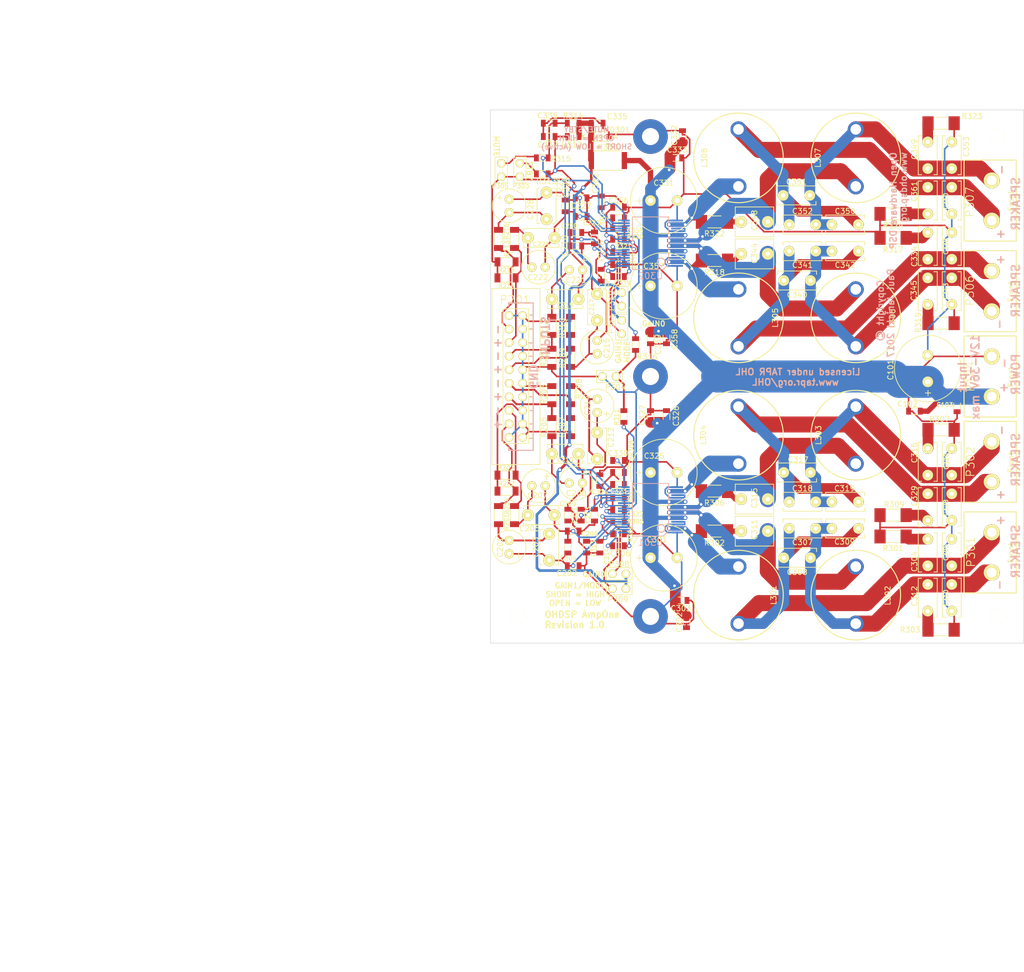
<source format=kicad_pcb>
(kicad_pcb (version 20171130) (host pcbnew "(5.1.12)-1")
  (title_block (title "AmpOne - Class D Amp Module") (date 2017-02-14) (rev 1.0) (company "Open Hardware DSP Platform - www.ohdsp.org") (comment 1 "MERCHANTABILITY, SATISFACTORY QUALITY AND FITNESS FOR A PARTICULAR PURPOSE.") (comment 2 "is distributed WITHOUT ANY EXPRESS OR IMPLIED WARRANTY, INCLUDING OF") (comment 3 "Licensed under the TAPR Open Hardware License (www.tapr.org/OHL). This documentation") (comment 4 "Copyright Paul Janicki 2017"))
  (layers (0 F.Cu signal) (31 B.Cu signal) (34 B.Paste user) (35 F.Paste user) (36 B.SilkS user) (37 F.SilkS user) (38 B.Mask user) (39 F.Mask user) (44 Edge.Cuts user))
  (net 0 "")
  (net 1 GNDD)
  (net 2 VCC)
  (net 3 /InputStage/P1)
  (net 4 /InputStage/N1)
  (net 5 /InputStage/P2)
  (net 6 /InputStage/N2)
  (net 7 "Net-(C312-Pad2)")
  (net 8 /InputStage/P3)
  (net 9 /InputStage/N3)
  (net 10 /InputStage/P4)
  (net 11 /InputStage/N4)
  (net 12 "Net-(C315-Pad2)")
  (net 13 /TDA7498/MUTE)
  (net 14 /TDA7498/STBY)
  (net 15 "Net-(C329-Pad2)")
  (net 16 "Net-(C201-Pad2)")
  (net 17 "Net-(C205-Pad2)")
  (net 18 "Net-(C208-Pad2)")
  (net 19 "Net-(C212-Pad2)")
  (net 20 "Net-(C215-Pad2)")
  (net 21 "Net-(C219-Pad2)")
  (net 22 "Net-(C222-Pad2)")
  (net 23 "Net-(C226-Pad2)")
  (net 24 "Net-(C304-Pad1)")
  (net 25 "Net-(C304-Pad2)")
  (net 26 "Net-(C306-Pad1)")
  (net 27 "Net-(C306-Pad2)")
  (net 28 "Net-(C307-Pad2)")
  (net 29 "Net-(C311-Pad1)")
  (net 30 "Net-(C311-Pad2)")
  (net 31 "Net-(C313-Pad1)")
  (net 32 "Net-(C315-Pad1)")
  (net 33 "Net-(C316-Pad1)")
  (net 34 "Net-(C316-Pad2)")
  (net 35 "Net-(C317-Pad2)")
  (net 36 "Net-(C321-Pad1)")
  (net 37 "Net-(C323-Pad1)")
  (net 38 "Net-(C324-Pad1)")
  (net 39 "Net-(C330-Pad1)")
  (net 40 "Net-(C334-Pad1)")
  (net 41 "Net-(C334-Pad2)")
  (net 42 "Net-(C339-Pad1)")
  (net 43 "Net-(C339-Pad2)")
  (net 44 "Net-(C340-Pad2)")
  (net 45 "Net-(C344-Pad1)")
  (net 46 "Net-(C344-Pad2)")
  (net 47 "Net-(C345-Pad2)")
  (net 48 "Net-(C346-Pad1)")
  (net 49 "Net-(C348-Pad1)")
  (net 50 "Net-(C348-Pad2)")
  (net 51 "Net-(C349-Pad1)")
  (net 52 "Net-(C349-Pad2)")
  (net 53 "Net-(C350-Pad2)")
  (net 54 "Net-(C354-Pad1)")
  (net 55 "Net-(C356-Pad1)")
  (net 56 "Net-(C361-Pad2)")
  (net 57 "Net-(C362-Pad1)")
  (net 58 "Net-(L301-Pad1)")
  (net 59 "Net-(L304-Pad1)")
  (net 60 "Net-(L305-Pad1)")
  (net 61 "Net-(L308-Pad1)")
  (net 62 "Net-(P201-Pad4)")
  (net 63 "Net-(P201-Pad6)")
  (net 64 "Net-(P201-Pad8)")
  (net 65 "Net-(P201-Pad10)")
  (net 66 "Net-(P201-Pad12)")
  (net 67 "Net-(P201-Pad14)")
  (net 68 "Net-(P201-Pad16)")
  (net 69 "Net-(P201-Pad18)")
  (net 70 "Net-(P303-Pad2)")
  (net 71 "Net-(P304-Pad2)")
  (net 72 "Net-(P305-Pad2)")
  (net 73 "Net-(R311-Pad2)")
  (net 74 "Net-(R316-Pad1)")
  (net 75 /TDA7498/3v3)
  (net 76 /TDA7498/GAIN0A)
  (net 77 /TDA7498/GAIN1A)
  (net 78 /TDA7498/GAIN0B)
  (net 79 /TDA7498/GAIN1B)
  (module MyKiCadLibs-Footprints:SMD-0805 (layer F.Cu) (at 137 78.75 270)
    (fp_text reference C359 (at 1.25 -1.4 270) (layer F.SilkS))
    (fp_text value 100n hide)
    (pad 1 smd rect (at -1.1 0 270) (size 0.9 1.3) (layers F.Cu F.Paste F.Mask) (net 2 VCC))
    (pad 2 smd rect (at 1.1 0 270) (size 0.9 1.3) (layers F.Cu F.Paste F.Mask) (net 1 GNDD))
  )
  (module MyKiCadLibs-Footprints:SMD-0805 (layer F.Cu) (at 121.5 118 90)
    (fp_text reference C204 (at -2.1 0.1 180) (layer F.SilkS) (effects (font (size 0.8 0.8))))
    (fp_text value 1n hide)
    (pad 1 smd rect (at -1.1 0 90) (size 0.9 1.3) (layers F.Cu F.Paste F.Mask) (net 3 /InputStage/P1))
    (pad 2 smd rect (at 1.1 0 90) (size 0.9 1.3) (layers F.Cu F.Paste F.Mask) (net 4 /InputStage/N1))
  )
  (module MyKiCadLibs-Footprints:SMD-0805 (layer F.Cu) (at 121.5 112 90)
    (fp_text reference C209 (at 2.1 0 180) (layer F.SilkS) (effects (font (size 0.8 0.8))))
    (fp_text value 1n hide)
    (pad 1 smd rect (at -1.1 0 90) (size 0.9 1.3) (layers F.Cu F.Paste F.Mask) (net 1 GNDD))
    (pad 2 smd rect (at 1.1 0 90) (size 0.9 1.3) (layers F.Cu F.Paste F.Mask) (net 5 /InputStage/P2))
  )
  (module MyKiCadLibs-Footprints:SMD-0805 (layer F.Cu) (at 131 62.75 180)
    (fp_text reference R321 (at -0.9 1.15) (layer F.SilkS) (effects (font (size 0.8 0.8))))
    (fp_text value 10k hide)
    (pad 1 smd rect (at -1.1 0 180) (size 0.9 1.3) (layers F.Cu F.Paste F.Mask) (net 1 GNDD))
    (pad 2 smd rect (at 1.1 0 180) (size 0.9 1.3) (layers F.Cu F.Paste F.Mask) (net 78 /TDA7498/GAIN0B))
  )
  (module MyKiCadLibs-Footprints:SMD-0805 (layer F.Cu) (at 131 104 180)
    (fp_text reference R308 (at -2.4 4.5 270) (layer F.SilkS) (effects (font (size 0.8 0.8))))
    (fp_text value 39k hide)
    (pad 1 smd rect (at -1.1 0 180) (size 0.9 1.3) (layers F.Cu F.Paste F.Mask) (net 1 GNDD))
    (pad 2 smd rect (at 1.1 0 180) (size 0.9 1.3) (layers F.Cu F.Paste F.Mask) (net 38 "Net-(C324-Pad1)"))
  )
  (module MyKiCadLibs-Footprints:SMD-0805 (layer F.Cu) (at 131 113.25 180)
    (fp_text reference R305 (at -3.2 0.05 180) (layer F.SilkS) (effects (font (size 0.8 0.8))))
    (fp_text value 10k hide)
    (pad 1 smd rect (at -1.1 0 180) (size 0.9 1.3) (layers F.Cu F.Paste F.Mask) (net 1 GNDD))
    (pad 2 smd rect (at 1.1 0 180) (size 0.9 1.3) (layers F.Cu F.Paste F.Mask) (net 76 /TDA7498/GAIN0A))
  )
  (module MyKiCadLibs-Footprints:SMD-0805 (layer F.Cu) (at 131 115.5 180)
    (fp_text reference R304 (at -2.3 0 270) (layer F.SilkS) (effects (font (size 0.8 0.8))))
    (fp_text value 10k hide)
    (pad 1 smd rect (at -1.1 0 180) (size 0.9 1.3) (layers F.Cu F.Paste F.Mask) (net 1 GNDD))
    (pad 2 smd rect (at 1.1 0 180) (size 0.9 1.3) (layers F.Cu F.Paste F.Mask) (net 77 /TDA7498/GAIN1A))
  )
  (module MyKiCadLibs-Footprints:SMD-0805 (layer F.Cu) (at 126.5 112 90)
    (fp_text reference C213 (at 0 -1.2 90) (layer F.SilkS) (effects (font (size 0.8 0.8))))
    (fp_text value 1n hide)
    (pad 1 smd rect (at -1.1 0 90) (size 0.9 1.3) (layers F.Cu F.Paste F.Mask) (net 1 GNDD))
    (pad 2 smd rect (at 1.1 0 90) (size 0.9 1.3) (layers F.Cu F.Paste F.Mask) (net 6 /InputStage/N2))
  )
  (module MyKiCadLibs-Footprints:SMD-0805 (layer F.Cu) (at 124 112 90)
    (fp_text reference C211 (at 0 -1.2 90) (layer F.SilkS) (effects (font (size 0.8 0.8))))
    (fp_text value 1n hide)
    (pad 1 smd rect (at -1.1 0 90) (size 0.9 1.3) (layers F.Cu F.Paste F.Mask) (net 5 /InputStage/P2))
    (pad 2 smd rect (at 1.1 0 90) (size 0.9 1.3) (layers F.Cu F.Paste F.Mask) (net 6 /InputStage/N2))
  )
  (module MyKiCadLibs-Footprints:SMD-0805 (layer F.Cu) (at 122.5 115 180)
    (fp_text reference C206 (at -3.1 -0.5 180) (layer F.SilkS) (effects (font (size 0.8 0.8))))
    (fp_text value 1n hide)
    (pad 1 smd rect (at -1.1 0 180) (size 0.9 1.3) (layers F.Cu F.Paste F.Mask) (net 1 GNDD))
    (pad 2 smd rect (at 1.1 0 180) (size 0.9 1.3) (layers F.Cu F.Paste F.Mask) (net 4 /InputStage/N1))
  )
  (module MyKiCadLibs-Footprints:SMD-0805 (layer F.Cu) (at 126.5 60 270)
    (fp_text reference C216 (at 2.4 -1.3 90) (layer F.SilkS))
    (fp_text value 1n hide)
    (pad 1 smd rect (at -1.1 0 270) (size 0.9 1.3) (layers F.Cu F.Paste F.Mask) (net 1 GNDD))
    (pad 2 smd rect (at 1.1 0 270) (size 0.9 1.3) (layers F.Cu F.Paste F.Mask) (net 8 /InputStage/P3))
  )
  (module MyKiCadLibs-Footprints:SMD-0805 (layer F.Cu) (at 122.5 121.5 180)
    (fp_text reference C202 (at 1.2 -1.4 180) (layer F.SilkS))
    (fp_text value 1n hide)
    (pad 1 smd rect (at -1.1 0 180) (size 0.9 1.3) (layers F.Cu F.Paste F.Mask) (net 1 GNDD))
    (pad 2 smd rect (at 1.1 0 180) (size 0.9 1.3) (layers F.Cu F.Paste F.Mask) (net 3 /InputStage/P1))
  )
  (module MyKiCadLibs-Footprints:SMD-0805 (layer F.Cu) (at 132 93.5 270)
    (fp_text reference R311 (at 0.138 1.334 270) (layer F.SilkS) (effects (font (size 0.8 0.8))))
    (fp_text value 0 hide)
    (pad 1 smd rect (at -1.1 0 270) (size 0.9 1.3) (layers F.Cu F.Paste F.Mask) (net 71 "Net-(P304-Pad2)"))
    (pad 2 smd rect (at 1.1 0 270) (size 0.9 1.3) (layers F.Cu F.Paste F.Mask) (net 73 "Net-(R311-Pad2)"))
  )
  (module MyKiCadLibs-Footprints:SMD-0805 (layer F.Cu) (at 131 60.25 180)
    (fp_text reference R320 (at -3.1 0.45 180) (layer F.SilkS) (effects (font (size 0.8 0.8))))
    (fp_text value 10k hide)
    (pad 1 smd rect (at -1.1 0 180) (size 0.9 1.3) (layers F.Cu F.Paste F.Mask) (net 1 GNDD))
    (pad 2 smd rect (at 1.1 0 180) (size 0.9 1.3) (layers F.Cu F.Paste F.Mask) (net 79 /TDA7498/GAIN1B))
  )
  (module MyKiCadLibs-Footprints:SMD-0805 (layer F.Cu) (at 186.5 92.5 180)
    (fp_text reference C102 (at 1.3 1.35 180) (layer F.SilkS))
    (fp_text value 4u7 hide)
    (pad 1 smd rect (at -1.1 0 180) (size 0.9 1.3) (layers F.Cu F.Paste F.Mask) (net 2 VCC))
    (pad 2 smd rect (at 1.1 0 180) (size 0.9 1.3) (layers F.Cu F.Paste F.Mask) (net 1 GNDD))
  )
  (module MyKiCadLibs-Footprints:SMD-0805 (layer F.Cu) (at 194.5 91.5 270)
    (fp_text reference C103 (at -0.2 2.3 180) (layer F.SilkS) (effects (font (size 0.8 0.8))))
    (fp_text value 100n hide)
    (pad 1 smd rect (at -1.1 0 270) (size 0.9 1.3) (layers F.Cu F.Paste F.Mask) (net 2 VCC))
    (pad 2 smd rect (at 1.1 0 270) (size 0.9 1.3) (layers F.Cu F.Paste F.Mask) (net 1 GNDD))
  )
  (module MyKiCadLibs-Footprints:SMD-0805 (layer F.Cu) (at 134.2 80 270)
    (fp_text reference R316 (at 2.3 -2.2) (layer F.SilkS))
    (fp_text value 33 hide)
    (pad 1 smd rect (at -1.1 0 270) (size 0.9 1.3) (layers F.Cu F.Paste F.Mask) (net 74 "Net-(R316-Pad1)"))
    (pad 2 smd rect (at 1.1 0 270) (size 0.9 1.3) (layers F.Cu F.Paste F.Mask) (net 71 "Net-(P304-Pad2)"))
  )
  (module MyKiCadLibs-Footprints:CAP-TH-D6.3mmP2.5mm (layer F.Cu) (at 110.5 118 90)
    (fp_text reference C201 (at 0 -1.7 90) (layer F.SilkS))
    (fp_text value 10u hide)
    (pad 1 thru_hole circle (at -1.25 0 90) (size 1.7 1.7) (drill 0.8) (layers *.Cu *.Mask F.SilkS) (net 3 /InputStage/P1))
    (pad 2 thru_hole circle (at 1.25 0 90) (size 1.7 1.7) (drill 0.8) (layers *.Cu *.Mask F.SilkS) (net 16 "Net-(C201-Pad2)"))
  )
  (module MyKiCadLibs-Footprints:CAP_TH_5mm_W3.5mm (layer F.Cu) (at 118 118 90)
    (fp_text reference C203 (at 0 -2.5 270) (layer F.SilkS))
    (fp_text value 100n hide)
    (pad 1 thru_hole circle (at -2.5 0 90) (size 2.2 2.2) (drill 0.8) (layers *.Cu *.Mask F.SilkS) (net 3 /InputStage/P1))
    (pad 2 thru_hole circle (at 2.5 0 90) (size 2.2 2.2) (drill 0.8) (layers *.Cu *.Mask F.SilkS) (net 16 "Net-(C201-Pad2)"))
  )
  (module MyKiCadLibs-Footprints:CAP_TH_5mm_W3.5mm (layer F.Cu) (at 116.5 112 180)
    (fp_text reference C205 (at 2.2 -2.5) (layer F.SilkS))
    (fp_text value 100n hide)
    (pad 1 thru_hole circle (at -2.5 0 180) (size 2.2 2.2) (drill 0.8) (layers *.Cu *.Mask F.SilkS) (net 4 /InputStage/N1))
    (pad 2 thru_hole circle (at 2.5 0 180) (size 2.2 2.2) (drill 0.8) (layers *.Cu *.Mask F.SilkS) (net 17 "Net-(C205-Pad2)"))
  )
  (module MyKiCadLibs-Footprints:CAP-TH-D6.3mmP2.5mm (layer F.Cu) (at 116 106.5 180)
    (fp_text reference C207 (at 0.2 -1.8 180) (layer F.SilkS))
    (fp_text value 10u hide)
    (pad 1 thru_hole circle (at -1.25 0 180) (size 1.7 1.7) (drill 0.8) (layers *.Cu *.Mask F.SilkS) (net 4 /InputStage/N1))
    (pad 2 thru_hole circle (at 1.25 0 180) (size 1.7 1.7) (drill 0.8) (layers *.Cu *.Mask F.SilkS) (net 17 "Net-(C205-Pad2)"))
  )
  (module MyKiCadLibs-Footprints:CAP-TH-D6.3mmP2.5mm (layer F.Cu) (at 123 106 180)
    (fp_text reference C208 (at -0.1 -1.9 180) (layer F.SilkS))
    (fp_text value 10u hide)
    (pad 1 thru_hole circle (at -1.25 0 180) (size 1.7 1.7) (drill 0.8) (layers *.Cu *.Mask F.SilkS) (net 5 /InputStage/P2))
    (pad 2 thru_hole circle (at 1.25 0 180) (size 1.7 1.7) (drill 0.8) (layers *.Cu *.Mask F.SilkS) (net 18 "Net-(C208-Pad2)"))
  )
  (module MyKiCadLibs-Footprints:CAP_TH_5mm_W3.5mm (layer F.Cu) (at 121 100.5 180)
    (fp_text reference C210 (at 0 -1.1 180) (layer F.SilkS) (effects (font (size 0.8 0.8))))
    (fp_text value 100n hide)
    (pad 1 thru_hole circle (at -2.5 0 180) (size 2.2 2.2) (drill 0.8) (layers *.Cu *.Mask F.SilkS) (net 5 /InputStage/P2))
    (pad 2 thru_hole circle (at 2.5 0 180) (size 2.2 2.2) (drill 0.8) (layers *.Cu *.Mask F.SilkS) (net 18 "Net-(C208-Pad2)"))
  )
  (module MyKiCadLibs-Footprints:CAP_TH_5mm_W3.5mm (layer F.Cu) (at 127 99 270)
    (fp_text reference C212 (at -1.6 -2.6 270) (layer F.SilkS))
    (fp_text value 100n hide)
    (pad 1 thru_hole circle (at -2.5 0 270) (size 2.2 2.2) (drill 0.8) (layers *.Cu *.Mask F.SilkS) (net 6 /InputStage/N2))
    (pad 2 thru_hole circle (at 2.5 0 270) (size 2.2 2.2) (drill 0.8) (layers *.Cu *.Mask F.SilkS) (net 19 "Net-(C212-Pad2)"))
  )
  (module MyKiCadLibs-Footprints:CAP-TH-D6.3mmP2.5mm (layer F.Cu) (at 127 91.5 90)
    (fp_text reference C214 (at 0.1 -1.8 90) (layer F.SilkS))
    (fp_text value 10u hide)
    (pad 1 thru_hole circle (at -1.25 0 90) (size 1.7 1.7) (drill 0.8) (layers *.Cu *.Mask F.SilkS) (net 6 /InputStage/N2))
    (pad 2 thru_hole circle (at 1.25 0 90) (size 1.7 1.7) (drill 0.8) (layers *.Cu *.Mask F.SilkS) (net 19 "Net-(C212-Pad2)"))
  )
  (module MyKiCadLibs-Footprints:CAP-TH-D6.3mmP2.5mm (layer F.Cu) (at 127 80.5 270)
    (fp_text reference C215 (at 0.2 -1.8 270) (layer F.SilkS))
    (fp_text value 10u hide)
    (pad 1 thru_hole circle (at -1.25 0 270) (size 1.7 1.7) (drill 0.8) (layers *.Cu *.Mask F.SilkS) (net 8 /InputStage/P3))
    (pad 2 thru_hole circle (at 1.25 0 270) (size 1.7 1.7) (drill 0.8) (layers *.Cu *.Mask F.SilkS) (net 20 "Net-(C215-Pad2)"))
  )
  (module MyKiCadLibs-Footprints:CAP_TH_5mm_W3.5mm (layer F.Cu) (at 127 73 270)
    (fp_text reference C217 (at 0 1 270) (layer F.SilkS) (effects (font (size 0.8 0.8))))
    (fp_text value 100n hide)
    (pad 1 thru_hole circle (at -2.5 0 270) (size 2.2 2.2) (drill 0.8) (layers *.Cu *.Mask F.SilkS) (net 8 /InputStage/P3))
    (pad 2 thru_hole circle (at 2.5 0 270) (size 2.2 2.2) (drill 0.8) (layers *.Cu *.Mask F.SilkS) (net 20 "Net-(C215-Pad2)"))
  )
  (module MyKiCadLibs-Footprints:SMD-0805 (layer F.Cu) (at 123 61.5 180)
    (fp_text reference C218 (at 2.2 0.1 270) (layer F.SilkS))
    (fp_text value 1n hide)
    (pad 1 smd rect (at -1.1 0 180) (size 0.9 1.3) (layers F.Cu F.Paste F.Mask) (net 8 /InputStage/P3))
    (pad 2 smd rect (at 1.1 0 180) (size 0.9 1.3) (layers F.Cu F.Paste F.Mask) (net 9 /InputStage/N3))
  )
  (module MyKiCadLibs-Footprints:CAP_TH_5mm_W3.5mm (layer F.Cu) (at 121 71.5 180)
    (fp_text reference C219 (at 0 -1.1 180) (layer F.SilkS) (effects (font (size 0.8 0.8))))
    (fp_text value 100n hide)
    (pad 1 thru_hole circle (at -2.5 0 180) (size 2.2 2.2) (drill 0.8) (layers *.Cu *.Mask F.SilkS) (net 9 /InputStage/N3))
    (pad 2 thru_hole circle (at 2.5 0 180) (size 2.2 2.2) (drill 0.8) (layers *.Cu *.Mask F.SilkS) (net 21 "Net-(C219-Pad2)"))
  )
  (module MyKiCadLibs-Footprints:SMD-0805 (layer F.Cu) (at 123 59 180)
    (fp_text reference C220 (at 1.25 1.25 180) (layer F.SilkS) (effects (font (size 0.8 0.8))))
    (fp_text value 1n hide)
    (pad 1 smd rect (at -1.1 0 180) (size 0.9 1.3) (layers F.Cu F.Paste F.Mask) (net 1 GNDD))
    (pad 2 smd rect (at 1.1 0 180) (size 0.9 1.3) (layers F.Cu F.Paste F.Mask) (net 9 /InputStage/N3))
  )
  (module MyKiCadLibs-Footprints:CAP-TH-D6.3mmP2.5mm (layer F.Cu) (at 123 66 180)
    (fp_text reference C221 (at 0 -1.9 180) (layer F.SilkS))
    (fp_text value 10u hide)
    (pad 1 thru_hole circle (at -1.25 0 180) (size 1.7 1.7) (drill 0.8) (layers *.Cu *.Mask F.SilkS) (net 9 /InputStage/N3))
    (pad 2 thru_hole circle (at 1.25 0 180) (size 1.7 1.7) (drill 0.8) (layers *.Cu *.Mask F.SilkS) (net 21 "Net-(C219-Pad2)"))
  )
  (module MyKiCadLibs-Footprints:CAP-TH-D6.3mmP2.5mm (layer F.Cu) (at 116 65.5 180)
    (fp_text reference C222 (at 0.1 -1.9 180) (layer F.SilkS))
    (fp_text value 10u hide)
    (pad 1 thru_hole circle (at -1.25 0 180) (size 1.7 1.7) (drill 0.8) (layers *.Cu *.Mask F.SilkS) (net 10 /InputStage/P4))
    (pad 2 thru_hole circle (at 1.25 0 180) (size 1.7 1.7) (drill 0.8) (layers *.Cu *.Mask F.SilkS) (net 22 "Net-(C222-Pad2)"))
  )
  (module MyKiCadLibs-Footprints:SMD-0805 (layer F.Cu) (at 124 56 180)
    (fp_text reference C223 (at -1.9 -1.2 180) (layer F.SilkS) (effects (font (size 0.8 0.8))))
    (fp_text value 1n hide)
    (pad 1 smd rect (at -1.1 0 180) (size 0.9 1.3) (layers F.Cu F.Paste F.Mask) (net 1 GNDD))
    (pad 2 smd rect (at 1.1 0 180) (size 0.9 1.3) (layers F.Cu F.Paste F.Mask) (net 10 /InputStage/P4))
  )
  (module MyKiCadLibs-Footprints:CAP_TH_5mm_W3.5mm (layer F.Cu) (at 116.5 60 180)
    (fp_text reference C224 (at 0 -1.2 180) (layer F.SilkS) (effects (font (size 0.8 0.8))))
    (fp_text value 100n hide)
    (pad 1 thru_hole circle (at -2.5 0 180) (size 2.2 2.2) (drill 0.8) (layers *.Cu *.Mask F.SilkS) (net 10 /InputStage/P4))
    (pad 2 thru_hole circle (at 2.5 0 180) (size 2.2 2.2) (drill 0.8) (layers *.Cu *.Mask F.SilkS) (net 22 "Net-(C222-Pad2)"))
  )
  (module MyKiCadLibs-Footprints:SMD-0805 (layer F.Cu) (at 121 54 90)
    (fp_text reference C225 (at 3.5 0.3 90) (layer F.SilkS))
    (fp_text value 1n hide)
    (pad 1 smd rect (at -1.1 0 90) (size 0.9 1.3) (layers F.Cu F.Paste F.Mask) (net 10 /InputStage/P4))
    (pad 2 smd rect (at 1.1 0 90) (size 0.9 1.3) (layers F.Cu F.Paste F.Mask) (net 11 /InputStage/N4))
  )
  (module MyKiCadLibs-Footprints:CAP_TH_5mm_W3.5mm (layer F.Cu) (at 117.5 54 270)
    (fp_text reference C226 (at -3.5 -2.5 270) (layer F.SilkS))
    (fp_text value 100n hide)
    (pad 1 thru_hole circle (at -2.5 0 270) (size 2.2 2.2) (drill 0.8) (layers *.Cu *.Mask F.SilkS) (net 11 /InputStage/N4))
    (pad 2 thru_hole circle (at 2.5 0 270) (size 2.2 2.2) (drill 0.8) (layers *.Cu *.Mask F.SilkS) (net 23 "Net-(C226-Pad2)"))
  )
  (module MyKiCadLibs-Footprints:SMD-0805 (layer F.Cu) (at 124 52.5 180)
    (fp_text reference C227 (at 0 -1.5 180) (layer F.SilkS))
    (fp_text value 1n hide)
    (pad 1 smd rect (at -1.1 0 180) (size 0.9 1.3) (layers F.Cu F.Paste F.Mask) (net 1 GNDD))
    (pad 2 smd rect (at 1.1 0 180) (size 0.9 1.3) (layers F.Cu F.Paste F.Mask) (net 11 /InputStage/N4))
  )
  (module MyKiCadLibs-Footprints:CAP-TH-D6.3mmP2.5mm (layer F.Cu) (at 110.5 54 270)
    (fp_text reference C228 (at 0.7 -4 270) (layer F.SilkS))
    (fp_text value 10u hide)
    (pad 1 thru_hole circle (at -1.25 0 270) (size 1.7 1.7) (drill 0.8) (layers *.Cu *.Mask F.SilkS) (net 11 /InputStage/N4))
    (pad 2 thru_hole circle (at 1.25 0 270) (size 1.7 1.7) (drill 0.8) (layers *.Cu *.Mask F.SilkS) (net 23 "Net-(C226-Pad2)"))
  )
  (module MyKiCadLibs-Footprints:SMD-0805 (layer F.Cu) (at 143.75 132 270)
    (fp_text reference C302 (at 0.1 1.35 270) (layer F.SilkS))
    (fp_text value 4u7 hide)
    (pad 1 smd rect (at -1.1 0 270) (size 0.9 1.3) (layers F.Cu F.Paste F.Mask) (net 2 VCC))
    (pad 2 smd rect (at 1.1 0 270) (size 0.9 1.3) (layers F.Cu F.Paste F.Mask) (net 1 GNDD))
  )
  (module MyKiCadLibs-Footprints:SMD-0805 (layer F.Cu) (at 142.75 128)
    (fp_text reference C303 (at -0.05 1.5) (layer F.SilkS))
    (fp_text value 100n hide)
    (pad 1 smd rect (at -1.1 0) (size 0.9 1.3) (layers F.Cu F.Paste F.Mask) (net 2 VCC))
    (pad 2 smd rect (at 1.1 0) (size 0.9 1.3) (layers F.Cu F.Paste F.Mask) (net 1 GNDD))
  )
  (module MyKiCadLibs-Footprints:SMD-0805 (layer F.Cu) (at 131 117.75 180)
    (fp_text reference C306 (at -0.3 -1.45 180) (layer F.SilkS))
    (fp_text value 100n hide)
    (pad 1 smd rect (at -1.1 0 180) (size 0.9 1.3) (layers F.Cu F.Paste F.Mask) (net 26 "Net-(C306-Pad1)"))
    (pad 2 smd rect (at 1.1 0 180) (size 0.9 1.3) (layers F.Cu F.Paste F.Mask) (net 27 "Net-(C306-Pad2)"))
  )
  (module MyKiCadLibs-Footprints:CAP_TH_5mm (layer F.Cu) (at 156.5 115)
    (fp_text reference C311 (at 0 -0.3 90) (layer F.SilkS))
    (fp_text value 330p hide)
    (pad 1 thru_hole circle (at -2.5 0) (size 2.2 2.2) (drill 0.8) (layers *.Cu *.Mask F.SilkS) (net 29 "Net-(C311-Pad1)"))
    (pad 2 thru_hole circle (at 2.5 0) (size 2.2 2.2) (drill 0.8) (layers *.Cu *.Mask F.SilkS) (net 30 "Net-(C311-Pad2)"))
  )
  (module MyKiCadLibs-Footprints:SMD-0805 (layer F.Cu) (at 125 118 270)
    (fp_text reference C313 (at 0.254 -1.3 270) (layer F.SilkS) (effects (font (size 0.8 0.8))))
    (fp_text value 100n hide)
    (pad 1 smd rect (at -1.1 0 270) (size 0.9 1.3) (layers F.Cu F.Paste F.Mask) (net 31 "Net-(C313-Pad1)"))
    (pad 2 smd rect (at 1.1 0 270) (size 0.9 1.3) (layers F.Cu F.Paste F.Mask) (net 1 GNDD))
  )
  (module MyKiCadLibs-Footprints:SMD-0805 (layer F.Cu) (at 127.5 118 270)
    (fp_text reference C314 (at 1.7 -1.3 270) (layer F.SilkS) (effects (font (size 0.8 0.8))))
    (fp_text value 10u hide)
    (pad 1 smd rect (at -1.1 0 270) (size 0.9 1.3) (layers F.Cu F.Paste F.Mask) (net 31 "Net-(C313-Pad1)"))
    (pad 2 smd rect (at 1.1 0 270) (size 0.9 1.3) (layers F.Cu F.Paste F.Mask) (net 1 GNDD))
  )
  (module MyKiCadLibs-Footprints:CAP_TH_5mm (layer F.Cu) (at 156.5 109)
    (fp_text reference C315 (at 0 -0.2 90) (layer F.SilkS))
    (fp_text value 330p hide)
    (pad 1 thru_hole circle (at -2.5 0) (size 2.2 2.2) (drill 0.8) (layers *.Cu *.Mask F.SilkS) (net 32 "Net-(C315-Pad1)"))
    (pad 2 thru_hole circle (at 2.5 0) (size 2.2 2.2) (drill 0.8) (layers *.Cu *.Mask F.SilkS) (net 12 "Net-(C315-Pad2)"))
  )
  (module MyKiCadLibs-Footprints:SMD-0805 (layer F.Cu) (at 131 108.75)
    (fp_text reference C321 (at 2.3 0.25 90) (layer F.SilkS) (effects (font (size 0.8 0.8))))
    (fp_text value 100n hide)
    (pad 1 smd rect (at -1.1 0) (size 0.9 1.3) (layers F.Cu F.Paste F.Mask) (net 36 "Net-(C321-Pad1)"))
    (pad 2 smd rect (at 1.1 0) (size 0.9 1.3) (layers F.Cu F.Paste F.Mask) (net 1 GNDD))
  )
  (module MyKiCadLibs-Footprints:SMD-0805 (layer F.Cu) (at 131 111)
    (fp_text reference C322 (at 3.1 0.8) (layer F.SilkS) (effects (font (size 0.8 0.8))))
    (fp_text value 10u hide)
    (pad 1 smd rect (at -1.1 0) (size 0.9 1.3) (layers F.Cu F.Paste F.Mask) (net 36 "Net-(C321-Pad1)"))
    (pad 2 smd rect (at 1.1 0) (size 0.9 1.3) (layers F.Cu F.Paste F.Mask) (net 1 GNDD))
  )
  (module MyKiCadLibs-Footprints:SMD-0805 (layer F.Cu) (at 131 106.25)
    (fp_text reference C323 (at 0 1.25) (layer F.SilkS) (effects (font (size 0.8 0.8))))
    (fp_text value 100n hide)
    (pad 1 smd rect (at -1.1 0) (size 0.9 1.3) (layers F.Cu F.Paste F.Mask) (net 37 "Net-(C323-Pad1)"))
    (pad 2 smd rect (at 1.1 0) (size 0.9 1.3) (layers F.Cu F.Paste F.Mask) (net 1 GNDD))
  )
  (module MyKiCadLibs-Footprints:SMD-0805 (layer F.Cu) (at 127.5 105.5 90)
    (fp_text reference C324 (at -2.2 0 180) (layer F.SilkS) (effects (font (size 0.8 0.8))))
    (fp_text value 100n hide)
    (pad 1 smd rect (at -1.1 0 90) (size 0.9 1.3) (layers F.Cu F.Paste F.Mask) (net 38 "Net-(C324-Pad1)"))
    (pad 2 smd rect (at 1.1 0 90) (size 0.9 1.3) (layers F.Cu F.Paste F.Mask) (net 1 GNDD))
  )
  (module MyKiCadLibs-Footprints:SMD-0805 (layer F.Cu) (at 140 93.5 90)
    (fp_text reference C326 (at 0.1 1.8 90) (layer F.SilkS))
    (fp_text value 4u7 hide)
    (pad 1 smd rect (at -1.1 0 90) (size 0.9 1.3) (layers F.Cu F.Paste F.Mask) (net 2 VCC))
    (pad 2 smd rect (at 1.1 0 90) (size 0.9 1.3) (layers F.Cu F.Paste F.Mask) (net 1 GNDD))
  )
  (module MyKiCadLibs-Footprints:SMD-0805 (layer F.Cu) (at 137 93.5 90)
    (fp_text reference C327 (at 0.254 -1.524 90) (layer F.SilkS))
    (fp_text value 100n hide)
    (pad 1 smd rect (at -1.1 0 90) (size 0.9 1.3) (layers F.Cu F.Paste F.Mask) (net 2 VCC))
    (pad 2 smd rect (at 1.1 0 90) (size 0.9 1.3) (layers F.Cu F.Paste F.Mask) (net 1 GNDD))
  )
  (module MyKiCadLibs-Footprints:SMD-0805 (layer F.Cu) (at 131 101.75)
    (fp_text reference C330 (at -0.1 -1.35) (layer F.SilkS))
    (fp_text value 100n hide)
    (pad 1 smd rect (at -1.1 0) (size 0.9 1.3) (layers F.Cu F.Paste F.Mask) (net 39 "Net-(C330-Pad1)"))
    (pad 2 smd rect (at 1.1 0) (size 0.9 1.3) (layers F.Cu F.Paste F.Mask) (net 1 GNDD))
  )
  (module MyKiCadLibs-Footprints:SMD-0805 (layer F.Cu) (at 143 41 90)
    (fp_text reference C332 (at 0.254 -1.524 90) (layer F.SilkS))
    (fp_text value 4u7 hide)
    (pad 1 smd rect (at -1.1 0 90) (size 0.9 1.3) (layers F.Cu F.Paste F.Mask) (net 2 VCC))
    (pad 2 smd rect (at 1.1 0 90) (size 0.9 1.3) (layers F.Cu F.Paste F.Mask) (net 1 GNDD))
  )
  (module MyKiCadLibs-Footprints:SMD-0805 (layer F.Cu) (at 141.75 45)
    (fp_text reference C333 (at 0.254 -1.524) (layer F.SilkS))
    (fp_text value 100n hide)
    (pad 1 smd rect (at -1.1 0) (size 0.9 1.3) (layers F.Cu F.Paste F.Mask) (net 2 VCC))
    (pad 2 smd rect (at 1.1 0) (size 0.9 1.3) (layers F.Cu F.Paste F.Mask) (net 1 GNDD))
  )
  (module MyKiCadLibs-Footprints:SMD-0805 (layer F.Cu) (at 131 65)
    (fp_text reference C346 (at 2.7 -0.7 90) (layer F.SilkS) (effects (font (size 0.8 0.8))))
    (fp_text value 100n hide)
    (pad 1 smd rect (at -1.1 0) (size 0.9 1.3) (layers F.Cu F.Paste F.Mask) (net 48 "Net-(C346-Pad1)"))
    (pad 2 smd rect (at 1.1 0) (size 0.9 1.3) (layers F.Cu F.Paste F.Mask) (net 1 GNDD))
  )
  (module MyKiCadLibs-Footprints:SMD-0805 (layer F.Cu) (at 127.75 67 270)
    (fp_text reference C347 (at 2.1 -1.05) (layer F.SilkS) (effects (font (size 0.8 0.8))))
    (fp_text value 10u hide)
    (pad 1 smd rect (at -1.1 0 270) (size 0.9 1.3) (layers F.Cu F.Paste F.Mask) (net 48 "Net-(C346-Pad1)"))
    (pad 2 smd rect (at 1.1 0 270) (size 0.9 1.3) (layers F.Cu F.Paste F.Mask) (net 1 GNDD))
  )
  (module MyKiCadLibs-Footprints:SMD-0805 (layer F.Cu) (at 131 56.25)
    (fp_text reference C354 (at -2.9 0.65 90) (layer F.SilkS))
    (fp_text value 100n hide)
    (pad 1 smd rect (at -1.1 0) (size 0.9 1.3) (layers F.Cu F.Paste F.Mask) (net 54 "Net-(C354-Pad1)"))
    (pad 2 smd rect (at 1.1 0) (size 0.9 1.3) (layers F.Cu F.Paste F.Mask) (net 1 GNDD))
  )
  (module MyKiCadLibs-Footprints:SMD-0805 (layer F.Cu) (at 131 58.25)
    (fp_text reference C355 (at 3.1 0.35) (layer F.SilkS) (effects (font (size 0.8 0.8))))
    (fp_text value 10u hide)
    (pad 1 smd rect (at -1.1 0) (size 0.9 1.3) (layers F.Cu F.Paste F.Mask) (net 54 "Net-(C354-Pad1)"))
    (pad 2 smd rect (at 1.1 0) (size 0.9 1.3) (layers F.Cu F.Paste F.Mask) (net 1 GNDD))
  )
  (module MyKiCadLibs-Footprints:SMD-0805 (layer F.Cu) (at 131 54.25)
    (fp_text reference C356 (at 0 -1.25) (layer F.SilkS))
    (fp_text value 100n hide)
    (pad 1 smd rect (at -1.1 0) (size 0.9 1.3) (layers F.Cu F.Paste F.Mask) (net 55 "Net-(C356-Pad1)"))
    (pad 2 smd rect (at 1.1 0) (size 0.9 1.3) (layers F.Cu F.Paste F.Mask) (net 1 GNDD))
  )
  (module MyKiCadLibs-Footprints:SMD-0805 (layer F.Cu) (at 127.75 53.25 90)
    (fp_text reference C362 (at 3.45 -1.05 90) (layer F.SilkS))
    (fp_text value 100n hide)
    (pad 1 smd rect (at -1.1 0 90) (size 0.9 1.3) (layers F.Cu F.Paste F.Mask) (net 57 "Net-(C362-Pad1)"))
    (pad 2 smd rect (at 1.1 0 90) (size 0.9 1.3) (layers F.Cu F.Paste F.Mask) (net 1 GNDD))
  )
  (module MyKiCadLibs-Footprints:IND-TH-PCV-0-223-10L (layer F.Cu) (at 153.5 127 270)
    (fp_text reference L301 (at 0 -6.6 270) (layer F.SilkS))
    (fp_text value PCV-0-223-10L)
    (pad 1 thru_hole circle (at -5.35 0 270) (size 3 3) (drill 2) (layers *.Cu *.Mask) (net 58 "Net-(L301-Pad1)"))
    (pad 2 thru_hole circle (at 5.35 0 270) (size 3 3) (drill 2) (layers *.Cu *.Mask) (net 24 "Net-(C304-Pad1)"))
  )
  (module MyKiCadLibs-Footprints:IND-TH-PCV-0-223-10L (layer F.Cu) (at 175.5 127 270)
    (fp_text reference L302 (at 0.1 -6 270) (layer F.SilkS))
    (fp_text value PCV-0-223-10L)
    (pad 1 thru_hole circle (at -5.35 0 270) (size 3 3) (drill 2) (layers *.Cu *.Mask) (net 30 "Net-(C311-Pad2)"))
    (pad 2 thru_hole circle (at 5.35 0 270) (size 3 3) (drill 2) (layers *.Cu *.Mask) (net 28 "Net-(C307-Pad2)"))
  )
  (module MyKiCadLibs-Footprints:IND-TH-PCV-0-223-10L (layer F.Cu) (at 175.5 97 90)
    (fp_text reference L303 (at 0 -7 90) (layer F.SilkS))
    (fp_text value PCV-0-223-10L)
    (pad 1 thru_hole circle (at -5.35 0 90) (size 3 3) (drill 2) (layers *.Cu *.Mask) (net 12 "Net-(C315-Pad2)"))
    (pad 2 thru_hole circle (at 5.35 0 90) (size 3 3) (drill 2) (layers *.Cu *.Mask) (net 33 "Net-(C316-Pad1)"))
  )
  (module MyKiCadLibs-Footprints:IND-TH-PCV-0-223-10L (layer F.Cu) (at 153.5 97 90)
    (fp_text reference L304 (at 0 -6.6 90) (layer F.SilkS))
    (fp_text value PCV-0-223-10L)
    (pad 1 thru_hole circle (at -5.35 0 90) (size 3 3) (drill 2) (layers *.Cu *.Mask) (net 59 "Net-(L304-Pad1)"))
    (pad 2 thru_hole circle (at 5.35 0 90) (size 3 3) (drill 2) (layers *.Cu *.Mask) (net 35 "Net-(C317-Pad2)"))
  )
  (module MyKiCadLibs-Footprints:IND-TH-PCV-0-223-10L (layer F.Cu) (at 153.5 75 270)
    (fp_text reference L305 (at 0 -6.9 270) (layer F.SilkS))
    (fp_text value PCV-0-223-10L)
    (pad 1 thru_hole circle (at -5.35 0 270) (size 3 3) (drill 2) (layers *.Cu *.Mask) (net 60 "Net-(L305-Pad1)"))
    (pad 2 thru_hole circle (at 5.35 0 270) (size 3 3) (drill 2) (layers *.Cu *.Mask) (net 40 "Net-(C334-Pad1)"))
  )
  (module MyKiCadLibs-Footprints:IND-TH-PCV-0-223-10L (layer F.Cu) (at 175.5 75 270)
    (fp_text reference L306 (at 0.1 -6.9 270) (layer F.SilkS))
    (fp_text value PCV-0-223-10L)
    (pad 1 thru_hole circle (at -5.35 0 270) (size 3 3) (drill 2) (layers *.Cu *.Mask) (net 46 "Net-(C344-Pad2)"))
    (pad 2 thru_hole circle (at 5.35 0 270) (size 3 3) (drill 2) (layers *.Cu *.Mask) (net 44 "Net-(C340-Pad2)"))
  )
  (module MyKiCadLibs-Footprints:IND-TH-PCV-0-223-10L (layer F.Cu) (at 175.5 45 90)
    (fp_text reference L307 (at 0 -7.1 90) (layer F.SilkS))
    (fp_text value PCV-0-223-10L)
    (pad 1 thru_hole circle (at -5.35 0 90) (size 3 3) (drill 2) (layers *.Cu *.Mask) (net 50 "Net-(C348-Pad2)"))
    (pad 2 thru_hole circle (at 5.35 0 90) (size 3 3) (drill 2) (layers *.Cu *.Mask) (net 51 "Net-(C349-Pad1)"))
  )
  (module MyKiCadLibs-Footprints:IND-TH-PCV-0-223-10L (layer F.Cu) (at 153.5 45 90)
    (fp_text reference L308 (at 0 -6.4 90) (layer F.SilkS))
    (fp_text value PCV-0-223-10L)
    (pad 1 thru_hole circle (at -5.35 0 90) (size 3 3) (drill 2) (layers *.Cu *.Mask) (net 61 "Net-(L308-Pad1)"))
    (pad 2 thru_hole circle (at 5.35 0 90) (size 3 3) (drill 2) (layers *.Cu *.Mask) (net 53 "Net-(C350-Pad2)"))
  )
  (module MyKiCadLibs-Footprints:CONN-SCREW-2WAY-7.5mm-7.62mm (layer F.Cu) (at 201 86 90)
    (fp_text reference P104 (at 0 -4 90) (layer F.SilkS) (effects (font (size 1.5 1.5))))
    (fp_text value CONN_2x1 hide)
    (fp_text user Front (at -0.1 3.6 90) (layer F.SilkS))
    (pad 1 thru_hole circle (at -3.77 0 90) (size 3 3) (drill 1.8) (layers *.Cu *.Mask F.SilkS) (net 2 VCC))
    (pad 2 thru_hole circle (at 3.77 0 90) (size 3 3) (drill 1.8) (layers *.Cu *.Mask F.SilkS) (net 1 GNDD))
  )
  (module MyKiCadLibs-Footprints:CONN_DIL_2X10_BOX_1MM (layer F.Cu) (at 111.75 86 180)
    (fp_text reference P201 (at 0.15 14.4) (layer F.SilkS) (effects (font (size 1.5 1.5))))
    (fp_text value CONN_02X10 hide)
    (pad 1 thru_hole circle (at -1.27 -11.43 180) (size 1.6 1.6) (drill 1) (layers *.Cu *.Mask F.SilkS) (net 1 GNDD))
    (pad 2 thru_hole circle (at 1.27 -11.43 180) (size 1.6 1.6) (drill 1) (layers *.Cu *.Mask F.SilkS) (net 1 GNDD))
    (pad 3 thru_hole circle (at -1.27 -8.89 180) (size 1.6 1.6) (drill 1) (layers *.Cu *.Mask F.SilkS) (net 1 GNDD))
    (pad 4 thru_hole circle (at 1.27 -8.89 180) (size 1.6 1.6) (drill 1) (layers *.Cu *.Mask F.SilkS) (net 62 "Net-(P201-Pad4)"))
    (pad 5 thru_hole circle (at -1.27 -6.35 180) (size 1.6 1.6) (drill 1) (layers *.Cu *.Mask F.SilkS) (net 1 GNDD))
    (pad 6 thru_hole circle (at 1.27 -6.35 180) (size 1.6 1.6) (drill 1) (layers *.Cu *.Mask F.SilkS) (net 63 "Net-(P201-Pad6)"))
    (pad 7 thru_hole circle (at -1.27 -3.81 180) (size 1.6 1.6) (drill 1) (layers *.Cu *.Mask F.SilkS) (net 1 GNDD))
    (pad 8 thru_hole circle (at 1.27 -3.81 180) (size 1.6 1.6) (drill 1) (layers *.Cu *.Mask F.SilkS) (net 64 "Net-(P201-Pad8)"))
    (pad 9 thru_hole circle (at -1.27 -1.27 180) (size 1.6 1.6) (drill 1) (layers *.Cu *.Mask F.SilkS) (net 1 GNDD))
    (pad 10 thru_hole circle (at 1.27 -1.27 180) (size 1.6 1.6) (drill 1) (layers *.Cu *.Mask F.SilkS) (net 65 "Net-(P201-Pad10)"))
    (pad 11 thru_hole circle (at -1.27 1.27 180) (size 1.6 1.6) (drill 1) (layers *.Cu *.Mask F.SilkS) (net 1 GNDD))
    (pad 12 thru_hole circle (at 1.27 1.27 180) (size 1.6 1.6) (drill 1) (layers *.Cu *.Mask F.SilkS) (net 66 "Net-(P201-Pad12)"))
    (pad 13 thru_hole circle (at -1.27 3.81 180) (size 1.6 1.6) (drill 1) (layers *.Cu *.Mask F.SilkS) (net 1 GNDD))
    (pad 14 thru_hole circle (at 1.27 3.81 180) (size 1.6 1.6) (drill 1) (layers *.Cu *.Mask F.SilkS) (net 67 "Net-(P201-Pad14)"))
    (pad 15 thru_hole circle (at -1.27 6.35 180) (size 1.6 1.6) (drill 1) (layers *.Cu *.Mask F.SilkS) (net 1 GNDD))
    (pad 16 thru_hole circle (at 1.27 6.35 180) (size 1.6 1.6) (drill 1) (layers *.Cu *.Mask F.SilkS) (net 68 "Net-(P201-Pad16)"))
    (pad 17 thru_hole circle (at -1.27 8.89 180) (size 1.6 1.6) (drill 1) (layers *.Cu *.Mask F.SilkS) (net 1 GNDD))
    (pad 18 thru_hole circle (at 1.27 8.89 180) (size 1.6 1.6) (drill 1) (layers *.Cu *.Mask F.SilkS) (net 69 "Net-(P201-Pad18)"))
    (pad 19 thru_hole circle (at -1.27 11.43 180) (size 1.6 1.6) (drill 1) (layers *.Cu *.Mask F.SilkS) (net 1 GNDD))
    (pad 20 thru_hole circle (at 1.27 11.43 180) (size 1.6 1.6) (drill 1) (layers *.Cu *.Mask F.SilkS) (net 1 GNDD))
  )
  (module MyKiCadLibs-Footprints:CONN-SCREW-2WAY-7.5mm-7.62mm (layer F.Cu) (at 201 119 90)
    (fp_text reference P301 (at 0.1 -3.9 90) (layer F.SilkS) (effects (font (size 1.5 1.5))))
    (fp_text value CONN_2x1 hide)
    (fp_text user Front (at -0.1 3.6 90) (layer F.SilkS))
    (pad 1 thru_hole circle (at -3.77 0 90) (size 3 3) (drill 1.8) (layers *.Cu *.Mask F.SilkS) (net 28 "Net-(C307-Pad2)"))
    (pad 2 thru_hole circle (at 3.77 0 90) (size 3 3) (drill 1.8) (layers *.Cu *.Mask F.SilkS) (net 24 "Net-(C304-Pad1)"))
  )
  (module MyKiCadLibs-Footprints:CONN-SCREW-2WAY-7.5mm-7.62mm (layer F.Cu) (at 201 102 90)
    (fp_text reference P302 (at 0 -4 90) (layer F.SilkS) (effects (font (size 1.5 1.5))))
    (fp_text value CONN_2x1 hide)
    (fp_text user Front (at -0.1 3.6 90) (layer F.SilkS))
    (pad 1 thru_hole circle (at -3.77 0 90) (size 3 3) (drill 1.8) (layers *.Cu *.Mask F.SilkS) (net 35 "Net-(C317-Pad2)"))
    (pad 2 thru_hole circle (at 3.77 0 90) (size 3 3) (drill 1.8) (layers *.Cu *.Mask F.SilkS) (net 33 "Net-(C316-Pad1)"))
  )
  (module MyKiCadLibs-Footprints:CONN_SIL_2_1MM (layer F.Cu) (at 128 86)
    (fp_text reference P304 (at 2.4 2) (layer F.SilkS))
    (fp_text value CONN_2x1 hide)
    (pad 1 thru_hole circle (at 0 0) (size 1.6 1.6) (drill 1) (layers *.Cu *.Mask F.SilkS) (net 1 GNDD))
    (pad 2 thru_hole circle (at 2.54 0) (size 1.6 1.6) (drill 1) (layers *.Cu *.Mask F.SilkS) (net 71 "Net-(P304-Pad2)"))
  )
  (module MyKiCadLibs-Footprints:CONN-SCREW-2WAY-7.5mm-7.62mm (layer F.Cu) (at 201 70 90)
    (fp_text reference P306 (at 0.1 -4.1 90) (layer F.SilkS) (effects (font (size 1.5 1.5))))
    (fp_text value CONN_2x1 hide)
    (fp_text user Front (at -0.1 3.6 90) (layer F.SilkS))
    (pad 1 thru_hole circle (at -3.77 0 90) (size 3 3) (drill 1.8) (layers *.Cu *.Mask F.SilkS) (net 44 "Net-(C340-Pad2)"))
    (pad 2 thru_hole circle (at 3.77 0 90) (size 3 3) (drill 1.8) (layers *.Cu *.Mask F.SilkS) (net 40 "Net-(C334-Pad1)"))
  )
  (module MyKiCadLibs-Footprints:CONN-SCREW-2WAY-7.5mm-7.62mm (layer F.Cu) (at 201 53 90)
    (fp_text reference P307 (at -0.3 -4.1 90) (layer F.SilkS) (effects (font (size 1.5 1.5))))
    (fp_text value CONN_2x1 hide)
    (fp_text user Front (at -0.1 3.6 90) (layer F.SilkS))
    (pad 1 thru_hole circle (at -3.77 0 90) (size 3 3) (drill 1.8) (layers *.Cu *.Mask F.SilkS) (net 53 "Net-(C350-Pad2)"))
    (pad 2 thru_hole circle (at 3.77 0 90) (size 3 3) (drill 1.8) (layers *.Cu *.Mask F.SilkS) (net 51 "Net-(C349-Pad1)"))
  )
  (module MyKiCadLibs-Footprints:SMD-1206 (layer F.Cu) (at 108.5 112 90)
    (fp_text reference R201 (at -1.3 1.5 90) (layer F.SilkS) (effects (font (size 0.8 0.8))))
    (fp_text value 100 hide)
    (pad 1 smd rect (at -1.7 0 90) (size 1.1 1.7) (layers F.Cu F.Paste F.Mask) (net 16 "Net-(C201-Pad2)"))
    (pad 2 smd rect (at 1.7 0 90) (size 1.1 1.7) (layers F.Cu F.Paste F.Mask) (net 62 "Net-(P201-Pad4)"))
  )
  (module MyKiCadLibs-Footprints:SMD-1206 (layer F.Cu) (at 110 107.5 180)
    (fp_text reference R202 (at 0 1.4 180) (layer F.SilkS) (effects (font (size 0.8 0.8))))
    (fp_text value 100k hide)
    (pad 1 smd rect (at -1.7 0 180) (size 1.1 1.7) (layers F.Cu F.Paste F.Mask) (net 62 "Net-(P201-Pad4)"))
    (pad 2 smd rect (at 1.7 0 180) (size 1.1 1.7) (layers F.Cu F.Paste F.Mask) (net 1 GNDD))
  )
  (module MyKiCadLibs-Footprints:SMD-1206 (layer F.Cu) (at 110 104.5 180)
    (fp_text reference R203 (at 0.1 1.4 180) (layer F.SilkS) (effects (font (size 0.8 0.8))))
    (fp_text value 100k hide)
    (pad 1 smd rect (at -1.7 0 180) (size 1.1 1.7) (layers F.Cu F.Paste F.Mask) (net 63 "Net-(P201-Pad6)"))
    (pad 2 smd rect (at 1.7 0 180) (size 1.1 1.7) (layers F.Cu F.Paste F.Mask) (net 1 GNDD))
  )
  (module MyKiCadLibs-Footprints:SMD-1206 (layer F.Cu) (at 111.5 112 90)
    (fp_text reference R204 (at 1.7 -1.4 90) (layer F.SilkS) (effects (font (size 0.8 0.8))))
    (fp_text value 100 hide)
    (pad 1 smd rect (at -1.7 0 90) (size 1.1 1.7) (layers F.Cu F.Paste F.Mask) (net 17 "Net-(C205-Pad2)"))
    (pad 2 smd rect (at 1.7 0 90) (size 1.1 1.7) (layers F.Cu F.Paste F.Mask) (net 63 "Net-(P201-Pad6)"))
  )
  (module MyKiCadLibs-Footprints:SMD-1206 (layer F.Cu) (at 118.5 95.5 90)
    (fp_text reference R205 (at 0 -1.5 90) (layer F.SilkS))
    (fp_text value 100 hide)
    (pad 1 smd rect (at -1.7 0 90) (size 1.1 1.7) (layers F.Cu F.Paste F.Mask) (net 18 "Net-(C208-Pad2)"))
    (pad 2 smd rect (at 1.7 0 90) (size 1.1 1.7) (layers F.Cu F.Paste F.Mask) (net 64 "Net-(P201-Pad8)"))
  )
  (module MyKiCadLibs-Footprints:SMD-1206 (layer F.Cu) (at 118.5 89.5 90)
    (fp_text reference R206 (at 0.2 -1.5 90) (layer F.SilkS))
    (fp_text value 100k hide)
    (pad 1 smd rect (at -1.7 0 90) (size 1.1 1.7) (layers F.Cu F.Paste F.Mask) (net 64 "Net-(P201-Pad8)"))
    (pad 2 smd rect (at 1.7 0 90) (size 1.1 1.7) (layers F.Cu F.Paste F.Mask) (net 1 GNDD))
  )
  (module MyKiCadLibs-Footprints:SMD-1206 (layer F.Cu) (at 122 95.5 270)
    (fp_text reference R207 (at 0 1.6 270) (layer F.SilkS))
    (fp_text value 100k hide)
    (pad 1 smd rect (at -1.7 0 270) (size 1.1 1.7) (layers F.Cu F.Paste F.Mask) (net 65 "Net-(P201-Pad10)"))
    (pad 2 smd rect (at 1.7 0 270) (size 1.1 1.7) (layers F.Cu F.Paste F.Mask) (net 1 GNDD))
  )
  (module MyKiCadLibs-Footprints:SMD-1206 (layer F.Cu) (at 122 89.5 270)
    (fp_text reference R208 (at -1.2 -1.6 270) (layer F.SilkS))
    (fp_text value 100 hide)
    (pad 1 smd rect (at -1.7 0 270) (size 1.1 1.7) (layers F.Cu F.Paste F.Mask) (net 19 "Net-(C212-Pad2)"))
    (pad 2 smd rect (at 1.7 0 270) (size 1.1 1.7) (layers F.Cu F.Paste F.Mask) (net 65 "Net-(P201-Pad10)"))
  )
  (module MyKiCadLibs-Footprints:SMD-1206 (layer F.Cu) (at 122 82.5 90)
    (fp_text reference R209 (at 0 -1.5 90) (layer F.SilkS))
    (fp_text value 100 hide)
    (pad 1 smd rect (at -1.7 0 90) (size 1.1 1.7) (layers F.Cu F.Paste F.Mask) (net 20 "Net-(C215-Pad2)"))
    (pad 2 smd rect (at 1.7 0 90) (size 1.1 1.7) (layers F.Cu F.Paste F.Mask) (net 66 "Net-(P201-Pad12)"))
  )
  (module MyKiCadLibs-Footprints:SMD-1206 (layer F.Cu) (at 122 76.5 90)
    (fp_text reference R210 (at -0.4 -1.6 90) (layer F.SilkS))
    (fp_text value 100k hide)
    (pad 1 smd rect (at -1.7 0 90) (size 1.1 1.7) (layers F.Cu F.Paste F.Mask) (net 66 "Net-(P201-Pad12)"))
    (pad 2 smd rect (at 1.7 0 90) (size 1.1 1.7) (layers F.Cu F.Paste F.Mask) (net 1 GNDD))
  )
  (module MyKiCadLibs-Footprints:SMD-1206 (layer F.Cu) (at 118.5 82.5 270)
    (fp_text reference R211 (at -0.2 1.5 270) (layer F.SilkS))
    (fp_text value 100k hide)
    (pad 1 smd rect (at -1.7 0 270) (size 1.1 1.7) (layers F.Cu F.Paste F.Mask) (net 67 "Net-(P201-Pad14)"))
    (pad 2 smd rect (at 1.7 0 270) (size 1.1 1.7) (layers F.Cu F.Paste F.Mask) (net 1 GNDD))
  )
  (module MyKiCadLibs-Footprints:SMD-1206 (layer F.Cu) (at 118.5 76.5 270)
    (fp_text reference R212 (at 0.7 1.5 270) (layer F.SilkS))
    (fp_text value 100 hide)
    (pad 1 smd rect (at -1.7 0 270) (size 1.1 1.7) (layers F.Cu F.Paste F.Mask) (net 21 "Net-(C219-Pad2)"))
    (pad 2 smd rect (at 1.7 0 270) (size 1.1 1.7) (layers F.Cu F.Paste F.Mask) (net 67 "Net-(P201-Pad14)"))
  )
  (module MyKiCadLibs-Footprints:SMD-1206 (layer F.Cu) (at 111.5 60.2 270)
    (fp_text reference R213 (at 1.8 1.4 270) (layer F.SilkS) (effects (font (size 0.8 0.8))))
    (fp_text value 100 hide)
    (pad 1 smd rect (at -1.7 0 270) (size 1.1 1.7) (layers F.Cu F.Paste F.Mask) (net 22 "Net-(C222-Pad2)"))
    (pad 2 smd rect (at 1.7 0 270) (size 1.1 1.7) (layers F.Cu F.Paste F.Mask) (net 68 "Net-(P201-Pad16)"))
  )
  (module MyKiCadLibs-Footprints:SMD-1206 (layer F.Cu) (at 110 67.5 180)
    (fp_text reference R214 (at 0 -1.5 180) (layer F.SilkS) (effects (font (size 0.8 0.8))))
    (fp_text value 100k hide)
    (pad 1 smd rect (at -1.7 0 180) (size 1.1 1.7) (layers F.Cu F.Paste F.Mask) (net 68 "Net-(P201-Pad16)"))
    (pad 2 smd rect (at 1.7 0 180) (size 1.1 1.7) (layers F.Cu F.Paste F.Mask) (net 1 GNDD))
  )
  (module MyKiCadLibs-Footprints:SMD-1206 (layer F.Cu) (at 110 64.5 180)
    (fp_text reference R215 (at 0 -1.5 180) (layer F.SilkS) (effects (font (size 0.8 0.8))))
    (fp_text value 100k hide)
    (pad 1 smd rect (at -1.7 0 180) (size 1.1 1.7) (layers F.Cu F.Paste F.Mask) (net 69 "Net-(P201-Pad18)"))
    (pad 2 smd rect (at 1.7 0 180) (size 1.1 1.7) (layers F.Cu F.Paste F.Mask) (net 1 GNDD))
  )
  (module MyKiCadLibs-Footprints:SMD-1206 (layer F.Cu) (at 108.5 60.2 270)
    (fp_text reference R216 (at -1.4 -1.5 270) (layer F.SilkS) (effects (font (size 0.8 0.8))))
    (fp_text value 100 hide)
    (pad 1 smd rect (at -1.7 0 270) (size 1.1 1.7) (layers F.Cu F.Paste F.Mask) (net 23 "Net-(C226-Pad2)"))
    (pad 2 smd rect (at 1.7 0 270) (size 1.1 1.7) (layers F.Cu F.Paste F.Mask) (net 69 "Net-(P201-Pad18)"))
  )
  (module MyKiCadLibs-Footprints:MNT_HOLE_3mm (layer F.Cu) (at 112 131)
    (fp_text reference MNT101 hide)
    (fp_text value MNT_HOLE hide)
    (pad "" np_thru_hole circle (at 0 0) (size 3 3) (drill 3) (layers *.Cu *.Mask F.SilkS) (clearance 1.7))
  )
  (module MyKiCadLibs-Footprints:MNT_HOLE_3mm (layer F.Cu) (at 202 131)
    (fp_text reference MNT102 hide)
    (fp_text value MNT_HOLE hide)
    (pad "" np_thru_hole circle (at 0 0) (size 3 3) (drill 3) (layers *.Cu *.Mask F.SilkS) (clearance 1.7))
  )
  (module MyKiCadLibs-Footprints:MNT_HOLE_3mm (layer F.Cu) (at 202 41)
    (fp_text reference MNT103 hide)
    (fp_text value MNT_HOLE hide)
    (pad "" np_thru_hole circle (at 0 0) (size 3 3) (drill 3) (layers *.Cu *.Mask F.SilkS) (clearance 1.7))
  )
  (module MyKiCadLibs-Footprints:MNT_HOLE_3mm (layer F.Cu) (at 112 41)
    (fp_text reference MNT104 hide)
    (fp_text value MNT_HOLE hide)
    (pad "" np_thru_hole circle (at 0 0) (size 3 3) (drill 3) (layers *.Cu *.Mask F.SilkS) (clearance 1.7))
  )
  (module MyKiCadLibs-Footprints:SMD_MELF_0207 (layer F.Cu) (at 182.5 116 180)
    (fp_text reference R301 (at 0 -2.2098 180) (layer F.SilkS))
    (fp_text value 8R2 hide)
    (pad 1 smd rect (at -2.45 0 180) (size 2.1 2.6) (layers F.Cu F.Paste F.Mask) (net 25 "Net-(C304-Pad2)"))
    (pad 2 smd rect (at 2.45 0 180) (size 2.1 2.6) (layers F.Cu F.Paste F.Mask) (net 1 GNDD))
  )
  (module MyKiCadLibs-Footprints:SMD_MELF_0207 (layer F.Cu) (at 149 115 180)
    (fp_text reference R302 (at 0 -2.2098 180) (layer F.SilkS))
    (fp_text value 22 hide)
    (pad 1 smd rect (at -2.45 0 180) (size 2.1 2.6) (layers F.Cu F.Paste F.Mask) (net 29 "Net-(C311-Pad1)"))
    (pad 2 smd rect (at 2.45 0 180) (size 2.1 2.6) (layers F.Cu F.Paste F.Mask) (net 58 "Net-(L301-Pad1)"))
  )
  (module MyKiCadLibs-Footprints:SMD_MELF_0207 (layer F.Cu) (at 191.5 133.5)
    (fp_text reference R303 (at -5.8 0) (layer F.SilkS))
    (fp_text value 8R2 hide)
    (pad 1 smd rect (at -2.45 0) (size 2.1 2.6) (layers F.Cu F.Paste F.Mask) (net 7 "Net-(C312-Pad2)"))
    (pad 2 smd rect (at 2.45 0) (size 2.1 2.6) (layers F.Cu F.Paste F.Mask) (net 1 GNDD))
  )
  (module MyKiCadLibs-Footprints:SMD_MELF_0207 (layer F.Cu) (at 149 107.5 180)
    (fp_text reference R306 (at 0 -2.2098 180) (layer F.SilkS))
    (fp_text value 22 hide)
    (pad 1 smd rect (at -2.45 0 180) (size 2.1 2.6) (layers F.Cu F.Paste F.Mask) (net 32 "Net-(C315-Pad1)"))
    (pad 2 smd rect (at 2.45 0 180) (size 2.1 2.6) (layers F.Cu F.Paste F.Mask) (net 59 "Net-(L304-Pad1)"))
  )
  (module MyKiCadLibs-Footprints:SMD_MELF_0207 (layer F.Cu) (at 191.5 96)
    (fp_text reference R307 (at -0.3 -2) (layer F.SilkS))
    (fp_text value 8R2 hide)
    (pad 1 smd rect (at -2.45 0) (size 2.1 2.6) (layers F.Cu F.Paste F.Mask) (net 34 "Net-(C316-Pad2)"))
    (pad 2 smd rect (at 2.45 0) (size 2.1 2.6) (layers F.Cu F.Paste F.Mask) (net 1 GNDD))
  )
  (module MyKiCadLibs-Footprints:SMD_MELF_0207 (layer F.Cu) (at 182.5 112 180)
    (fp_text reference R309 (at -0.2 2 180) (layer F.SilkS))
    (fp_text value 8R2 hide)
    (pad 1 smd rect (at -2.45 0 180) (size 2.1 2.6) (layers F.Cu F.Paste F.Mask) (net 15 "Net-(C329-Pad2)"))
    (pad 2 smd rect (at 2.45 0 180) (size 2.1 2.6) (layers F.Cu F.Paste F.Mask) (net 1 GNDD))
  )
  (module MyKiCadLibs-Footprints:SMD_MELF_0207 (layer F.Cu) (at 182.5 60 180)
    (fp_text reference R317 (at 0 -2.2098 180) (layer F.SilkS))
    (fp_text value 8R2 hide)
    (pad 1 smd rect (at -2.45 0 180) (size 2.1 2.6) (layers F.Cu F.Paste F.Mask) (net 41 "Net-(C334-Pad2)"))
    (pad 2 smd rect (at 2.45 0 180) (size 2.1 2.6) (layers F.Cu F.Paste F.Mask) (net 1 GNDD))
  )
  (module MyKiCadLibs-Footprints:SMD_MELF_0207 (layer F.Cu) (at 149 64.25 180)
    (fp_text reference R318 (at 0 -2.2098 180) (layer F.SilkS))
    (fp_text value 22 hide)
    (pad 1 smd rect (at -2.45 0 180) (size 2.1 2.6) (layers F.Cu F.Paste F.Mask) (net 45 "Net-(C344-Pad1)"))
    (pad 2 smd rect (at 2.45 0 180) (size 2.1 2.6) (layers F.Cu F.Paste F.Mask) (net 60 "Net-(L305-Pad1)"))
  )
  (module MyKiCadLibs-Footprints:SMD_MELF_0207 (layer F.Cu) (at 191.5 76)
    (fp_text reference R319 (at -4.3 -0.1 90) (layer F.SilkS))
    (fp_text value 8R2 hide)
    (pad 1 smd rect (at -2.45 0) (size 2.1 2.6) (layers F.Cu F.Paste F.Mask) (net 47 "Net-(C345-Pad2)"))
    (pad 2 smd rect (at 2.45 0) (size 2.1 2.6) (layers F.Cu F.Paste F.Mask) (net 1 GNDD))
  )
  (module MyKiCadLibs-Footprints:SMD_MELF_0207 (layer F.Cu) (at 149 57 180)
    (fp_text reference R322 (at 0 -2.2098 180) (layer F.SilkS))
    (fp_text value 22 hide)
    (pad 1 smd rect (at -2.45 0 180) (size 2.1 2.6) (layers F.Cu F.Paste F.Mask) (net 49 "Net-(C348-Pad1)"))
    (pad 2 smd rect (at 2.45 0 180) (size 2.1 2.6) (layers F.Cu F.Paste F.Mask) (net 61 "Net-(L308-Pad1)"))
  )
  (module MyKiCadLibs-Footprints:SMD_MELF_0207 (layer F.Cu) (at 191.5 38.5)
    (fp_text reference R323 (at 5.8 -1.3) (layer F.SilkS))
    (fp_text value 8R2 hide)
    (pad 1 smd rect (at -2.45 0) (size 2.1 2.6) (layers F.Cu F.Paste F.Mask) (net 52 "Net-(C349-Pad2)"))
    (pad 2 smd rect (at 2.45 0) (size 2.1 2.6) (layers F.Cu F.Paste F.Mask) (net 1 GNDD))
  )
  (module MyKiCadLibs-Footprints:SMD_MELF_0207 (layer F.Cu) (at 182.5 55.5 180)
    (fp_text reference R324 (at 0 -2.2098 180) (layer F.SilkS))
    (fp_text value 8R2 hide)
    (pad 1 smd rect (at -2.45 0 180) (size 2.1 2.6) (layers F.Cu F.Paste F.Mask) (net 56 "Net-(C361-Pad2)"))
    (pad 2 smd rect (at 2.45 0 180) (size 2.1 2.6) (layers F.Cu F.Paste F.Mask) (net 1 GNDD))
  )
  (module MyKiCadLibs-Footprints:CAP_TH_5mm (layer F.Cu) (at 156.5 63)
    (fp_text reference C344 (at 0 -0.1 90) (layer F.SilkS))
    (fp_text value 330p hide)
    (pad 1 thru_hole circle (at -2.5 0) (size 2.2 2.2) (drill 0.8) (layers *.Cu *.Mask F.SilkS) (net 45 "Net-(C344-Pad1)"))
    (pad 2 thru_hole circle (at 2.5 0) (size 2.2 2.2) (drill 0.8) (layers *.Cu *.Mask F.SilkS) (net 46 "Net-(C344-Pad2)"))
  )
  (module MyKiCadLibs-Footprints:CAP_TH_5mm (layer F.Cu) (at 156.5 57)
    (fp_text reference C348 (at 0 -0.3 90) (layer F.SilkS))
    (fp_text value 330p hide)
    (pad 1 thru_hole circle (at -2.5 0) (size 2.2 2.2) (drill 0.8) (layers *.Cu *.Mask F.SilkS) (net 49 "Net-(C348-Pad1)"))
    (pad 2 thru_hole circle (at 2.5 0) (size 2.2 2.2) (drill 0.8) (layers *.Cu *.Mask F.SilkS) (net 50 "Net-(C348-Pad2)"))
  )
  (module MyKiCadLibs-Footprints:SMD-0805 (layer F.Cu) (at 140 78.75 270)
    (fp_text reference C358 (at 0.254 -1.524 270) (layer F.SilkS))
    (fp_text value 4u7 hide)
    (pad 1 smd rect (at -1.1 0 270) (size 0.9 1.3) (layers F.Cu F.Paste F.Mask) (net 2 VCC))
    (pad 2 smd rect (at 1.1 0 270) (size 0.9 1.3) (layers F.Cu F.Paste F.Mask) (net 1 GNDD))
  )
  (module MyKiCadLibs-Footprints:CAP-TH-D12.5mmP5mm (layer F.Cu) (at 139.5 69)
    (fp_text reference C357 (at -1.9 -3.7) (layer F.SilkS))
    (fp_text value 560u hide)
    (pad 1 thru_hole circle (at -2.5 0) (size 2 2) (drill 1) (layers *.Cu *.Mask F.SilkS) (net 2 VCC))
    (pad 2 thru_hole circle (at 2.5 0) (size 2 2) (drill 1) (layers *.Cu *.Mask F.SilkS) (net 1 GNDD))
  )
  (module MyKiCadLibs-Footprints:CAP-TH-D12.5mmP5mm (layer F.Cu) (at 139.5 53)
    (fp_text reference C331 (at 0 -3.3) (layer F.SilkS))
    (fp_text value 560u hide)
    (pad 1 thru_hole circle (at -2.5 0) (size 2 2) (drill 1) (layers *.Cu *.Mask F.SilkS) (net 2 VCC))
    (pad 2 thru_hole circle (at 2.5 0) (size 2 2) (drill 1) (layers *.Cu *.Mask F.SilkS) (net 1 GNDD))
  )
  (module MyKiCadLibs-Footprints:CAP-TH-D12.5mmP5mm (layer F.Cu) (at 139.5 104)
    (fp_text reference C325 (at -1.8 -3.1) (layer F.SilkS))
    (fp_text value 560u hide)
    (pad 1 thru_hole circle (at -2.5 0) (size 2 2) (drill 1) (layers *.Cu *.Mask F.SilkS) (net 2 VCC))
    (pad 2 thru_hole circle (at 2.5 0) (size 2 2) (drill 1) (layers *.Cu *.Mask F.SilkS) (net 1 GNDD))
  )
  (module MyKiCadLibs-Footprints:CAP-TH-D12.5mmP5mm (layer F.Cu) (at 139.5 120)
    (fp_text reference C301 (at -1.3 -3.4) (layer F.SilkS))
    (fp_text value 560u hide)
    (pad 1 thru_hole circle (at -2.5 0) (size 2 2) (drill 1) (layers *.Cu *.Mask F.SilkS) (net 2 VCC))
    (pad 2 thru_hole circle (at 2.5 0) (size 2 2) (drill 1) (layers *.Cu *.Mask F.SilkS) (net 1 GNDD))
  )
  (module MyKiCadLibs-Footprints:CAP_TH_P5mm_W3.5mm_L7.3mm (layer F.Cu) (at 189 119 90)
    (fp_text reference C304 (at -1.7 -2.5 90) (layer F.SilkS))
    (fp_text value 220n hide)
    (pad 1 thru_hole circle (at -2.5 0 90) (size 2 2) (drill 0.8) (layers *.Cu *.Mask F.SilkS) (net 24 "Net-(C304-Pad1)"))
    (pad 2 thru_hole circle (at 2.5 0 90) (size 2 2) (drill 0.8) (layers *.Cu *.Mask F.SilkS) (net 25 "Net-(C304-Pad2)"))
  )
  (module MyKiCadLibs-Footprints:CAP_TH_P5mm_W3.5mm_L7.3mm (layer F.Cu) (at 193.5 119 90)
    (fp_text reference C305 (at 0 -1.1 90) (layer F.SilkS) (effects (font (size 0.8 0.8))))
    (fp_text value 220n hide)
    (pad 1 thru_hole circle (at -2.5 0 90) (size 2 2) (drill 0.8) (layers *.Cu *.Mask F.SilkS) (net 24 "Net-(C304-Pad1)"))
    (pad 2 thru_hole circle (at 2.5 0 90) (size 2 2) (drill 0.8) (layers *.Cu *.Mask F.SilkS) (net 1 GNDD))
  )
  (module MyKiCadLibs-Footprints:CAP_TH_P5mm_W3.5mm_L7.3mm (layer F.Cu) (at 164.5 120)
    (fp_text reference C308 (at 0 2.7) (layer F.SilkS))
    (fp_text value 220n hide)
    (pad 1 thru_hole circle (at -2.5 0) (size 2 2) (drill 0.8) (layers *.Cu *.Mask F.SilkS) (net 24 "Net-(C304-Pad1)"))
    (pad 2 thru_hole circle (at 2.5 0) (size 2 2) (drill 0.8) (layers *.Cu *.Mask F.SilkS) (net 28 "Net-(C307-Pad2)"))
  )
  (module MyKiCadLibs-Footprints:CAP_TH_P5mm_W3.5mm_L7.3mm (layer F.Cu) (at 165.5 114.5)
    (fp_text reference C307 (at 0 2.6) (layer F.SilkS))
    (fp_text value 220n hide)
    (pad 1 thru_hole circle (at -2.5 0) (size 2 2) (drill 0.8) (layers *.Cu *.Mask F.SilkS) (net 24 "Net-(C304-Pad1)"))
    (pad 2 thru_hole circle (at 2.5 0) (size 2 2) (drill 0.8) (layers *.Cu *.Mask F.SilkS) (net 28 "Net-(C307-Pad2)"))
  )
  (module MyKiCadLibs-Footprints:CAP_TH_P5mm_W3.5mm_L7.3mm (layer F.Cu) (at 193.5 127.5 90)
    (fp_text reference C310 (at 0 -1.1 90) (layer F.SilkS) (effects (font (size 0.8 0.8))))
    (fp_text value 220n hide)
    (pad 1 thru_hole circle (at -2.5 0 90) (size 2 2) (drill 0.8) (layers *.Cu *.Mask F.SilkS) (net 1 GNDD))
    (pad 2 thru_hole circle (at 2.5 0 90) (size 2 2) (drill 0.8) (layers *.Cu *.Mask F.SilkS) (net 28 "Net-(C307-Pad2)"))
  )
  (module MyKiCadLibs-Footprints:CAP_TH_P5mm_W3.5mm_L7.3mm (layer F.Cu) (at 189 127.5 270)
    (fp_text reference C312 (at -0.3 2.5 270) (layer F.SilkS))
    (fp_text value 220n hide)
    (pad 1 thru_hole circle (at -2.5 0 270) (size 2 2) (drill 0.8) (layers *.Cu *.Mask F.SilkS) (net 28 "Net-(C307-Pad2)"))
    (pad 2 thru_hole circle (at 2.5 0 270) (size 2 2) (drill 0.8) (layers *.Cu *.Mask F.SilkS) (net 7 "Net-(C312-Pad2)"))
  )
  (module MyKiCadLibs-Footprints:CAP_TH_P5mm_W3.5mm_L7.3mm (layer F.Cu) (at 189 102 90)
    (fp_text reference C316 (at 1.7 -2.5 90) (layer F.SilkS))
    (fp_text value 220n hide)
    (pad 1 thru_hole circle (at -2.5 0 90) (size 2 2) (drill 0.8) (layers *.Cu *.Mask F.SilkS) (net 33 "Net-(C316-Pad1)"))
    (pad 2 thru_hole circle (at 2.5 0 90) (size 2 2) (drill 0.8) (layers *.Cu *.Mask F.SilkS) (net 34 "Net-(C316-Pad2)"))
  )
  (module MyKiCadLibs-Footprints:CAP_TH_P5mm_W3.5mm_L7.3mm (layer F.Cu) (at 164.5 104 180)
    (fp_text reference C317 (at -0.2 2.4 180) (layer F.SilkS))
    (fp_text value 220n hide)
    (pad 1 thru_hole circle (at -2.5 0 180) (size 2 2) (drill 0.8) (layers *.Cu *.Mask F.SilkS) (net 33 "Net-(C316-Pad1)"))
    (pad 2 thru_hole circle (at 2.5 0 180) (size 2 2) (drill 0.8) (layers *.Cu *.Mask F.SilkS) (net 35 "Net-(C317-Pad2)"))
  )
  (module MyKiCadLibs-Footprints:CAP_TH_P5mm_W3.5mm_L7.3mm (layer F.Cu) (at 165.5 109.5 180)
    (fp_text reference C318 (at 0 2.5 180) (layer F.SilkS))
    (fp_text value 220n hide)
    (pad 1 thru_hole circle (at -2.5 0 180) (size 2 2) (drill 0.8) (layers *.Cu *.Mask F.SilkS) (net 33 "Net-(C316-Pad1)"))
    (pad 2 thru_hole circle (at 2.5 0 180) (size 2 2) (drill 0.8) (layers *.Cu *.Mask F.SilkS) (net 35 "Net-(C317-Pad2)"))
  )
  (module MyKiCadLibs-Footprints:CAP_TH_P5mm_W3.5mm_L7.3mm (layer F.Cu) (at 193.5 102 90)
    (fp_text reference C320 (at 0.1 -1 90) (layer F.SilkS) (effects (font (size 0.8 0.8))))
    (fp_text value 220n hide)
    (pad 1 thru_hole circle (at -2.5 0 90) (size 2 2) (drill 0.8) (layers *.Cu *.Mask F.SilkS) (net 33 "Net-(C316-Pad1)"))
    (pad 2 thru_hole circle (at 2.5 0 90) (size 2 2) (drill 0.8) (layers *.Cu *.Mask F.SilkS) (net 1 GNDD))
  )
  (module MyKiCadLibs-Footprints:CAP_TH_P5mm_W3.5mm_L7.3mm (layer F.Cu) (at 193.5 110.5 90)
    (fp_text reference C328 (at -0.1 -1.1 90) (layer F.SilkS) (effects (font (size 0.8 0.8))))
    (fp_text value 220n hide)
    (pad 1 thru_hole circle (at -2.5 0 90) (size 2 2) (drill 0.8) (layers *.Cu *.Mask F.SilkS) (net 1 GNDD))
    (pad 2 thru_hole circle (at 2.5 0 90) (size 2 2) (drill 0.8) (layers *.Cu *.Mask F.SilkS) (net 35 "Net-(C317-Pad2)"))
  )
  (module MyKiCadLibs-Footprints:CAP_TH_P5mm_W3.5mm_L7.3mm (layer F.Cu) (at 189 110.5 270)
    (fp_text reference C329 (at -2.1 2.5 270) (layer F.SilkS))
    (fp_text value 220n hide)
    (pad 1 thru_hole circle (at -2.5 0 270) (size 2 2) (drill 0.8) (layers *.Cu *.Mask F.SilkS) (net 35 "Net-(C317-Pad2)"))
    (pad 2 thru_hole circle (at 2.5 0 270) (size 2 2) (drill 0.8) (layers *.Cu *.Mask F.SilkS) (net 15 "Net-(C329-Pad2)"))
  )
  (module MyKiCadLibs-Footprints:CAP_TH_P5mm_W3.5mm_L7.3mm (layer F.Cu) (at 189 61.5 90)
    (fp_text reference C334 (at -2 -2.5 90) (layer F.SilkS))
    (fp_text value 220n hide)
    (pad 1 thru_hole circle (at -2.5 0 90) (size 2 2) (drill 0.8) (layers *.Cu *.Mask F.SilkS) (net 40 "Net-(C334-Pad1)"))
    (pad 2 thru_hole circle (at 2.5 0 90) (size 2 2) (drill 0.8) (layers *.Cu *.Mask F.SilkS) (net 41 "Net-(C334-Pad2)"))
  )
  (module MyKiCadLibs-Footprints:CAP_TH_P5mm_W3.5mm_L7.3mm (layer F.Cu) (at 193.5 61.5 90)
    (fp_text reference C338 (at -0.1 -1.1 90) (layer F.SilkS) (effects (font (size 0.8 0.8))))
    (fp_text value 220n hide)
    (pad 1 thru_hole circle (at -2.5 0 90) (size 2 2) (drill 0.8) (layers *.Cu *.Mask F.SilkS) (net 40 "Net-(C334-Pad1)"))
    (pad 2 thru_hole circle (at 2.5 0 90) (size 2 2) (drill 0.8) (layers *.Cu *.Mask F.SilkS) (net 1 GNDD))
  )
  (module MyKiCadLibs-Footprints:CAP_TH_P5mm_W3.5mm_L7.3mm (layer F.Cu) (at 164.5 68)
    (fp_text reference C340 (at 0 2.7) (layer F.SilkS))
    (fp_text value 220n hide)
    (pad 1 thru_hole circle (at -2.5 0) (size 2 2) (drill 0.8) (layers *.Cu *.Mask F.SilkS) (net 40 "Net-(C334-Pad1)"))
    (pad 2 thru_hole circle (at 2.5 0) (size 2 2) (drill 0.8) (layers *.Cu *.Mask F.SilkS) (net 44 "Net-(C340-Pad2)"))
  )
  (module MyKiCadLibs-Footprints:CAP_TH_P5mm_W3.5mm_L7.3mm (layer F.Cu) (at 165.5 62.5)
    (fp_text reference C341 (at 0 2.6) (layer F.SilkS))
    (fp_text value 220n hide)
    (pad 1 thru_hole circle (at -2.5 0) (size 2 2) (drill 0.8) (layers *.Cu *.Mask F.SilkS) (net 40 "Net-(C334-Pad1)"))
    (pad 2 thru_hole circle (at 2.5 0) (size 2 2) (drill 0.8) (layers *.Cu *.Mask F.SilkS) (net 44 "Net-(C340-Pad2)"))
  )
  (module MyKiCadLibs-Footprints:CAP_TH_P5mm_W3.5mm_L7.3mm (layer F.Cu) (at 193.5 70 90)
    (fp_text reference C343 (at 0 -1.1 90) (layer F.SilkS) (effects (font (size 0.8 0.8))))
    (fp_text value 220n hide)
    (pad 1 thru_hole circle (at -2.5 0 90) (size 2 2) (drill 0.8) (layers *.Cu *.Mask F.SilkS) (net 1 GNDD))
    (pad 2 thru_hole circle (at 2.5 0 90) (size 2 2) (drill 0.8) (layers *.Cu *.Mask F.SilkS) (net 44 "Net-(C340-Pad2)"))
  )
  (module MyKiCadLibs-Footprints:CAP_TH_P5mm_W3.5mm_L7.3mm (layer F.Cu) (at 189 70 270)
    (fp_text reference C345 (at -0.1 2.6 270) (layer F.SilkS))
    (fp_text value 220n hide)
    (pad 1 thru_hole circle (at -2.5 0 270) (size 2 2) (drill 0.8) (layers *.Cu *.Mask F.SilkS) (net 44 "Net-(C340-Pad2)"))
    (pad 2 thru_hole circle (at 2.5 0 270) (size 2 2) (drill 0.8) (layers *.Cu *.Mask F.SilkS) (net 47 "Net-(C345-Pad2)"))
  )
  (module MyKiCadLibs-Footprints:CAP_TH_P5mm_W3.5mm_L7.3mm (layer F.Cu) (at 189 44.5 90)
    (fp_text reference C349 (at 1.1 -2.5 90) (layer F.SilkS))
    (fp_text value 220n hide)
    (pad 1 thru_hole circle (at -2.5 0 90) (size 2 2) (drill 0.8) (layers *.Cu *.Mask F.SilkS) (net 51 "Net-(C349-Pad1)"))
    (pad 2 thru_hole circle (at 2.5 0 90) (size 2 2) (drill 0.8) (layers *.Cu *.Mask F.SilkS) (net 52 "Net-(C349-Pad2)"))
  )
  (module MyKiCadLibs-Footprints:CAP_TH_P5mm_W3.5mm_L7.3mm (layer F.Cu) (at 173.5 57.5)
    (fp_text reference C350 (at 0 -2.5) (layer F.SilkS))
    (fp_text value 220n hide)
    (pad 1 thru_hole circle (at -2.5 0) (size 2 2) (drill 0.8) (layers *.Cu *.Mask F.SilkS) (net 51 "Net-(C349-Pad1)"))
    (pad 2 thru_hole circle (at 2.5 0) (size 2 2) (drill 0.8) (layers *.Cu *.Mask F.SilkS) (net 53 "Net-(C350-Pad2)"))
  )
  (module MyKiCadLibs-Footprints:CAP_TH_P5mm_W3.5mm_L7.3mm (layer F.Cu) (at 164.38 52.0296 180)
    (fp_text reference C351 (at 0 2.529562 180) (layer F.SilkS))
    (fp_text value 220n hide)
    (pad 1 thru_hole circle (at -2.5 0 180) (size 2 2) (drill 0.8) (layers *.Cu *.Mask F.SilkS) (net 51 "Net-(C349-Pad1)"))
    (pad 2 thru_hole circle (at 2.5 0 180) (size 2 2) (drill 0.8) (layers *.Cu *.Mask F.SilkS) (net 53 "Net-(C350-Pad2)"))
  )
  (module MyKiCadLibs-Footprints:CAP_TH_P5mm_W3.5mm_L7.3mm (layer F.Cu) (at 193.5 44.5 90)
    (fp_text reference C353 (at 1.6 2.7 90) (layer F.SilkS))
    (fp_text value 220n hide)
    (pad 1 thru_hole circle (at -2.5 0 90) (size 2 2) (drill 0.8) (layers *.Cu *.Mask F.SilkS) (net 51 "Net-(C349-Pad1)"))
    (pad 2 thru_hole circle (at 2.5 0 90) (size 2 2) (drill 0.8) (layers *.Cu *.Mask F.SilkS) (net 1 GNDD))
  )
  (module MyKiCadLibs-Footprints:CAP_TH_P5mm_W3.5mm_L7.3mm (layer F.Cu) (at 193.5 53 90)
    (fp_text reference C360 (at -0.1 -1.1 90) (layer F.SilkS) (effects (font (size 0.8 0.8))))
    (fp_text value 220n hide)
    (pad 1 thru_hole circle (at -2.5 0 90) (size 2 2) (drill 0.8) (layers *.Cu *.Mask F.SilkS) (net 1 GNDD))
    (pad 2 thru_hole circle (at 2.5 0 90) (size 2 2) (drill 0.8) (layers *.Cu *.Mask F.SilkS) (net 53 "Net-(C350-Pad2)"))
  )
  (module MyKiCadLibs-Footprints:CAP_TH_P5mm_W3.5mm_L7.3mm (layer F.Cu) (at 189 53 270)
    (fp_text reference C361 (at -1.7 2.5 90) (layer F.SilkS))
    (fp_text value 220n hide)
    (pad 1 thru_hole circle (at -2.5 0 270) (size 2 2) (drill 0.8) (layers *.Cu *.Mask F.SilkS) (net 53 "Net-(C350-Pad2)"))
    (pad 2 thru_hole circle (at 2.5 0 270) (size 2 2) (drill 0.8) (layers *.Cu *.Mask F.SilkS) (net 56 "Net-(C361-Pad2)"))
  )
  (module MyKiCadLibs-Footprints:CAP_TH_P5mm_W3.5mm_L7.3mm (layer F.Cu) (at 173.5 114.5 180)
    (fp_text reference C309 (at 0.1 -2.5 180) (layer F.SilkS))
    (fp_text value 220n hide)
    (pad 1 thru_hole circle (at -2.5 0 180) (size 2 2) (drill 0.8) (layers *.Cu *.Mask F.SilkS) (net 24 "Net-(C304-Pad1)"))
    (pad 2 thru_hole circle (at 2.5 0 180) (size 2 2) (drill 0.8) (layers *.Cu *.Mask F.SilkS) (net 28 "Net-(C307-Pad2)"))
  )
  (module MyKiCadLibs-Footprints:CAP_TH_P5mm_W3.5mm_L7.3mm (layer F.Cu) (at 173.5 109.5)
    (fp_text reference C319 (at -0.1 -2.5) (layer F.SilkS))
    (fp_text value 220n hide)
    (pad 1 thru_hole circle (at -2.5 0) (size 2 2) (drill 0.8) (layers *.Cu *.Mask F.SilkS) (net 33 "Net-(C316-Pad1)"))
    (pad 2 thru_hole circle (at 2.5 0) (size 2 2) (drill 0.8) (layers *.Cu *.Mask F.SilkS) (net 35 "Net-(C317-Pad2)"))
  )
  (module MyKiCadLibs-Footprints:CAP_TH_P5mm_W3.5mm_L7.3mm (layer F.Cu) (at 173.5 62.5 180)
    (fp_text reference C342 (at 0 -2.6 180) (layer F.SilkS))
    (fp_text value 220n hide)
    (pad 1 thru_hole circle (at -2.5 0 180) (size 2 2) (drill 0.8) (layers *.Cu *.Mask F.SilkS) (net 40 "Net-(C334-Pad1)"))
    (pad 2 thru_hole circle (at 2.5 0 180) (size 2 2) (drill 0.8) (layers *.Cu *.Mask F.SilkS) (net 44 "Net-(C340-Pad2)"))
  )
  (module MyKiCadLibs-Footprints:CAP_TH_P5mm_W3.5mm_L7.3mm (layer F.Cu) (at 165.5 57.5 180)
    (fp_text reference C352 (at 0 2.5 180) (layer F.SilkS))
    (fp_text value 220n hide)
    (pad 1 thru_hole circle (at -2.5 0 180) (size 2 2) (drill 0.8) (layers *.Cu *.Mask F.SilkS) (net 51 "Net-(C349-Pad1)"))
    (pad 2 thru_hole circle (at 2.5 0 180) (size 2 2) (drill 0.8) (layers *.Cu *.Mask F.SilkS) (net 53 "Net-(C350-Pad2)"))
  )
  (module MyKiCadLibs-Footprints:SMD-0805 (layer F.Cu) (at 127 38.5)
    (fp_text reference C335 (at 3.75 -1.25) (layer F.SilkS))
    (fp_text value 100n hide)
    (pad 1 smd rect (at -1.1 0) (size 0.9 1.3) (layers F.Cu F.Paste F.Mask) (net 75 /TDA7498/3v3))
    (pad 2 smd rect (at 1.1 0) (size 0.9 1.3) (layers F.Cu F.Paste F.Mask) (net 1 GNDD))
  )
  (module MyKiCadLibs-Footprints:SMD-0805 (layer F.Cu) (at 118 38.5 180)
    (fp_text reference C336 (at 0.3 1.4 180) (layer F.SilkS))
    (fp_text value 2u2 hide)
    (pad 1 smd rect (at -1.1 0 180) (size 0.9 1.3) (layers F.Cu F.Paste F.Mask) (net 13 /TDA7498/MUTE))
    (pad 2 smd rect (at 1.1 0 180) (size 0.9 1.3) (layers F.Cu F.Paste F.Mask) (net 1 GNDD))
  )
  (module MyKiCadLibs-Footprints:SMD-0805 (layer F.Cu) (at 118 41 180)
    (fp_text reference C337 (at 0.254 -1.524 180) (layer F.SilkS))
    (fp_text value 2u2 hide)
    (pad 1 smd rect (at -1.1 0 180) (size 0.9 1.3) (layers F.Cu F.Paste F.Mask) (net 14 /TDA7498/STBY))
    (pad 2 smd rect (at 1.1 0 180) (size 0.9 1.3) (layers F.Cu F.Paste F.Mask) (net 1 GNDD))
  )
  (module MyKiCadLibs-Footprints:DIODE-SOD-123 (layer F.Cu) (at 127.5 41)
    (fp_text reference D301 (at 3.75 -1.25) (layer F.SilkS))
    (fp_text value MMSZ5225BT1G hide)
    (fp_text user K (at -3 0) (layer F.SilkS))
    (fp_text user A (at 3 0) (layer F.SilkS))
    (pad 2 smd rect (at -1.7 0) (size 1 1) (layers F.Cu F.Paste F.Mask) (net 75 /TDA7498/3v3))
    (pad 1 smd rect (at 1.7 0) (size 1 1) (layers F.Cu F.Paste F.Mask) (net 1 GNDD))
  )
  (module MyKiCadLibs-Footprints:CONN_SIL_2_1MM (layer F.Cu) (at 112.5 48.54 90)
    (fp_text reference P303 (at -1.76 0.2 180) (layer F.SilkS) (effects (font (size 0.8 0.8))))
    (fp_text value CONN_2x1 hide)
    (pad 1 thru_hole circle (at 0 0 90) (size 1.6 1.6) (drill 1) (layers *.Cu *.Mask F.SilkS) (net 1 GNDD))
    (pad 2 thru_hole circle (at 2.54 0 90) (size 1.6 1.6) (drill 1) (layers *.Cu *.Mask F.SilkS) (net 70 "Net-(P303-Pad2)"))
  )
  (module MyKiCadLibs-Footprints:CONN_SIL_2_1MM (layer F.Cu) (at 109 48.54 90)
    (fp_text reference P305 (at -1.76 -0.2 180) (layer F.SilkS) (effects (font (size 0.8 0.8))))
    (fp_text value CONN_2x1 hide)
    (pad 1 thru_hole circle (at 0 0 90) (size 1.6 1.6) (drill 1) (layers *.Cu *.Mask F.SilkS) (net 1 GNDD))
    (pad 2 thru_hole circle (at 2.54 0 90) (size 1.6 1.6) (drill 1) (layers *.Cu *.Mask F.SilkS) (net 72 "Net-(P305-Pad2)"))
  )
  (module MyKiCadLibs-Footprints:SMD-2512 (layer F.Cu) (at 129 45.5)
    (fp_text reference R310 (at 0 -2.5) (layer F.SilkS))
    (fp_text value 1800)
    (pad 1 smd rect (at -3.1 0) (size 1 3.2) (layers F.Cu F.Paste F.Mask) (net 75 /TDA7498/3v3))
    (pad 2 smd rect (at 3.1 0) (size 1 3.2) (layers F.Cu F.Paste F.Mask) (net 2 VCC))
  )
  (module MyKiCadLibs-Footprints:SMD-0805 (layer F.Cu) (at 122.5 41 180)
    (fp_text reference R312 (at 0.254 -1.524 180) (layer F.SilkS))
    (fp_text value 47k hide)
    (pad 1 smd rect (at -1.1 0 180) (size 0.9 1.3) (layers F.Cu F.Paste F.Mask) (net 75 /TDA7498/3v3))
    (pad 2 smd rect (at 1.1 0 180) (size 0.9 1.3) (layers F.Cu F.Paste F.Mask) (net 14 /TDA7498/STBY))
  )
  (module MyKiCadLibs-Footprints:SMD-0805 (layer F.Cu) (at 116.7 48 180)
    (fp_text reference R313 (at -0.8 -1.4 180) (layer F.SilkS))
    (fp_text value 1k hide)
    (pad 1 smd rect (at -1.1 0 180) (size 0.9 1.3) (layers F.Cu F.Paste F.Mask) (net 14 /TDA7498/STBY))
    (pad 2 smd rect (at 1.1 0 180) (size 0.9 1.3) (layers F.Cu F.Paste F.Mask) (net 70 "Net-(P303-Pad2)"))
  )
  (module MyKiCadLibs-Footprints:SMD-0805 (layer F.Cu) (at 122.5 38.5 180)
    (fp_text reference R314 (at 0 1.4 180) (layer F.SilkS))
    (fp_text value 220k hide)
    (pad 1 smd rect (at -1.1 0 180) (size 0.9 1.3) (layers F.Cu F.Paste F.Mask) (net 75 /TDA7498/3v3))
    (pad 2 smd rect (at 1.1 0 180) (size 0.9 1.3) (layers F.Cu F.Paste F.Mask) (net 13 /TDA7498/MUTE))
  )
  (module MyKiCadLibs-Footprints:SMD-0805 (layer F.Cu) (at 116.7 45 180)
    (fp_text reference R315 (at -3.5 -0.2 180) (layer F.SilkS))
    (fp_text value 1k hide)
    (pad 1 smd rect (at -1.1 0 180) (size 0.9 1.3) (layers F.Cu F.Paste F.Mask) (net 13 /TDA7498/MUTE))
    (pad 2 smd rect (at 1.1 0 180) (size 0.9 1.3) (layers F.Cu F.Paste F.Mask) (net 72 "Net-(P305-Pad2)"))
  )
  (module MyKiCadLibs-Footprints:SMD-0805 (layer F.Cu) (at 131 67.25 180)
    (fp_text reference C339 (at -0.7 -1.25 180) (layer F.SilkS) (effects (font (size 0.8 0.8))))
    (fp_text value 100n hide)
    (pad 1 smd rect (at -1.1 0 180) (size 0.9 1.3) (layers F.Cu F.Paste F.Mask) (net 42 "Net-(C339-Pad1)"))
    (pad 2 smd rect (at 1.1 0 180) (size 0.9 1.3) (layers F.Cu F.Paste F.Mask) (net 43 "Net-(C339-Pad2)"))
  )
  (module MyKiCadLibs-Footprints:CAP-TH-D12.5mmP5mm (layer F.Cu) (at 189 84.5 90)
    (fp_text reference C101 (at -0.254 -6.985 90) (layer F.SilkS))
    (fp_text value 560u hide)
    (pad 1 thru_hole circle (at -2.5 0 90) (size 2 2) (drill 1) (layers *.Cu *.Mask F.SilkS) (net 2 VCC))
    (pad 2 thru_hole circle (at 2.5 0 90) (size 2 2) (drill 1) (layers *.Cu *.Mask F.SilkS) (net 1 GNDD))
  )
  (module MyKiCadLibs-Footprints:MNT_HOLE_3mm_PTH (layer F.Cu) (at 137 86)
    (fp_text reference P103 hide)
    (fp_text value PIN hide)
    (pad 1 thru_hole circle (at 0 0) (size 6.5 6.5) (drill 3.2) (layers *.Cu *.Mask) (net 1 GNDD))
  )
  (module MyKiCadLibs-Footprints:MNT_HOLE_3mm_PTH (layer F.Cu) (at 137 131)
    (fp_text reference P102 hide)
    (fp_text value PIN hide)
    (pad 1 thru_hole circle (at 0 0) (size 6.5 6.5) (drill 3.2) (layers *.Cu *.Mask) (net 1 GNDD))
  )
  (module MyKiCadLibs-Footprints:MNT_HOLE_3mm_PTH (layer F.Cu) (at 137 41)
    (fp_text reference P101 hide)
    (fp_text value PIN hide)
    (pad 1 thru_hole circle (at 0 0) (size 6.5 6.5) (drill 3.2) (layers *.Cu *.Mask) (net 1 GNDD))
  )
  (module MyKiCadLibs-Footprints:IC-PowerSSO-36-EPU (layer B.Cu) (at 137 61 90)
    (fp_text reference U302 (at -6.13 0) (layer B.SilkS) (effects (font (size 1.2 1.2)) (justify mirror)))
    (fp_text value TDA7498)
    (pad 36 smd rect (at -4.25 -5 90) (size 0.34 2.2) (layers B.Cu B.Paste B.Mask) (net 42 "Net-(C339-Pad1)"))
    (pad 1 smd rect (at -4.25 5 90) (size 0.34 2.2) (layers B.Cu B.Paste B.Mask) (net 1 GNDD))
    (pad 35 smd rect (at -3.75 -5 90) (size 0.34 2.2) (layers B.Cu B.Paste B.Mask) (net 43 "Net-(C339-Pad2)"))
    (pad 2 smd rect (at -3.75 5 90) (size 0.34 2.2) (layers B.Cu B.Paste B.Mask) (net 60 "Net-(L305-Pad1)"))
    (pad 34 smd rect (at -3.25 -5 90) (size 0.34 2.2) (layers B.Cu B.Paste B.Mask) (net 48 "Net-(C346-Pad1)"))
    (pad 3 smd rect (at -3.25 5 90) (size 0.34 2.2) (layers B.Cu B.Paste B.Mask) (net 60 "Net-(L305-Pad1)"))
    (pad 33 smd rect (at -2.75 -5 90) (size 0.34 2.2) (layers B.Cu B.Paste B.Mask) (net 8 /InputStage/P3))
    (pad 4 smd rect (at -2.75 5 90) (size 0.34 2.2) (layers B.Cu B.Paste B.Mask) (net 1 GNDD))
    (pad 32 smd rect (at -2.25 -5 90) (size 0.34 2.2) (layers B.Cu B.Paste B.Mask) (net 9 /InputStage/N3))
    (pad 5 smd rect (at -2.25 5 90) (size 0.34 2.2) (layers B.Cu B.Paste B.Mask) (net 1 GNDD))
    (pad 31 smd rect (at -1.75 -5 90) (size 0.34 2.2) (layers B.Cu B.Paste B.Mask) (net 79 /TDA7498/GAIN1B))
    (pad 6 smd rect (at -1.75 5 90) (size 0.34 2.2) (layers B.Cu B.Paste B.Mask) (net 2 VCC))
    (pad 30 smd rect (at -1.25 -5 90) (size 0.34 2.2) (layers B.Cu B.Paste B.Mask) (net 78 /TDA7498/GAIN0B))
    (pad 7 smd rect (at -1.25 5 90) (size 0.34 2.2) (layers B.Cu B.Paste B.Mask) (net 2 VCC))
    (pad 29 smd rect (at -0.75 -5 90) (size 0.34 2.2) (layers B.Cu B.Paste B.Mask) (net 54 "Net-(C354-Pad1)"))
    (pad 8 smd rect (at -0.75 5 90) (size 0.34 2.2) (layers B.Cu B.Paste B.Mask) (net 46 "Net-(C344-Pad2)"))
    (pad 28 smd rect (at -0.25 -5 90) (size 0.34 2.2) (layers B.Cu B.Paste B.Mask))
    (pad 9 smd rect (at -0.25 5 90) (size 0.34 2.2) (layers B.Cu B.Paste B.Mask) (net 46 "Net-(C344-Pad2)"))
    (pad 27 smd rect (at 0.25 -5 90) (size 0.34 2.2) (layers B.Cu B.Paste B.Mask) (net 1 GNDD))
    (pad 10 smd rect (at 0.25 5 90) (size 0.34 2.2) (layers B.Cu B.Paste B.Mask) (net 50 "Net-(C348-Pad2)"))
    (pad 26 smd rect (at 0.75 -5 90) (size 0.34 2.2) (layers B.Cu B.Paste B.Mask) (net 55 "Net-(C356-Pad1)"))
    (pad 11 smd rect (at 0.75 5 90) (size 0.34 2.2) (layers B.Cu B.Paste B.Mask) (net 50 "Net-(C348-Pad2)"))
    (pad 25 smd rect (at 1.25 -5 90) (size 0.34 2.2) (layers B.Cu B.Paste B.Mask) (net 74 "Net-(R316-Pad1)"))
    (pad 12 smd rect (at 1.25 5 90) (size 0.34 2.2) (layers B.Cu B.Paste B.Mask) (net 2 VCC))
    (pad 24 smd rect (at 1.75 -5 90) (size 0.34 2.2) (layers B.Cu B.Paste B.Mask))
    (pad 13 smd rect (at 1.75 5 90) (size 0.34 2.2) (layers B.Cu B.Paste B.Mask) (net 2 VCC))
    (pad 23 smd rect (at 2.25 -5 90) (size 0.34 2.2) (layers B.Cu B.Paste B.Mask) (net 10 /InputStage/P4))
    (pad 14 smd rect (at 2.25 5 90) (size 0.34 2.2) (layers B.Cu B.Paste B.Mask) (net 1 GNDD))
    (pad 22 smd rect (at 2.75 -5 90) (size 0.34 2.2) (layers B.Cu B.Paste B.Mask) (net 11 /InputStage/N4))
    (pad 15 smd rect (at 2.75 5 90) (size 0.34 2.2) (layers B.Cu B.Paste B.Mask) (net 1 GNDD))
    (pad 21 smd rect (at 3.25 -5 90) (size 0.34 2.2) (layers B.Cu B.Paste B.Mask) (net 13 /TDA7498/MUTE))
    (pad 16 smd rect (at 3.25 5 90) (size 0.34 2.2) (layers B.Cu B.Paste B.Mask) (net 61 "Net-(L308-Pad1)"))
    (pad 20 smd rect (at 3.75 -5 90) (size 0.34 2.2) (layers B.Cu B.Paste B.Mask) (net 14 /TDA7498/STBY))
    (pad 17 smd rect (at 3.75 5 90) (size 0.34 2.2) (layers B.Cu B.Paste B.Mask) (net 61 "Net-(L308-Pad1)"))
    (pad 19 smd rect (at 4.25 -5 90) (size 0.34 2.2) (layers B.Cu B.Paste B.Mask) (net 57 "Net-(C362-Pad1)"))
    (pad 18 smd rect (at 4.25 5 90) (size 0.34 2.2) (layers B.Cu B.Paste B.Mask) (net 1 GNDD))
  )
  (module MyKiCadLibs-Footprints:IC-PowerSSO-36-EPU (layer B.Cu) (at 137 111 90)
    (fp_text reference U301 (at -6.13 0) (layer B.SilkS) (effects (font (size 1.2 1.2)) (justify mirror)))
    (fp_text value TDA7498)
    (pad 36 smd rect (at -4.25 -5 90) (size 0.34 2.2) (layers B.Cu B.Paste B.Mask) (net 26 "Net-(C306-Pad1)"))
    (pad 1 smd rect (at -4.25 5 90) (size 0.34 2.2) (layers B.Cu B.Paste B.Mask) (net 1 GNDD))
    (pad 35 smd rect (at -3.75 -5 90) (size 0.34 2.2) (layers B.Cu B.Paste B.Mask) (net 27 "Net-(C306-Pad2)"))
    (pad 2 smd rect (at -3.75 5 90) (size 0.34 2.2) (layers B.Cu B.Paste B.Mask) (net 58 "Net-(L301-Pad1)"))
    (pad 34 smd rect (at -3.25 -5 90) (size 0.34 2.2) (layers B.Cu B.Paste B.Mask) (net 31 "Net-(C313-Pad1)"))
    (pad 3 smd rect (at -3.25 5 90) (size 0.34 2.2) (layers B.Cu B.Paste B.Mask) (net 58 "Net-(L301-Pad1)"))
    (pad 33 smd rect (at -2.75 -5 90) (size 0.34 2.2) (layers B.Cu B.Paste B.Mask) (net 3 /InputStage/P1))
    (pad 4 smd rect (at -2.75 5 90) (size 0.34 2.2) (layers B.Cu B.Paste B.Mask) (net 1 GNDD))
    (pad 32 smd rect (at -2.25 -5 90) (size 0.34 2.2) (layers B.Cu B.Paste B.Mask) (net 4 /InputStage/N1))
    (pad 5 smd rect (at -2.25 5 90) (size 0.34 2.2) (layers B.Cu B.Paste B.Mask) (net 1 GNDD))
    (pad 31 smd rect (at -1.75 -5 90) (size 0.34 2.2) (layers B.Cu B.Paste B.Mask) (net 77 /TDA7498/GAIN1A))
    (pad 6 smd rect (at -1.75 5 90) (size 0.34 2.2) (layers B.Cu B.Paste B.Mask) (net 2 VCC))
    (pad 30 smd rect (at -1.25 -5 90) (size 0.34 2.2) (layers B.Cu B.Paste B.Mask) (net 76 /TDA7498/GAIN0A))
    (pad 7 smd rect (at -1.25 5 90) (size 0.34 2.2) (layers B.Cu B.Paste B.Mask) (net 2 VCC))
    (pad 29 smd rect (at -0.75 -5 90) (size 0.34 2.2) (layers B.Cu B.Paste B.Mask) (net 36 "Net-(C321-Pad1)"))
    (pad 8 smd rect (at -0.75 5 90) (size 0.34 2.2) (layers B.Cu B.Paste B.Mask) (net 30 "Net-(C311-Pad2)"))
    (pad 28 smd rect (at -0.25 -5 90) (size 0.34 2.2) (layers B.Cu B.Paste B.Mask))
    (pad 9 smd rect (at -0.25 5 90) (size 0.34 2.2) (layers B.Cu B.Paste B.Mask) (net 30 "Net-(C311-Pad2)"))
    (pad 27 smd rect (at 0.25 -5 90) (size 0.34 2.2) (layers B.Cu B.Paste B.Mask) (net 1 GNDD))
    (pad 10 smd rect (at 0.25 5 90) (size 0.34 2.2) (layers B.Cu B.Paste B.Mask) (net 12 "Net-(C315-Pad2)"))
    (pad 26 smd rect (at 0.75 -5 90) (size 0.34 2.2) (layers B.Cu B.Paste B.Mask) (net 37 "Net-(C323-Pad1)"))
    (pad 11 smd rect (at 0.75 5 90) (size 0.34 2.2) (layers B.Cu B.Paste B.Mask) (net 12 "Net-(C315-Pad2)"))
    (pad 25 smd rect (at 1.25 -5 90) (size 0.34 2.2) (layers B.Cu B.Paste B.Mask) (net 73 "Net-(R311-Pad2)"))
    (pad 12 smd rect (at 1.25 5 90) (size 0.34 2.2) (layers B.Cu B.Paste B.Mask) (net 2 VCC))
    (pad 24 smd rect (at 1.75 -5 90) (size 0.34 2.2) (layers B.Cu B.Paste B.Mask) (net 38 "Net-(C324-Pad1)"))
    (pad 13 smd rect (at 1.75 5 90) (size 0.34 2.2) (layers B.Cu B.Paste B.Mask) (net 2 VCC))
    (pad 23 smd rect (at 2.25 -5 90) (size 0.34 2.2) (layers B.Cu B.Paste B.Mask) (net 5 /InputStage/P2))
    (pad 14 smd rect (at 2.25 5 90) (size 0.34 2.2) (layers B.Cu B.Paste B.Mask) (net 1 GNDD))
    (pad 22 smd rect (at 2.75 -5 90) (size 0.34 2.2) (layers B.Cu B.Paste B.Mask) (net 6 /InputStage/N2))
    (pad 15 smd rect (at 2.75 5 90) (size 0.34 2.2) (layers B.Cu B.Paste B.Mask) (net 1 GNDD))
    (pad 21 smd rect (at 3.25 -5 90) (size 0.34 2.2) (layers B.Cu B.Paste B.Mask) (net 13 /TDA7498/MUTE))
    (pad 16 smd rect (at 3.25 5 90) (size 0.34 2.2) (layers B.Cu B.Paste B.Mask) (net 59 "Net-(L304-Pad1)"))
    (pad 20 smd rect (at 3.75 -5 90) (size 0.34 2.2) (layers B.Cu B.Paste B.Mask) (net 14 /TDA7498/STBY))
    (pad 17 smd rect (at 3.75 5 90) (size 0.34 2.2) (layers B.Cu B.Paste B.Mask) (net 59 "Net-(L304-Pad1)"))
    (pad 19 smd rect (at 4.25 -5 90) (size 0.34 2.2) (layers B.Cu B.Paste B.Mask) (net 39 "Net-(C330-Pad1)"))
    (pad 18 smd rect (at 4.25 5 90) (size 0.34 2.2) (layers B.Cu B.Paste B.Mask) (net 1 GNDD))
  )
  (module MyKiCadLibs-Footprints:CONN_SIL_2_1MM (layer F.Cu) (at 129.86 123)
    (fp_text reference P308 (at 1.24 -1.8) (layer F.SilkS))
    (fp_text value CONN_2x1 hide)
    (pad 1 thru_hole circle (at 0 0) (size 1.6 1.6) (drill 1) (layers *.Cu *.Mask F.SilkS) (net 76 /TDA7498/GAIN0A))
    (pad 2 thru_hole circle (at 2.54 0) (size 1.6 1.6) (drill 1) (layers *.Cu *.Mask F.SilkS) (net 75 /TDA7498/3v3))
  )
  (module MyKiCadLibs-Footprints:CONN_SIL_2_1MM (layer F.Cu) (at 129.86 125.8)
    (fp_text reference P309 (at 1.04 2) (layer F.SilkS))
    (fp_text value CONN_2x1 hide)
    (pad 1 thru_hole circle (at 0 0) (size 1.6 1.6) (drill 1) (layers *.Cu *.Mask F.SilkS) (net 77 /TDA7498/GAIN1A))
    (pad 2 thru_hole circle (at 2.54 0) (size 1.6 1.6) (drill 1) (layers *.Cu *.Mask F.SilkS) (net 75 /TDA7498/3v3))
  )
  (module MyKiCadLibs-Footprints:CONN_SIL_2_1MM (layer F.Cu) (at 131.6 72.8 90)
    (fp_text reference P310 (at 1 -1.9 90) (layer F.SilkS))
    (fp_text value CONN_2x1 hide)
    (pad 1 thru_hole circle (at 0 0 90) (size 1.6 1.6) (drill 1) (layers *.Cu *.Mask F.SilkS) (net 78 /TDA7498/GAIN0B))
    (pad 2 thru_hole circle (at 2.54 0 90) (size 1.6 1.6) (drill 1) (layers *.Cu *.Mask F.SilkS) (net 75 /TDA7498/3v3))
  )
  (module MyKiCadLibs-Footprints:CONN_SIL_2_1MM (layer F.Cu) (at 131.6 78 90)
    (fp_text reference P311 (at 1.9 -1.9 90) (layer F.SilkS))
    (fp_text value CONN_2x1 hide)
    (pad 1 thru_hole circle (at 0 0 90) (size 1.6 1.6) (drill 1) (layers *.Cu *.Mask F.SilkS) (net 79 /TDA7498/GAIN1B))
    (pad 2 thru_hole circle (at 2.54 0 90) (size 1.6 1.6) (drill 1) (layers *.Cu *.Mask F.SilkS) (net 75 /TDA7498/3v3))
  )
  (gr_text "MUTE/STBY\nOPEN = HIGH\nSHORT = LOW (Active)" (at 125 41.3) (layer B.SilkS) (effects (font (size 1 1) (thickness 0.2)) (justify mirror)))
  (gr_text "SHORT = HIGH\nOPEN = LOW" (at 122.9 127.7) (layer F.SilkS) (effects (font (size 1 1) (thickness 0.2))))
  (gr_text STBY (at 114.3 47.4 270) (layer F.SilkS) (effects (font (size 1 1) (thickness 0.2))))
  (gr_text MUTE (at 108.1 42.8 270) (layer F.SilkS) (effects (font (size 1 1) (thickness 0.2))))
  (gr_text GAIN0 (at 137.6 76.1) (layer F.SilkS) (effects (font (size 1 1) (thickness 0.2))))
  (gr_text "GAIN1\nMODE" (at 131.8 81.4 90) (layer F.SilkS) (effects (font (size 1 1) (thickness 0.2))))
  (gr_text GAIN1/MODE (at 123.8 125.2) (layer F.SilkS) (effects (font (size 1 1) (thickness 0.2))))
  (gr_text GAIN0 (at 126.4 123.1) (layer F.SilkS) (effects (font (size 1 1) (thickness 0.2))))
  (gr_text "Input\n12V-36V max" (at 196.7 86.1 90) (layer B.SilkS) (effects (font (size 1.5 1.5) (thickness 0.3)) (justify mirror)))
  (gr_text GND (at 115 86.05 270) (layer B.SilkS) (effects (font (size 1.5 1.5) (thickness 0.3)) (justify mirror)))
  (gr_text + (at 108.4 79.6) (layer B.SilkS) (effects (font (size 1.5 1.5) (thickness 0.3)) (justify mirror)))
  (gr_text - (at 108.3 77.2 90) (layer B.SilkS) (effects (font (size 1.5 1.5) (thickness 0.3)) (justify mirror)))
  (gr_text + (at 108.4 84.6) (layer B.SilkS) (effects (font (size 1.5 1.5) (thickness 0.3)) (justify mirror)))
  (gr_text - (at 108.3 82.2 90) (layer B.SilkS) (effects (font (size 1.5 1.5) (thickness 0.3)) (justify mirror)))
  (gr_text + (at 108.4 89.7) (layer B.SilkS) (effects (font (size 1.5 1.5) (thickness 0.3)) (justify mirror)))
  (gr_text - (at 108.3 87.3 90) (layer B.SilkS) (effects (font (size 1.5 1.5) (thickness 0.3)) (justify mirror)))
  (gr_text - (at 108.3 92.5 90) (layer B.SilkS) (effects (font (size 1.5 1.5) (thickness 0.3)) (justify mirror)))
  (gr_text + (at 108.4 94.9) (layer B.SilkS) (effects (font (size 1.5 1.5) (thickness 0.3)) (justify mirror)))
  (gr_text INPUTS (at 117.2 78.7 270) (layer B.SilkS) (effects (font (size 1.5 1.5) (thickness 0.3)) (justify mirror)))
  (gr_text - (at 202.8 96.1 90) (layer B.SilkS) (effects (font (size 1.5 1.5) (thickness 0.3)) (justify mirror)))
  (gr_text + (at 202.6 108.2 90) (layer B.SilkS) (effects (font (size 1.5 1.5) (thickness 0.3)) (justify mirror)))
  (gr_text - (at 202.6 125.1 270) (layer B.SilkS) (effects (font (size 1.5 1.5) (thickness 0.3)) (justify mirror)))
  (gr_text + (at 202.8 113 270) (layer B.SilkS) (effects (font (size 1.5 1.5) (thickness 0.3)) (justify mirror)))
  (gr_text - (at 202.6 76.2 270) (layer B.SilkS) (effects (font (size 1.5 1.5) (thickness 0.3)) (justify mirror)))
  (gr_text + (at 202.8 64.1 270) (layer B.SilkS) (effects (font (size 1.5 1.5) (thickness 0.3)) (justify mirror)))
  (gr_text - (at 202.8 47.2 90) (layer B.SilkS) (effects (font (size 1.5 1.5) (thickness 0.3)) (justify mirror)))
  (gr_text + (at 202.6 59.3 90) (layer B.SilkS) (effects (font (size 1.5 1.5) (thickness 0.3)) (justify mirror)))
  (gr_text - (at 203.3 83.5 90) (layer B.SilkS) (effects (font (size 1.5 1.5) (thickness 0.3)) (justify mirror)))
  (gr_text + (at 203.2 88.1 90) (layer B.SilkS) (effects (font (size 1.5 1.5) (thickness 0.3)) (justify mirror)))
  (gr_text POWER (at 205.5 85.6 90) (layer B.SilkS) (effects (font (size 1.5 1.5) (thickness 0.3)) (justify mirror)))
  (gr_text SPEAKER (at 205.5 69.9 90) (layer B.SilkS) (effects (font (size 1.5 1.5) (thickness 0.3)) (justify mirror)))
  (gr_text SPEAKER (at 205.5 53.6 90) (layer B.SilkS) (effects (font (size 1.5 1.5) (thickness 0.3)) (justify mirror)))
  (gr_text SPEAKER (at 205.5 101.6 90) (layer B.SilkS) (effects (font (size 1.5 1.5) (thickness 0.3)) (justify mirror)))
  (gr_text SPEAKER (at 205.5 118.8 90) (layer B.SilkS) (effects (font (size 1.5 1.5) (thickness 0.3)) (justify mirror)))
  (gr_text "Open Hardware DSP\nwww.ohdsp.org" (at 183.5 43.8 90) (layer B.SilkS) (effects (font (size 1.2 1.2) (thickness 0.25)) (justify left mirror)))
  (gr_text "Copyright © \nPaul Janicki 2017" (at 181.1 74.1 90) (layer B.SilkS) (effects (font (size 1.2 1.2) (thickness 0.25)) (justify mirror)))
  (gr_text "OHDSP AmpOne\nRevision 1.0" (at 117 131.6) (layer F.SilkS) (effects (font (size 1.2 1.2) (thickness 0.25)) (justify left)))
  (gr_text "Licensed under TAPR OHL \nwww.tapr.org/OHL" (at 164.2 86.1) (layer B.SilkS) (effects (font (size 1.2 1.2) (thickness 0.25)) (justify mirror)))
  (gr_line (start 128.8 56.3) (end 129.2 56.3) (layer F.SilkS) (width 0.2))
  (gr_line (start 136.1 75.1) (end 133.1 73.1) (layer F.SilkS) (width 0.2))
  (gr_line (start 110.4 99.849726) (end 110.4 99.249726) (layer B.SilkS) (width 0.2))
  (gr_line (start 115 99.849726) (end 110.4 99.849726) (layer B.SilkS) (width 0.2))
  (gr_line (start 115 97.549726) (end 115 99.849726) (layer B.SilkS) (width 0.2))
  (gr_line (start 110.4 72.2) (end 110.4 72.8) (layer B.SilkS) (width 0.2))
  (gr_line (start 115 72.2) (end 110.4 72.2) (layer B.SilkS) (width 0.2))
  (gr_line (start 115 74.5) (end 115 72.2) (layer B.SilkS) (width 0.2))
  (gr_line (start 114.3 97.6) (end 114.9 97.6) (layer B.SilkS) (width 0.2))
  (gr_line (start 114.4 94.9) (end 115 94.9) (layer B.SilkS) (width 0.2))
  (gr_line (start 114.4 92.4) (end 115 92.4) (layer B.SilkS) (width 0.2))
  (gr_line (start 114.3 89.8) (end 114.9 89.8) (layer B.SilkS) (width 0.2))
  (gr_line (start 114.2 82.2) (end 114.8 82.2) (layer B.SilkS) (width 0.2))
  (gr_line (start 114.2 79.7) (end 114.8 79.7) (layer B.SilkS) (width 0.2))
  (gr_line (start 114.3 77.1) (end 114.9 77.1) (layer B.SilkS) (width 0.2))
  (gr_line (start 115 97.6) (end 115 88.6) (layer B.SilkS) (width 0.2))
  (gr_line (start 114.4 74.5) (end 115 74.5) (layer B.SilkS) (width 0.2))
  (gr_line (start 115 83.5) (end 115 74.5) (layer B.SilkS) (width 0.2))
  (gr_line (start 129.1 68.4) (end 128.6 67.7) (layer F.SilkS) (width 0.2))
  (gr_line (start 133 64) (end 132.4 64.2) (layer F.SilkS) (width 0.2))
  (gr_line (start 110.7 63) (end 111.1 62.7) (layer F.SilkS) (width 0.2))
  (gr_line (start 133.3 101.1) (end 132.7 103.3) (layer F.SilkS) (width 0.2))
  (gr_line (start 110.8 109.2) (end 111.4 109.5) (layer F.SilkS) (width 0.2))
  (gr_line (start 107 36) (end 207 36) (angle 90) (layer Edge.Cuts) (width 0.1))
  (gr_line (start 122 136) (end 107 136) (angle 90) (layer Edge.Cuts) (width 0.1))
  (gr_line (start 207 136) (end 122 136) (angle 90) (layer Edge.Cuts) (width 0.1))
  (gr_line (start 207 36) (end 207 136) (angle 90) (layer Edge.Cuts) (width 0.1))
  (gr_line (start 107 136) (end 107 36) (angle 90) (layer Edge.Cuts) (width 0.1))
  (segment (start 124.6751 121.5) (end 124.6751 122.2486) (width 0.3) (layer F.Cu) (net 1))
  (segment (start 124.6751 122.2486) (end 133.4265 131) (width 0.3) (layer F.Cu) (net 1))
  (segment (start 133.4265 131) (end 137 131) (width 0.3) (layer F.Cu) (net 1))
  (segment (start 125 119.1) (end 125 121.1751) (width 0.3) (layer F.Cu) (net 1))
  (segment (start 125 121.1751) (end 124.6751 121.5) (width 0.3) (layer F.Cu) (net 1))
  (segment (start 124.6751 121.5) (end 124.3501 121.5) (width 0.3) (layer F.Cu) (net 1))
  (segment (start 140 79.85) (end 140 79.0999) (width 0.3) (layer F.Cu) (net 1))
  (segment (start 142 69) (end 142 77.5687) (width 0.3) (layer F.Cu) (net 1))
  (segment (start 142 77.5687) (end 140.4688 79.0999) (width 0.3) (layer F.Cu) (net 1))
  (segment (start 140.4688 79.0999) (end 140 79.0999) (width 0.3) (layer F.Cu) (net 1))
  (segment (start 132.1 65) (end 138 65) (width 0.3) (layer F.Cu) (net 1))
  (segment (start 138 65) (end 142 69) (width 0.3) (layer F.Cu) (net 1))
  (segment (start 137 92.4) (end 137 93.1501) (width 0.3) (layer F.Cu) (net 1))
  (segment (start 132.6227 101.75) (end 132.6227 97.0586) (width 0.3) (layer F.Cu) (net 1))
  (segment (start 132.6227 97.0586) (end 136.5312 93.1501) (width 0.3) (layer F.Cu) (net 1))
  (segment (start 136.5312 93.1501) (end 137 93.1501) (width 0.3) (layer F.Cu) (net 1))
  (segment (start 132.6227 101.75) (end 132.8501 101.75) (width 0.3) (layer F.Cu) (net 1))
  (segment (start 132.1 101.75) (end 132.6227 101.75) (width 0.3) (layer F.Cu) (net 1))
  (segment (start 132.1 108.75) (end 132.1 106.25) (width 0.3) (layer F.Cu) (net 1))
  (segment (start 132.1 111) (end 132.1 108.75) (width 0.3) (layer F.Cu) (net 1))
  (segment (start 132.1 113.25) (end 132.8501 113.25) (width 0.3) (layer F.Cu) (net 1))
  (segment (start 134.35 115.5) (end 132.8501 114.0001) (width 0.3) (layer F.Cu) (net 1))
  (segment (start 132.8501 114.0001) (end 132.8501 113.25) (width 0.3) (layer F.Cu) (net 1))
  (segment (start 134.35 115.5) (end 132.1 115.5) (width 0.3) (layer F.Cu) (net 1))
  (segment (start 142 120) (end 137.5 115.5) (width 0.3) (layer F.Cu) (net 1))
  (segment (start 137.5 115.5) (end 134.35 115.5) (width 0.3) (layer F.Cu) (net 1))
  (segment (start 123.6 115) (end 124.3501 115) (width 0.3) (layer F.Cu) (net 1))
  (segment (start 126.5 113.1) (end 126.5 113.8501) (width 0.3) (layer F.Cu) (net 1))
  (segment (start 126.5 113.8501) (end 125.5 113.8501) (width 0.3) (layer F.Cu) (net 1))
  (segment (start 125.5 113.8501) (end 124.3501 115) (width 0.3) (layer F.Cu) (net 1))
  (segment (start 121.5 113.1) (end 122.4501 113.1) (width 0.3) (layer F.Cu) (net 1))
  (segment (start 123.6 115) (end 122.4501 113.8501) (width 0.3) (layer F.Cu) (net 1))
  (segment (start 122.4501 113.8501) (end 122.4501 113.1) (width 0.3) (layer F.Cu) (net 1))
  (segment (start 125 118.3499) (end 124.9062 118.3499) (width 0.3) (layer F.Cu) (net 1))
  (segment (start 124.9062 118.3499) (end 123.6 117.0437) (width 0.3) (layer F.Cu) (net 1))
  (segment (start 123.6 117.0437) (end 123.6 115) (width 0.3) (layer F.Cu) (net 1))
  (segment (start 133.6546 60.8685) (end 134.5702 61.7841) (width 0.3) (layer F.Cu) (net 1))
  (segment (start 134.5702 61.7841) (end 134.5702 62.4723) (width 0.3) (layer F.Cu) (net 1))
  (segment (start 134.5702 62.4723) (end 134.2324 62.8101) (width 0.3) (layer F.Cu) (net 1))
  (segment (start 134.2324 62.8101) (end 132.1 62.8101) (width 0.3) (layer F.Cu) (net 1))
  (segment (start 132.8501 60.25) (end 133.4686 60.8685) (width 0.3) (layer F.Cu) (net 1))
  (segment (start 133.4686 60.8685) (end 133.6546 60.8685) (width 0.3) (layer F.Cu) (net 1))
  (segment (start 132.1 62.8101) (end 132.1 62.75) (width 0.3) (layer F.Cu) (net 1))
  (segment (start 132.1 65) (end 132.1 62.8101) (width 0.3) (layer F.Cu) (net 1))
  (segment (start 127.5 119.1) (end 125 119.1) (width 0.3) (layer F.Cu) (net 1))
  (segment (start 125 119.1) (end 125 118.3499) (width 0.3) (layer F.Cu) (net 1))
  (segment (start 132.4751 54.25) (end 130.3751 52.15) (width 0.3) (layer F.Cu) (net 1))
  (segment (start 130.3751 52.15) (end 127.75 52.15) (width 0.3) (layer F.Cu) (net 1))
  (segment (start 132.4751 54.25) (end 132.8501 54.25) (width 0.3) (layer F.Cu) (net 1))
  (segment (start 132.1 54.25) (end 132.4751 54.25) (width 0.3) (layer F.Cu) (net 1))
  (segment (start 143.2252 51.7748) (end 142 53) (width 0.3) (layer F.Cu) (net 1))
  (segment (start 143.2252 45) (end 143.2252 51.7748) (width 0.3) (layer F.Cu) (net 1))
  (segment (start 180.05 58.8338) (end 158.2839 58.8338) (width 0.3) (layer F.Cu) (net 1))
  (segment (start 158.2839 58.8338) (end 151.2249 51.7748) (width 0.3) (layer F.Cu) (net 1))
  (segment (start 151.2249 51.7748) (end 143.2252 51.7748) (width 0.3) (layer F.Cu) (net 1))
  (segment (start 180.05 58.8338) (end 180.05 60) (width 0.3) (layer F.Cu) (net 1))
  (segment (start 180.05 57.6676) (end 180.05 58.8338) (width 0.3) (layer F.Cu) (net 1))
  (segment (start 193.95 94.3998) (end 187.9561 94.3998) (width 0.3) (layer F.Cu) (net 1))
  (segment (start 187.9561 94.3998) (end 186.1501 92.5938) (width 0.3) (layer F.Cu) (net 1))
  (segment (start 186.1501 92.5938) (end 186.1501 92.5) (width 0.3) (layer F.Cu) (net 1))
  (segment (start 193.95 94.5124) (end 193.95 94.3998) (width 0.3) (layer F.Cu) (net 1))
  (segment (start 193.95 94.3998) (end 194.5 93.8498) (width 0.3) (layer F.Cu) (net 1))
  (segment (start 194.5 93.8498) (end 194.5 92.6) (width 0.3) (layer F.Cu) (net 1))
  (segment (start 185.4 92.5) (end 186.1501 92.5) (width 0.3) (layer F.Cu) (net 1))
  (segment (start 193.95 96) (end 193.95 94.5124) (width 0.3) (layer F.Cu) (net 1))
  (segment (start 125.4499 59) (end 125.5499 58.9) (width 0.3) (layer F.Cu) (net 1))
  (segment (start 124.5376 59) (end 125.4499 59) (width 0.3) (layer F.Cu) (net 1))
  (segment (start 127.75 67.3499) (end 127.6562 67.3499) (width 0.3) (layer F.Cu) (net 1))
  (segment (start 127.6562 67.3499) (end 126.7998 66.4935) (width 0.3) (layer F.Cu) (net 1))
  (segment (start 126.7998 66.4935) (end 126.7998 64.1504) (width 0.3) (layer F.Cu) (net 1))
  (segment (start 126.7998 64.1504) (end 127.4502 63.5) (width 0.3) (layer F.Cu) (net 1))
  (segment (start 127.4502 63.5) (end 127.4502 60.5204) (width 0.3) (layer F.Cu) (net 1))
  (segment (start 127.4502 60.5204) (end 126.6799 59.7501) (width 0.3) (layer F.Cu) (net 1))
  (segment (start 126.6799 59.7501) (end 125.8251 59.7501) (width 0.3) (layer F.Cu) (net 1))
  (segment (start 125.8251 59.7501) (end 125.4499 59.3749) (width 0.3) (layer F.Cu) (net 1))
  (segment (start 125.4499 59.3749) (end 125.4499 59) (width 0.3) (layer F.Cu) (net 1))
  (segment (start 126.5 58.9) (end 125.5499 58.9) (width 0.3) (layer F.Cu) (net 1))
  (segment (start 124.1 59) (end 124.5376 59) (width 0.3) (layer F.Cu) (net 1))
  (segment (start 125.1 56) (end 125.1 56.9501) (width 0.3) (layer F.Cu) (net 1))
  (segment (start 126.5 58.9) (end 126.5 58.1499) (width 0.3) (layer F.Cu) (net 1))
  (segment (start 125.1 56.9501) (end 125.3002 56.9501) (width 0.3) (layer F.Cu) (net 1))
  (segment (start 125.3002 56.9501) (end 126.5 58.1499) (width 0.3) (layer F.Cu) (net 1))
  (segment (start 125.4751 52.5) (end 125.1 52.8751) (width 0.3) (layer F.Cu) (net 1))
  (segment (start 125.1 52.8751) (end 125.1 56) (width 0.3) (layer F.Cu) (net 1))
  (segment (start 125.4751 52.5) (end 125.8501 52.5) (width 0.3) (layer F.Cu) (net 1))
  (segment (start 125.1 52.5) (end 125.4751 52.5) (width 0.3) (layer F.Cu) (net 1))
  (segment (start 137 131) (end 137.6554 131) (width 0.3) (layer B.Cu) (net 1))
  (segment (start 137.6554 131) (end 142.8499 125.8055) (width 0.3) (layer B.Cu) (net 1))
  (segment (start 142.8499 125.8055) (end 142.8499 120.8499) (width 0.3) (layer B.Cu) (net 1))
  (segment (start 142.8499 120.8499) (end 142 120) (width 0.3) (layer B.Cu) (net 1))
  (segment (start 143.85 128) (end 144.6001 128) (width 0.3) (layer F.Cu) (net 1))
  (segment (start 144.6001 128) (end 145.0596 128.4595) (width 0.3) (layer F.Cu) (net 1))
  (segment (start 145.0596 128.4595) (end 145.0596 131.4447) (width 0.3) (layer F.Cu) (net 1))
  (segment (start 145.0596 131.4447) (end 144.1544 132.3499) (width 0.3) (layer F.Cu) (net 1))
  (segment (start 144.1544 132.3499) (end 143.75 132.3499) (width 0.3) (layer F.Cu) (net 1))
  (segment (start 123.6 121.5) (end 124.3501 121.5) (width 0.3) (layer F.Cu) (net 1))
  (segment (start 132.1 111) (end 132.1 113.25) (width 0.3) (layer F.Cu) (net 1))
  (segment (start 132.1 106.25) (end 132.1 104) (width 0.3) (layer F.Cu) (net 1))
  (segment (start 127.5 104.4) (end 127.5 103.6499) (width 0.3) (layer F.Cu) (net 1))
  (segment (start 132.1 102.9952) (end 132.1 104) (width 0.3) (layer F.Cu) (net 1))
  (segment (start 132.8515 102.0185) (end 132.645 102.225) (width 0.3) (layer F.Cu) (net 1))
  (segment (start 132.645 102.225) (end 132.645 102.4502) (width 0.3) (layer F.Cu) (net 1))
  (segment (start 132.645 102.4502) (end 132.1 102.9952) (width 0.3) (layer F.Cu) (net 1))
  (segment (start 127.5 103.6499) (end 128.2501 103.6499) (width 0.3) (layer F.Cu) (net 1))
  (segment (start 128.2501 103.6499) (end 128.9048 102.9952) (width 0.3) (layer F.Cu) (net 1))
  (segment (start 128.9048 102.9952) (end 132.1 102.9952) (width 0.3) (layer F.Cu) (net 1))
  (segment (start 137 92.4) (end 137 86) (width 0.3) (layer F.Cu) (net 1))
  (segment (start 137 92.4) (end 140 92.4) (width 0.3) (layer F.Cu) (net 1))
  (segment (start 132.8501 101.75) (end 132.8501 102.0171) (width 0.3) (layer F.Cu) (net 1))
  (segment (start 132.8501 102.0171) (end 132.8515 102.0185) (width 0.3) (layer F.Cu) (net 1))
  (segment (start 142 104) (end 140.0185 102.0185) (width 0.3) (layer F.Cu) (net 1))
  (segment (start 140.0185 102.0185) (end 132.8515 102.0185) (width 0.3) (layer F.Cu) (net 1))
  (segment (start 143.2252 45) (end 143.6001 45) (width 0.3) (layer F.Cu) (net 1))
  (segment (start 142.85 45) (end 143.2251 45) (width 0.3) (layer F.Cu) (net 1))
  (segment (start 143.2251 45) (end 143.2252 45) (width 0.3) (layer F.Cu) (net 1))
  (segment (start 143 39.9) (end 143 40.6501) (width 0.3) (layer F.Cu) (net 1))
  (segment (start 143.6001 45) (end 144.3459 44.2542) (width 0.3) (layer F.Cu) (net 1))
  (segment (start 144.3459 44.2542) (end 144.3459 41.5272) (width 0.3) (layer F.Cu) (net 1))
  (segment (start 144.3459 41.5272) (end 143.4688 40.6501) (width 0.3) (layer F.Cu) (net 1))
  (segment (start 143.4688 40.6501) (end 143 40.6501) (width 0.3) (layer F.Cu) (net 1))
  (segment (start 127.75 68.1) (end 127.75 67.3499) (width 0.3) (layer F.Cu) (net 1))
  (segment (start 132.1 58.25) (end 132.1 60.25) (width 0.3) (layer F.Cu) (net 1))
  (segment (start 132.1 56.25) (end 132.1 58.25) (width 0.3) (layer F.Cu) (net 1))
  (segment (start 132.9003 54.3002) (end 132.8501 54.25) (width 0.3) (layer F.Cu) (net 1))
  (segment (start 142 53) (end 140.6998 54.3002) (width 0.3) (layer F.Cu) (net 1))
  (segment (start 140.6998 54.3002) (end 132.9003 54.3002) (width 0.3) (layer F.Cu) (net 1))
  (segment (start 132.9003 54.3002) (end 132.9003 55.0226) (width 0.3) (layer F.Cu) (net 1))
  (segment (start 132.9003 55.0226) (end 132.623 55.2999) (width 0.3) (layer F.Cu) (net 1))
  (segment (start 132.623 55.2999) (end 132.1 55.2999) (width 0.3) (layer F.Cu) (net 1))
  (segment (start 132.1 56.25) (end 132.1 55.2999) (width 0.3) (layer F.Cu) (net 1))
  (segment (start 127.75 52.15) (end 126.2001 52.15) (width 0.3) (layer F.Cu) (net 1))
  (segment (start 126.2001 52.15) (end 125.8501 52.5) (width 0.3) (layer F.Cu) (net 1))
  (segment (start 140 79.85) (end 137 79.85) (width 0.3) (layer F.Cu) (net 1))
  (segment (start 129.2 40.5999) (end 136.5999 40.5999) (width 0.3) (layer F.Cu) (net 1))
  (segment (start 136.5999 40.5999) (end 137 41) (width 0.3) (layer F.Cu) (net 1))
  (segment (start 129.2 40.5999) (end 129.2 40.1999) (width 0.3) (layer F.Cu) (net 1))
  (segment (start 129.2 41) (end 129.2 40.5999) (width 0.3) (layer F.Cu) (net 1))
  (segment (start 128.1 38.5) (end 127.3499 38.5) (width 0.3) (layer F.Cu) (net 1))
  (segment (start 116.9 38.5) (end 117.6501 38.5) (width 0.3) (layer F.Cu) (net 1))
  (segment (start 117.6501 38.5) (end 117.6501 38.4062) (width 0.3) (layer F.Cu) (net 1))
  (segment (start 117.6501 38.4062) (end 118.5139 37.5424) (width 0.3) (layer F.Cu) (net 1))
  (segment (start 118.5139 37.5424) (end 126.4861 37.5424) (width 0.3) (layer F.Cu) (net 1))
  (segment (start 126.4861 37.5424) (end 127.3499 38.4062) (width 0.3) (layer F.Cu) (net 1))
  (segment (start 127.3499 38.4062) (end 127.3499 38.5) (width 0.3) (layer F.Cu) (net 1))
  (segment (start 116.9 41) (end 116.9 38.5) (width 0.3) (layer F.Cu) (net 1))
  (segment (start 189.6932 82.6931) (end 185.4 86.9863) (width 0.3) (layer F.Cu) (net 1))
  (segment (start 185.4 86.9863) (end 185.4 92.5) (width 0.3) (layer F.Cu) (net 1))
  (segment (start 201 82.23) (end 190.1563 82.23) (width 0.3) (layer F.Cu) (net 1))
  (segment (start 190.1563 82.23) (end 189.6932 82.6931) (width 0.3) (layer F.Cu) (net 1))
  (segment (start 189 82) (end 189.6932 82.6931) (width 0.3) (layer F.Cu) (net 1))
  (segment (start 137 86) (end 137 79.85) (width 0.3) (layer F.Cu) (net 1))
  (segment (start 110.48 97.43) (end 113.02 94.89) (width 0.3) (layer B.Cu) (net 1))
  (segment (start 114.1001 96.3499) (end 113.02 97.43) (width 0.3) (layer F.Cu) (net 1))
  (segment (start 122 96.3499) (end 114.1001 96.3499) (width 0.3) (layer F.Cu) (net 1))
  (segment (start 114.1001 96.3499) (end 114.1001 95.9701) (width 0.3) (layer F.Cu) (net 1))
  (segment (start 114.1001 95.9701) (end 113.02 94.89) (width 0.3) (layer F.Cu) (net 1))
  (segment (start 113.02 92.35) (end 113.02 94.89) (width 0.3) (layer B.Cu) (net 1))
  (segment (start 113.02 89.81) (end 113.02 92.35) (width 0.3) (layer B.Cu) (net 1))
  (segment (start 113.02 87.27) (end 113.02 89.81) (width 0.3) (layer B.Cu) (net 1))
  (segment (start 113.02 84.73) (end 113.02 87.27) (width 0.3) (layer B.Cu) (net 1))
  (segment (start 113.02 82.19) (end 113.02 84.73) (width 0.3) (layer B.Cu) (net 1))
  (segment (start 113.02 79.65) (end 113.02 82.19) (width 0.3) (layer B.Cu) (net 1))
  (segment (start 113.02 77.11) (end 113.02 79.65) (width 0.3) (layer B.Cu) (net 1))
  (segment (start 113.02 74.57) (end 113.02 77.11) (width 0.3) (layer B.Cu) (net 1))
  (segment (start 110.48 74.57) (end 113.02 74.57) (width 0.3) (layer B.Cu) (net 1))
  (segment (start 118.5 84.2) (end 118.5 85.0501) (width 0.3) (layer F.Cu) (net 1))
  (segment (start 128 86) (end 119.4499 86) (width 0.3) (layer F.Cu) (net 1))
  (segment (start 119.4499 86) (end 118.5 85.0501) (width 0.3) (layer F.Cu) (net 1))
  (segment (start 112.5 48.54) (end 113.0118 49.0518) (width 0.3) (layer F.Cu) (net 1))
  (segment (start 113.0118 49.0518) (end 120.45 49.0518) (width 0.3) (layer F.Cu) (net 1))
  (segment (start 120.45 49.0518) (end 122.6984 51.3002) (width 0.3) (layer F.Cu) (net 1))
  (segment (start 122.6984 51.3002) (end 123.9002 51.3002) (width 0.3) (layer F.Cu) (net 1))
  (segment (start 123.9002 51.3002) (end 125.1 52.5) (width 0.3) (layer F.Cu) (net 1))
  (segment (start 109 48.54) (end 112.5 48.54) (width 0.3) (layer F.Cu) (net 1))
  (segment (start 107.4499 64.5) (end 107.3102 64.3603) (width 0.3) (layer F.Cu) (net 1))
  (segment (start 107.3102 64.3603) (end 107.3102 50.2298) (width 0.3) (layer F.Cu) (net 1))
  (segment (start 107.3102 50.2298) (end 109 48.54) (width 0.3) (layer F.Cu) (net 1))
  (segment (start 108.3 104.5) (end 108.3 92.9132) (width 0.3) (layer F.Cu) (net 1))
  (segment (start 108.3 92.9132) (end 110.0125 91.2007) (width 0.3) (layer F.Cu) (net 1))
  (segment (start 110.0125 91.2007) (end 111.1057 91.2007) (width 0.3) (layer F.Cu) (net 1))
  (segment (start 111.1057 91.2007) (end 112.255 92.35) (width 0.3) (layer F.Cu) (net 1))
  (segment (start 112.255 92.35) (end 113.02 92.35) (width 0.3) (layer F.Cu) (net 1))
  (segment (start 108.3 107.5) (end 108.3 104.5) (width 0.3) (layer F.Cu) (net 1))
  (segment (start 118.5 87.8) (end 113.55 87.8) (width 0.3) (layer F.Cu) (net 1))
  (segment (start 113.55 87.8) (end 113.02 87.27) (width 0.3) (layer F.Cu) (net 1))
  (segment (start 122 97.2) (end 122 96.3499) (width 0.3) (layer F.Cu) (net 1))
  (segment (start 122 74.8) (end 122 75.6501) (width 0.3) (layer F.Cu) (net 1))
  (segment (start 122 75.6501) (end 114.1001 75.6501) (width 0.3) (layer F.Cu) (net 1))
  (segment (start 114.1001 75.6501) (end 113.02 74.57) (width 0.3) (layer F.Cu) (net 1))
  (segment (start 118.5 84.2) (end 113.55 84.2) (width 0.3) (layer F.Cu) (net 1))
  (segment (start 113.55 84.2) (end 113.02 84.73) (width 0.3) (layer F.Cu) (net 1))
  (segment (start 108.3 64.5) (end 107.4499 64.5) (width 0.3) (layer F.Cu) (net 1))
  (segment (start 108.3 67.5) (end 108.3 64.5) (width 0.3) (layer F.Cu) (net 1))
  (segment (start 193.5 113) (end 192.1641 111.6641) (width 0.3) (layer B.Cu) (net 1))
  (segment (start 192.1641 111.6641) (end 192.1641 100.8359) (width 0.3) (layer B.Cu) (net 1))
  (segment (start 192.1641 100.8359) (end 193.5 99.5) (width 0.3) (layer B.Cu) (net 1))
  (segment (start 193.5 116.5) (end 193.5 113) (width 0.3) (layer B.Cu) (net 1))
  (segment (start 180.05 114.3123) (end 180.05 116) (width 0.3) (layer F.Cu) (net 1))
  (segment (start 180.05 112) (end 180.05 114.3123) (width 0.3) (layer F.Cu) (net 1))
  (segment (start 193.5 113) (end 192.1877 114.3123) (width 0.3) (layer F.Cu) (net 1))
  (segment (start 192.1877 114.3123) (end 180.05 114.3123) (width 0.3) (layer F.Cu) (net 1))
  (segment (start 193.5 99.5) (end 193.95 99.05) (width 0.3) (layer F.Cu) (net 1))
  (segment (start 193.95 99.05) (end 193.95 96) (width 0.3) (layer F.Cu) (net 1))
  (segment (start 180.05 55.5) (end 180.05 57.6676) (width 0.3) (layer F.Cu) (net 1))
  (segment (start 180.05 57.6676) (end 192.1676 57.6676) (width 0.3) (layer F.Cu) (net 1))
  (segment (start 192.1676 57.6676) (end 193.5 59) (width 0.3) (layer F.Cu) (net 1))
  (segment (start 193.5 42) (end 192.1641 43.3359) (width 0.3) (layer B.Cu) (net 1))
  (segment (start 192.1641 43.3359) (end 192.1641 54.1641) (width 0.3) (layer B.Cu) (net 1))
  (segment (start 192.1641 54.1641) (end 193.5 55.5) (width 0.3) (layer B.Cu) (net 1))
  (segment (start 189 82) (end 189 77) (width 0.3) (layer B.Cu) (net 1))
  (segment (start 189 77) (end 193.5 72.5) (width 0.3) (layer B.Cu) (net 1))
  (segment (start 193.5 59) (end 192.1907 60.3093) (width 0.3) (layer B.Cu) (net 1))
  (segment (start 192.1907 60.3093) (end 192.1907 71.1907) (width 0.3) (layer B.Cu) (net 1))
  (segment (start 192.1907 71.1907) (end 193.5 72.5) (width 0.3) (layer B.Cu) (net 1))
  (segment (start 193.5 116.5) (end 192.1907 117.8093) (width 0.3) (layer B.Cu) (net 1))
  (segment (start 192.1907 117.8093) (end 192.1907 128.6907) (width 0.3) (layer B.Cu) (net 1))
  (segment (start 192.1907 128.6907) (end 193.5 130) (width 0.3) (layer B.Cu) (net 1))
  (segment (start 193.5 130) (end 193.95 130.45) (width 0.3) (layer F.Cu) (net 1))
  (segment (start 193.95 130.45) (end 193.95 133.5) (width 0.3) (layer F.Cu) (net 1))
  (segment (start 193.5 55.5) (end 193.5 59) (width 0.3) (layer B.Cu) (net 1))
  (segment (start 193.5 72.5) (end 193.95 72.95) (width 0.3) (layer F.Cu) (net 1))
  (segment (start 193.95 72.95) (end 193.95 76) (width 0.3) (layer F.Cu) (net 1))
  (segment (start 193.5 42) (end 193.95 41.55) (width 0.3) (layer F.Cu) (net 1))
  (segment (start 193.95 41.55) (end 193.95 38.5) (width 0.3) (layer F.Cu) (net 1))
  (segment (start 128.1 38.5) (end 128.1 39.4501) (width 0.3) (layer F.Cu) (net 1))
  (segment (start 129.2 40.1999) (end 128.4502 39.4501) (width 0.3) (layer F.Cu) (net 1))
  (segment (start 128.4502 39.4501) (end 128.1 39.4501) (width 0.3) (layer F.Cu) (net 1))
  (segment (start 134.079 88.921) (end 134.3105 89.1525) (width 0.3) (layer B.Cu) (net 1))
  (segment (start 134.3105 89.1525) (end 134.3105 109.8396) (width 0.3) (layer B.Cu) (net 1))
  (segment (start 134.3105 109.8396) (end 133.4001 110.75) (width 0.3) (layer B.Cu) (net 1))
  (segment (start 137 86) (end 134.079 88.921) (width 0.3) (layer B.Cu) (net 1))
  (segment (start 134.079 88.921) (end 130.921 88.921) (width 0.3) (layer B.Cu) (net 1))
  (segment (start 130.921 88.921) (end 128 86) (width 0.3) (layer B.Cu) (net 1))
  (segment (start 143.75 133.1) (end 143.75 132.3499) (width 0.3) (layer F.Cu) (net 1))
  (segment (start 137 131) (end 138.3499 132.3499) (width 0.3) (layer F.Cu) (net 1))
  (segment (start 138.3499 132.3499) (end 143.75 132.3499) (width 0.3) (layer F.Cu) (net 1))
  (segment (start 137 41) (end 138.1 39.9) (width 0.3) (layer F.Cu) (net 1))
  (segment (start 138.1 39.9) (end 143 39.9) (width 0.3) (layer F.Cu) (net 1))
  (segment (start 142 65.25) (end 142 69) (width 0.3) (layer B.Cu) (net 1))
  (segment (start 142 63.75) (end 140.2531 63.75) (width 0.3) (layer B.Cu) (net 1))
  (segment (start 140.2531 63.75) (end 139.7524 64.2507) (width 0.3) (layer B.Cu) (net 1))
  (segment (start 139.7524 64.2507) (end 139.7524 64.8162) (width 0.3) (layer B.Cu) (net 1))
  (segment (start 139.7524 64.8162) (end 140.1862 65.25) (width 0.3) (layer B.Cu) (net 1))
  (segment (start 140.1862 65.25) (end 142 65.25) (width 0.3) (layer B.Cu) (net 1))
  (segment (start 142.7001 63.75) (end 142 63.75) (width 0.3) (layer B.Cu) (net 1))
  (segment (start 142.7001 63.75) (end 143.4001 63.75) (width 0.3) (layer B.Cu) (net 1))
  (segment (start 142 63.25) (end 143.4001 63.25) (width 0.3) (layer B.Cu) (net 1))
  (segment (start 143.4001 63.25) (end 143.4001 63.75) (width 0.3) (layer B.Cu) (net 1))
  (segment (start 132 60.75) (end 133.5361 60.75) (width 0.3) (layer B.Cu) (net 1))
  (segment (start 133.5361 60.75) (end 133.6546 60.8685) (width 0.3) (layer B.Cu) (net 1))
  (segment (start 132.1 60.25) (end 132.8501 60.25) (width 0.3) (layer F.Cu) (net 1))
  (segment (start 142 58.75) (end 140.5999 58.75) (width 0.3) (layer B.Cu) (net 1))
  (segment (start 140.5999 58.75) (end 139.7662 57.9163) (width 0.3) (layer B.Cu) (net 1))
  (segment (start 139.7662 57.9163) (end 139.7662 57.1888) (width 0.3) (layer B.Cu) (net 1))
  (segment (start 139.7662 57.1888) (end 140.205 56.75) (width 0.3) (layer B.Cu) (net 1))
  (segment (start 140.205 56.75) (end 142 56.75) (width 0.3) (layer B.Cu) (net 1))
  (segment (start 142.7001 58.75) (end 142 58.75) (width 0.3) (layer B.Cu) (net 1))
  (segment (start 142.7001 58.75) (end 143.4001 58.75) (width 0.3) (layer B.Cu) (net 1))
  (segment (start 142 58.25) (end 143.4001 58.25) (width 0.3) (layer B.Cu) (net 1))
  (segment (start 143.4001 58.25) (end 143.4001 58.75) (width 0.3) (layer B.Cu) (net 1))
  (segment (start 142 56.75) (end 142 53) (width 0.3) (layer B.Cu) (net 1))
  (segment (start 142 115.25) (end 142 120) (width 0.3) (layer B.Cu) (net 1))
  (segment (start 142 113.75) (end 140.2531 113.75) (width 0.3) (layer B.Cu) (net 1))
  (segment (start 140.2531 113.75) (end 139.7524 114.2507) (width 0.3) (layer B.Cu) (net 1))
  (segment (start 139.7524 114.2507) (end 139.7524 114.8162) (width 0.3) (layer B.Cu) (net 1))
  (segment (start 139.7524 114.8162) (end 140.1862 115.25) (width 0.3) (layer B.Cu) (net 1))
  (segment (start 140.1862 115.25) (end 142 115.25) (width 0.3) (layer B.Cu) (net 1))
  (segment (start 142.7001 113.75) (end 142 113.75) (width 0.3) (layer B.Cu) (net 1))
  (segment (start 142.7001 113.75) (end 143.4001 113.75) (width 0.3) (layer B.Cu) (net 1))
  (segment (start 142 113.25) (end 143.4001 113.25) (width 0.3) (layer B.Cu) (net 1))
  (segment (start 143.4001 113.25) (end 143.4001 113.75) (width 0.3) (layer B.Cu) (net 1))
  (segment (start 132 110.75) (end 133.4001 110.75) (width 0.3) (layer B.Cu) (net 1))
  (segment (start 142 108.75) (end 140.5999 108.75) (width 0.3) (layer B.Cu) (net 1))
  (segment (start 140.5999 108.75) (end 139.7662 107.9163) (width 0.3) (layer B.Cu) (net 1))
  (segment (start 139.7662 107.9163) (end 139.7662 107.1888) (width 0.3) (layer B.Cu) (net 1))
  (segment (start 139.7662 107.1888) (end 140.205 106.75) (width 0.3) (layer B.Cu) (net 1))
  (segment (start 140.205 106.75) (end 142 106.75) (width 0.3) (layer B.Cu) (net 1))
  (segment (start 142.7001 108.75) (end 142 108.75) (width 0.3) (layer B.Cu) (net 1))
  (segment (start 142.7001 108.75) (end 143.4001 108.75) (width 0.3) (layer B.Cu) (net 1))
  (segment (start 142 108.25) (end 143.4001 108.25) (width 0.3) (layer B.Cu) (net 1))
  (segment (start 143.4001 108.25) (end 143.4001 108.75) (width 0.3) (layer B.Cu) (net 1))
  (segment (start 142 106.75) (end 142 104) (width 0.3) (layer B.Cu) (net 1))
  (via (at 133.6546 60.8685) (size 0.8) (layers F.Cu B.Cu) (net 1))
  (segment (start 140.5 62.5) (end 142 62.5) (width 0.8) (layer B.Cu) (net 2))
  (segment (start 137 62.5) (end 140.5 62.5) (width 0.8) (layer B.Cu) (net 2))
  (segment (start 140.5 112.5) (end 142 112.5) (width 0.8) (layer B.Cu) (net 2))
  (segment (start 137 112.5) (end 140.5 112.5) (width 0.8) (layer B.Cu) (net 2))
  (segment (start 140.5 59.5) (end 142.25 59.5) (width 0.8) (layer B.Cu) (net 2))
  (segment (start 137 59.5) (end 140.5 59.5) (width 0.8) (layer B.Cu) (net 2))
  (segment (start 142 109.5) (end 143.5 109.5) (width 0.8) (layer B.Cu) (net 2))
  (segment (start 140.5 109.5) (end 142 109.5) (width 0.8) (layer B.Cu) (net 2))
  (segment (start 142 112.5) (end 143.5 112.5) (width 0.8) (layer B.Cu) (net 2))
  (segment (start 142 62.5) (end 143.5 62.5) (width 0.8) (layer B.Cu) (net 2))
  (segment (start 140 76.5) (end 149.5 86) (width 3) (layer B.Cu) (net 2))
  (segment (start 137 69) (end 137 73.5) (width 3) (layer B.Cu) (net 2))
  (segment (start 137 73.5) (end 140 76.5) (width 3) (layer B.Cu) (net 2))
  (segment (start 139.5 96) (end 149.5 86) (width 3) (layer B.Cu) (net 2))
  (segment (start 137 104) (end 137 98.5) (width 3) (layer B.Cu) (net 2))
  (segment (start 137 98.5) (end 139.5 96) (width 3) (layer B.Cu) (net 2))
  (segment (start 194.5 89.77) (end 191.77 89.77) (width 3) (layer F.Cu) (net 2))
  (segment (start 201 89.77) (end 194.5 89.77) (width 3) (layer F.Cu) (net 2))
  (segment (start 138.35 77.65) (end 138.5 77.5) (width 2) (layer F.Cu) (net 2))
  (segment (start 137 77.65) (end 138.35 77.65) (width 2) (layer F.Cu) (net 2))
  (segment (start 138.1 94.6) (end 138.25 94.75) (width 2) (layer F.Cu) (net 2))
  (segment (start 137 94.6) (end 138.1 94.6) (width 2) (layer F.Cu) (net 2))
  (segment (start 191.77 89.77) (end 189 87) (width 3) (layer F.Cu) (net 2))
  (segment (start 194.5 90.4) (end 194.5 89.77) (width 1) (layer F.Cu) (net 2))
  (segment (start 187.6 92.5) (end 189.04 92.5) (width 1) (layer F.Cu) (net 2))
  (segment (start 189.04 92.5) (end 191.77 89.77) (width 1) (layer F.Cu) (net 2))
  (segment (start 201 89.77) (end 191.77 89.77) (width 3) (layer B.Cu) (net 2))
  (segment (start 191.77 89.77) (end 189 87) (width 3) (layer B.Cu) (net 2))
  (segment (start 132.1 45.5) (end 135 45.5) (width 1) (layer F.Cu) (net 2))
  (segment (start 135 45.5) (end 137 47.5) (width 1) (layer F.Cu) (net 2))
  (segment (start 137 47.5) (end 137 53) (width 1) (layer F.Cu) (net 2))
  (segment (start 137 53) (end 137 59.5) (width 3) (layer B.Cu) (net 2))
  (segment (start 137 62.5) (end 137 69) (width 3) (layer B.Cu) (net 2))
  (segment (start 137 109.5) (end 137 104) (width 3) (layer B.Cu) (net 2))
  (segment (start 137 120) (end 137 112.5) (width 3) (layer B.Cu) (net 2))
  (segment (start 137 112.5) (end 137 109.5) (width 3) (layer B.Cu) (net 2))
  (segment (start 142 59.25) (end 142.25 59.5) (width 0.3) (layer B.Cu) (net 2))
  (segment (start 142 59.75) (end 142.25 59.5) (width 0.3) (layer B.Cu) (net 2))
  (segment (start 142 62.75) (end 142 62.5) (width 0.3) (layer B.Cu) (net 2))
  (segment (start 142 62.25) (end 142 62.5) (width 0.3) (layer B.Cu) (net 2))
  (segment (start 142 112.25) (end 142 112.5) (width 0.3) (layer B.Cu) (net 2))
  (segment (start 142 112.75) (end 142 112.5) (width 0.3) (layer B.Cu) (net 2))
  (segment (start 142 109.25) (end 142 109.5) (width 0.3) (layer B.Cu) (net 2))
  (segment (start 142 109.75) (end 142 109.5) (width 0.3) (layer B.Cu) (net 2))
  (segment (start 142.25 59.5) (end 143.5 59.5) (width 0.8) (layer B.Cu) (net 2))
  (segment (start 143.5 112.5) (end 140.5 112.5) (width 0.8) (layer F.Cu) (net 2))
  (segment (start 140.5 109.5) (end 143.5 109.5) (width 0.8) (layer F.Cu) (net 2))
  (segment (start 140.5 59.5) (end 143.5 59.5) (width 0.8) (layer F.Cu) (net 2))
  (segment (start 143.5 62.5) (end 140.5 62.5) (width 0.8) (layer F.Cu) (net 2))
  (segment (start 137 109.5) (end 140.5 109.5) (width 0.8) (layer B.Cu) (net 2))
  (segment (start 137 59.5) (end 137 62.5) (width 3) (layer B.Cu) (net 2))
  (segment (start 138.5 77.5) (end 139.5 76.5) (width 2) (layer B.Cu) (net 2))
  (segment (start 139.5 76.5) (end 140 76.5) (width 2) (layer B.Cu) (net 2))
  (segment (start 140 77.65) (end 138.35 77.65) (width 2) (layer F.Cu) (net 2))
  (segment (start 138.25 94.75) (end 139.5 96) (width 2) (layer B.Cu) (net 2))
  (segment (start 140 94.6) (end 138.1 94.6) (width 2) (layer F.Cu) (net 2))
  (segment (start 137 53) (end 137 50.75) (width 2) (layer B.Cu) (net 2))
  (segment (start 137 50.75) (end 140.5 47.25) (width 2) (layer B.Cu) (net 2))
  (segment (start 140.5 47.25) (end 140.65 47.1) (width 2) (layer F.Cu) (net 2))
  (segment (start 140.65 47.1) (end 140.65 45) (width 2) (layer F.Cu) (net 2))
  (segment (start 140.65 45) (end 140.65 44.45) (width 2) (layer F.Cu) (net 2))
  (segment (start 140.65 44.45) (end 143 42.1) (width 2) (layer F.Cu) (net 2))
  (segment (start 137 120) (end 137 120.75) (width 2) (layer B.Cu) (net 2))
  (segment (start 137 120.75) (end 141.5 125.25) (width 2) (layer B.Cu) (net 2))
  (segment (start 141.5 125.25) (end 141.65 125.4) (width 2) (layer F.Cu) (net 2))
  (segment (start 141.65 125.4) (end 141.65 128) (width 2) (layer F.Cu) (net 2))
  (segment (start 141.65 128) (end 141.65 128.8) (width 2) (layer F.Cu) (net 2))
  (segment (start 141.65 128.8) (end 143.75 130.9) (width 2) (layer F.Cu) (net 2))
  (segment (start 189 87) (end 183.643 87) (width 6) (layer B.Cu) (net 2))
  (segment (start 183.643 87) (end 182.643 86) (width 6) (layer B.Cu) (net 2))
  (segment (start 182.643 86) (end 149.5 86) (width 6) (layer B.Cu) (net 2))
  (via (at 143.5 62.5) (size 0.8) (layers F.Cu B.Cu) (net 2))
  (via (at 140.5 62.5) (size 0.8) (layers F.Cu B.Cu) (net 2))
  (via (at 140.5 59.5) (size 0.8) (layers F.Cu B.Cu) (net 2))
  (via (at 143.5 59.5) (size 0.8) (layers F.Cu B.Cu) (net 2))
  (via (at 143.5 109.5) (size 0.8) (layers F.Cu B.Cu) (net 2))
  (via (at 140.5 109.5) (size 0.8) (layers F.Cu B.Cu) (net 2))
  (via (at 143.5 112.5) (size 0.8) (layers F.Cu B.Cu) (net 2))
  (via (at 140.5 112.5) (size 0.8) (layers F.Cu B.Cu) (net 2))
  (via (at 138.5 77.5) (size 0.8) (layers F.Cu B.Cu) (net 2))
  (via (at 138.25 94.75) (size 0.8) (layers F.Cu B.Cu) (net 2))
  (via (at 140.5 47.25) (size 0.8) (layers F.Cu B.Cu) (net 2))
  (via (at 141.5 125.25) (size 0.8) (layers F.Cu B.Cu) (net 2))
  (segment (start 120.4 120.5) (end 121.4 121.5) (width 0.3) (layer F.Cu) (net 3))
  (segment (start 118 120.5) (end 120.4 120.5) (width 0.3) (layer F.Cu) (net 3))
  (segment (start 110.5 119.25) (end 116.75 119.25) (width 0.3) (layer F.Cu) (net 3))
  (segment (start 116.75 119.25) (end 118 120.5) (width 0.3) (layer F.Cu) (net 3))
  (segment (start 120.4 120.5) (end 120.4 120.2) (width 0.3) (layer F.Cu) (net 3))
  (segment (start 120.4 120.2) (end 121.5 119.1) (width 0.3) (layer F.Cu) (net 3))
  (segment (start 121.4 121.5) (end 122.5 121.5) (width 0.3) (layer F.Cu) (net 3))
  (segment (start 132 113.75) (end 129.757 113.75) (width 0.3) (layer B.Cu) (net 3))
  (segment (start 129.757 113.75) (end 122.5 121.007) (width 0.3) (layer B.Cu) (net 3))
  (segment (start 122.5 121.007) (end 122.5 121.5) (width 0.3) (layer B.Cu) (net 3))
  (via (at 122.5 121.5) (size 0.8) (layers F.Cu B.Cu) (net 3))
  (segment (start 117.25 106.5) (end 117.25 110.25) (width 0.3) (layer F.Cu) (net 4))
  (segment (start 117.25 110.25) (end 119 112) (width 0.3) (layer F.Cu) (net 4))
  (segment (start 119 112) (end 119 114) (width 0.3) (layer F.Cu) (net 4))
  (segment (start 119 114) (end 120 115) (width 0.3) (layer F.Cu) (net 4))
  (segment (start 120 115) (end 121.4 115) (width 0.3) (layer F.Cu) (net 4))
  (segment (start 121.5 116.9) (end 121.5 115.1) (width 0.3) (layer F.Cu) (net 4))
  (segment (start 121.5 115.1) (end 121.4 115) (width 0.3) (layer F.Cu) (net 4))
  (segment (start 121.4 115) (end 122.5 115) (width 0.3) (layer F.Cu) (net 4))
  (segment (start 122.5 115) (end 123.659 116.159) (width 0.3) (layer B.Cu) (net 4))
  (segment (start 123.659 116.159) (end 126.542 116.159) (width 0.3) (layer B.Cu) (net 4))
  (segment (start 126.542 116.159) (end 129.452 113.25) (width 0.3) (layer B.Cu) (net 4))
  (segment (start 129.452 113.25) (end 132 113.25) (width 0.3) (layer B.Cu) (net 4))
  (via (at 122.5 115) (size 0.8) (layers F.Cu B.Cu) (net 4))
  (segment (start 124.269 112) (end 124 112) (width 0.3) (layer B.Cu) (net 5))
  (segment (start 132 108.75) (end 128.02 108.75) (width 0.3) (layer B.Cu) (net 5))
  (segment (start 128.02 108.75) (end 124.77 112) (width 0.3) (layer B.Cu) (net 5))
  (segment (start 124.77 112) (end 124.269 112) (width 0.3) (layer B.Cu) (net 5))
  (segment (start 124 113.1) (end 123.85 113.1) (width 0.3) (layer F.Cu) (net 5))
  (segment (start 121.65 110.9) (end 121.5 110.9) (width 0.3) (layer F.Cu) (net 5))
  (segment (start 123.5 100.5) (end 123.5 103) (width 0.3) (layer F.Cu) (net 5))
  (segment (start 123.5 103) (end 124.25 103.75) (width 0.3) (layer F.Cu) (net 5))
  (segment (start 124.25 103.75) (end 124.25 106) (width 0.3) (layer F.Cu) (net 5))
  (segment (start 121.5 110.9) (end 121.65 110.9) (width 0.3) (layer F.Cu) (net 5))
  (segment (start 123.85 113.1) (end 124 113.1) (width 0.3) (layer F.Cu) (net 5))
  (segment (start 121.5 110.9) (end 121.5 110) (width 0.3) (layer F.Cu) (net 5))
  (segment (start 121.5 110) (end 124.25 107.25) (width 0.3) (layer F.Cu) (net 5))
  (segment (start 124.25 107.25) (end 124.25 106) (width 0.3) (layer F.Cu) (net 5))
  (segment (start 124 112) (end 124 113.1) (width 0.3) (layer F.Cu) (net 5))
  (segment (start 123.85 113.1) (end 123.1 113.1) (width 0.3) (layer F.Cu) (net 5))
  (segment (start 123.1 113.1) (end 122.75 112.75) (width 0.3) (layer F.Cu) (net 5))
  (segment (start 122.75 112.75) (end 122.75 111.75) (width 0.3) (layer F.Cu) (net 5))
  (segment (start 122.75 111.75) (end 121.9 110.9) (width 0.3) (layer F.Cu) (net 5))
  (segment (start 121.9 110.9) (end 121.65 110.9) (width 0.3) (layer F.Cu) (net 5))
  (segment (start 124.269 112) (end 124 112) (width 0.3) (layer B.Cu) (net 5))
  (via (at 124 112) (size 0.8) (layers F.Cu B.Cu) (net 5))
  (segment (start 125.25 110.9) (end 126.5 110.9) (width 0.3) (layer F.Cu) (net 6))
  (segment (start 124 110.9) (end 125.25 110.9) (width 0.3) (layer F.Cu) (net 6))
  (segment (start 127 96.5) (end 127 92.75) (width 0.3) (layer F.Cu) (net 6))
  (segment (start 127 96.5) (end 127 98.75) (width 0.3) (layer F.Cu) (net 6))
  (segment (start 127 98.75) (end 128.5 100.25) (width 0.3) (layer F.Cu) (net 6))
  (segment (start 128.5 100.25) (end 128.5 102.612) (width 0.3) (layer F.Cu) (net 6))
  (segment (start 128.5 102.612) (end 128.112 103) (width 0.3) (layer F.Cu) (net 6))
  (segment (start 128.112 103) (end 126.5 103) (width 0.3) (layer F.Cu) (net 6))
  (segment (start 126.5 103) (end 125.75 103.75) (width 0.3) (layer F.Cu) (net 6))
  (segment (start 125.75 103.75) (end 125.75 108) (width 0.3) (layer F.Cu) (net 6))
  (segment (start 125.75 108) (end 125.25 108.5) (width 0.3) (layer F.Cu) (net 6))
  (segment (start 125.25 108.5) (end 125.25 110.9) (width 0.3) (layer F.Cu) (net 6))
  (segment (start 126.862 108.682) (end 127.293 108.25) (width 0.3) (layer B.Cu) (net 6))
  (segment (start 127.293 108.25) (end 132 108.25) (width 0.3) (layer B.Cu) (net 6))
  (segment (start 126.862 108.682) (end 126.5 109.043) (width 0.3) (layer F.Cu) (net 6))
  (segment (start 126.5 109.043) (end 126.5 110.9) (width 0.3) (layer F.Cu) (net 6))
  (via (at 126.862 108.682) (size 0.8) (layers F.Cu B.Cu) (net 6))
  (segment (start 189 130) (end 189 133.45) (width 2) (layer F.Cu) (net 7))
  (segment (start 189 133.45) (end 189.05 133.5) (width 2) (layer F.Cu) (net 7))
  (segment (start 127 79.25) (end 128.75 77.5) (width 0.3) (layer F.Cu) (net 8))
  (segment (start 128.75 77.5) (end 128.75 72.25) (width 0.3) (layer F.Cu) (net 8))
  (segment (start 128.75 72.25) (end 127 70.5) (width 0.3) (layer F.Cu) (net 8))
  (segment (start 132 63.75) (end 128.75 63.75) (width 0.3) (layer B.Cu) (net 8))
  (segment (start 128.75 63.75) (end 127 62) (width 0.3) (layer B.Cu) (net 8))
  (segment (start 127 62) (end 126.5 62) (width 0.3) (layer B.Cu) (net 8))
  (segment (start 126.5 62) (end 126.5 61.1) (width 0.3) (layer F.Cu) (net 8))
  (segment (start 124.1 61.5) (end 124.1 63.6) (width 0.3) (layer F.Cu) (net 8))
  (segment (start 124.1 63.6) (end 126 65.5) (width 0.3) (layer F.Cu) (net 8))
  (segment (start 126 65.5) (end 126 69.5) (width 0.3) (layer F.Cu) (net 8))
  (segment (start 126 69.5) (end 127 70.5) (width 0.3) (layer F.Cu) (net 8))
  (segment (start 124.1 61.5) (end 124.5 61.1) (width 0.3) (layer F.Cu) (net 8))
  (segment (start 124.5 61.1) (end 126.5 61.1) (width 0.3) (layer F.Cu) (net 8))
  (via (at 126.5 62) (size 0.8) (layers F.Cu B.Cu) (net 8))
  (segment (start 121.9 61.1) (end 121.9 61.5) (width 0.3) (layer F.Cu) (net 9))
  (segment (start 121.9 60.25) (end 121.9 61.1) (width 0.3) (layer F.Cu) (net 9))
  (segment (start 124.25 66) (end 124.25 68.25) (width 0.3) (layer F.Cu) (net 9))
  (segment (start 124.25 68.25) (end 123.5 69) (width 0.3) (layer F.Cu) (net 9))
  (segment (start 123.5 69) (end 123.5 71.5) (width 0.3) (layer F.Cu) (net 9))
  (segment (start 124.25 66) (end 124.25 65) (width 0.3) (layer F.Cu) (net 9))
  (segment (start 124.25 65) (end 121.75 62.5) (width 0.3) (layer F.Cu) (net 9))
  (segment (start 121.75 62.5) (end 121.75 61.1) (width 0.3) (layer F.Cu) (net 9))
  (segment (start 121.75 61.1) (end 121.9 61.1) (width 0.3) (layer F.Cu) (net 9))
  (segment (start 124.044 60.2802) (end 126.28 60.2802) (width 0.3) (layer B.Cu) (net 9))
  (segment (start 126.28 60.2802) (end 129.25 63.25) (width 0.3) (layer B.Cu) (net 9))
  (segment (start 129.25 63.25) (end 132 63.25) (width 0.3) (layer B.Cu) (net 9))
  (segment (start 121.9 60.25) (end 124.013 60.25) (width 0.3) (layer F.Cu) (net 9))
  (segment (start 124.013 60.25) (end 124.044 60.2802) (width 0.3) (layer F.Cu) (net 9))
  (segment (start 121.9 59) (end 121.9 60.25) (width 0.3) (layer F.Cu) (net 9))
  (via (at 124.044 60.2802) (size 0.8) (layers F.Cu B.Cu) (net 9))
  (segment (start 122.9 55.95) (end 122.9 56) (width 0.3) (layer F.Cu) (net 10))
  (segment (start 122.9 55.9) (end 122.9 55.95) (width 0.3) (layer F.Cu) (net 10))
  (segment (start 123.175 55.675) (end 123.4 55.9) (width 0.3) (layer F.Cu) (net 10))
  (segment (start 121 55.1) (end 122.6 55.1) (width 0.3) (layer F.Cu) (net 10))
  (segment (start 122.6 55.1) (end 123.175 55.675) (width 0.3) (layer F.Cu) (net 10))
  (segment (start 122.9 55.95) (end 123.175 55.675) (width 0.3) (layer F.Cu) (net 10))
  (segment (start 123.75 56) (end 124 56) (width 0.3) (layer B.Cu) (net 10))
  (segment (start 119 60) (end 117.25 61.75) (width 0.3) (layer F.Cu) (net 10))
  (segment (start 117.25 61.75) (end 117.25 65.5) (width 0.3) (layer F.Cu) (net 10))
  (segment (start 122.9 56) (end 123.75 56) (width 0.3) (layer F.Cu) (net 10))
  (segment (start 123.75 56) (end 124 56) (width 0.3) (layer B.Cu) (net 10))
  (segment (start 124 56) (end 125 56) (width 0.3) (layer B.Cu) (net 10))
  (segment (start 125 56) (end 127.75 58.75) (width 0.3) (layer B.Cu) (net 10))
  (segment (start 127.75 58.75) (end 132 58.75) (width 0.3) (layer B.Cu) (net 10))
  (segment (start 119 60) (end 119 58) (width 0.3) (layer F.Cu) (net 10))
  (segment (start 119 58) (end 121 56) (width 0.3) (layer F.Cu) (net 10))
  (segment (start 121 56) (end 121 55.1) (width 0.3) (layer F.Cu) (net 10))
  (via (at 123.75 56) (size 0.8) (layers F.Cu B.Cu) (net 10))
  (segment (start 122.5 52.9) (end 123 52.9) (width 0.3) (layer F.Cu) (net 11))
  (segment (start 121 52.9) (end 122.5 52.9) (width 0.3) (layer F.Cu) (net 11))
  (segment (start 110.5 52.75) (end 116.25 52.75) (width 0.3) (layer F.Cu) (net 11))
  (segment (start 116.25 52.75) (end 117.5 51.5) (width 0.3) (layer F.Cu) (net 11))
  (segment (start 117.5 51.5) (end 120.25 51.5) (width 0.3) (layer F.Cu) (net 11))
  (segment (start 120.25 51.5) (end 121 52.25) (width 0.3) (layer F.Cu) (net 11))
  (segment (start 121 52.25) (end 121 52.9) (width 0.3) (layer F.Cu) (net 11))
  (segment (start 122.5 52.9) (end 122.9 52.5) (width 0.3) (layer F.Cu) (net 11))
  (segment (start 132 58.25) (end 128 58.25) (width 0.3) (layer B.Cu) (net 11))
  (segment (start 128 58.25) (end 125 55.25) (width 0.3) (layer B.Cu) (net 11))
  (segment (start 125 55.25) (end 124.25 55.25) (width 0.3) (layer B.Cu) (net 11))
  (segment (start 124.25 55.25) (end 123.75 54.75) (width 0.3) (layer B.Cu) (net 11))
  (segment (start 123.75 54.75) (end 123.75 52.5) (width 0.3) (layer B.Cu) (net 11))
  (segment (start 123.75 52.5) (end 122.9 52.5) (width 0.3) (layer F.Cu) (net 11))
  (via (at 123.75 52.5) (size 0.8) (layers F.Cu B.Cu) (net 11))
  (segment (start 143.5 110.5) (end 142 110.5) (width 0.8) (layer B.Cu) (net 12))
  (segment (start 146.5 110) (end 146 110.5) (width 0.8) (layer B.Cu) (net 12))
  (segment (start 146 110.5) (end 143.5 110.5) (width 0.8) (layer B.Cu) (net 12))
  (segment (start 147.5 109) (end 146.5 110) (width 0.8) (layer B.Cu) (net 12))
  (segment (start 142 110.5) (end 140.5 110.5) (width 0.8) (layer B.Cu) (net 12))
  (segment (start 175.5 102.35) (end 172.15 99) (width 3) (layer F.Cu) (net 12))
  (segment (start 172.15 99) (end 161.5 99) (width 3) (layer F.Cu) (net 12))
  (segment (start 161.5 99) (end 159 101.5) (width 3) (layer F.Cu) (net 12))
  (segment (start 159 101.5) (end 159 109) (width 3) (layer F.Cu) (net 12))
  (segment (start 159 109) (end 159 108) (width 3) (layer B.Cu) (net 12))
  (segment (start 159 108) (end 157 106) (width 3) (layer B.Cu) (net 12))
  (segment (start 157 106) (end 150.5 106) (width 3) (layer B.Cu) (net 12))
  (segment (start 150.5 106) (end 147.5 109) (width 3) (layer B.Cu) (net 12))
  (segment (start 142 110.25) (end 142 110.5) (width 0.2) (layer B.Cu) (net 12))
  (segment (start 142 110.75) (end 142 110.5) (width 0.2) (layer B.Cu) (net 12))
  (segment (start 140.5 110.5) (end 143.5 110.5) (width 0.8) (layer F.Cu) (net 12))
  (segment (start 143.5 110.5) (end 146 110.5) (width 0.8) (layer F.Cu) (net 12))
  (segment (start 146 110.5) (end 146.5 110) (width 0.8) (layer F.Cu) (net 12))
  (via (at 140.5 110.5) (size 0.8) (layers F.Cu B.Cu) (net 12))
  (via (at 143.5 110.5) (size 0.8) (layers F.Cu B.Cu) (net 12))
  (via (at 146.5 110) (size 0.8) (layers F.Cu B.Cu) (net 12))
  (segment (start 117.6 44.95) (end 118 44.55) (width 0.3) (layer F.Cu) (net 13))
  (segment (start 118 44.55) (end 118 44.5) (width 0.3) (layer F.Cu) (net 13))
  (segment (start 117.6 44.95) (end 117.6 44.9) (width 0.3) (layer F.Cu) (net 13))
  (segment (start 117.6 45) (end 117.6 44.95) (width 0.3) (layer F.Cu) (net 13))
  (segment (start 121 49.25) (end 121 62.5) (width 0.3) (layer B.Cu) (net 13))
  (segment (start 121 62.5) (end 119.5 64) (width 0.3) (layer B.Cu) (net 13))
  (segment (start 119.5 64) (end 119.5 68.5) (width 0.3) (layer B.Cu) (net 13))
  (segment (start 119.5 68.5) (end 120.052 69.0518) (width 0.3) (layer B.Cu) (net 13))
  (segment (start 120.052 69.0518) (end 120.052 101.248) (width 0.3) (layer B.Cu) (net 13))
  (segment (start 120.052 101.248) (end 123.054 104.25) (width 0.3) (layer B.Cu) (net 13))
  (segment (start 123.054 104.25) (end 125.5 104.25) (width 0.3) (layer B.Cu) (net 13))
  (segment (start 125.5 104.25) (end 129 107.75) (width 0.3) (layer B.Cu) (net 13))
  (segment (start 129 107.75) (end 132 107.75) (width 0.3) (layer B.Cu) (net 13))
  (segment (start 116.838 45.0277) (end 116.838 47.3383) (width 0.3) (layer B.Cu) (net 13))
  (segment (start 116.838 47.3383) (end 118.75 49.25) (width 0.3) (layer B.Cu) (net 13))
  (segment (start 118.75 49.25) (end 121 49.25) (width 0.3) (layer B.Cu) (net 13))
  (segment (start 117.6 45) (end 116.866 45) (width 0.3) (layer F.Cu) (net 13))
  (segment (start 116.866 45) (end 116.838 45.0277) (width 0.3) (layer F.Cu) (net 13))
  (segment (start 117.8 45) (end 117.6 45) (width 0.3) (layer F.Cu) (net 13))
  (segment (start 118 44.5) (end 118 39) (width 0.3) (layer F.Cu) (net 13))
  (segment (start 118 39) (end 118.5 38.5) (width 0.3) (layer F.Cu) (net 13))
  (segment (start 118.5 38.5) (end 119.1 38.5) (width 0.3) (layer F.Cu) (net 13))
  (segment (start 119.1 38.5) (end 121.4 38.5) (width 0.3) (layer F.Cu) (net 13))
  (segment (start 132 57.75) (end 129.805 57.75) (width 0.3) (layer B.Cu) (net 13))
  (segment (start 129.805 57.75) (end 127.259 55.2039) (width 0.3) (layer B.Cu) (net 13))
  (segment (start 127.259 55.2039) (end 127.259 50.8446) (width 0.3) (layer B.Cu) (net 13))
  (segment (start 127.259 50.8446) (end 125.664 49.25) (width 0.3) (layer B.Cu) (net 13))
  (segment (start 125.664 49.25) (end 121 49.25) (width 0.3) (layer B.Cu) (net 13))
  (via (at 116.838 45.0277) (size 0.8) (layers F.Cu B.Cu) (net 13))
  (segment (start 119.1 47.4) (end 119.1 41) (width 0.3) (layer F.Cu) (net 14))
  (segment (start 117.8 48) (end 118.5 48) (width 0.3) (layer F.Cu) (net 14))
  (segment (start 118.5 48) (end 119.1 47.4) (width 0.3) (layer F.Cu) (net 14))
  (segment (start 119.1 41) (end 121.4 41) (width 0.3) (layer F.Cu) (net 14))
  (segment (start 122.693 50.3048) (end 122.693 49.661) (width 0.3) (layer F.Cu) (net 14))
  (segment (start 122.693 49.661) (end 120.432 47.4) (width 0.3) (layer F.Cu) (net 14))
  (segment (start 120.432 47.4) (end 119.1 47.4) (width 0.3) (layer F.Cu) (net 14))
  (segment (start 122.693 50.3048) (end 121.75 51.2479) (width 0.3) (layer B.Cu) (net 14))
  (segment (start 121.75 51.2479) (end 121.75 63) (width 0.3) (layer B.Cu) (net 14))
  (segment (start 121.75 63) (end 120.25 64.5) (width 0.3) (layer B.Cu) (net 14))
  (segment (start 120.25 64.5) (end 120.25 68.25) (width 0.3) (layer B.Cu) (net 14))
  (segment (start 120.25 68.25) (end 120.726 68.726) (width 0.3) (layer B.Cu) (net 14))
  (segment (start 120.726 68.726) (end 120.726 100.7) (width 0.3) (layer B.Cu) (net 14))
  (segment (start 120.726 100.7) (end 123.526 103.5) (width 0.3) (layer B.Cu) (net 14))
  (segment (start 123.526 103.5) (end 126 103.5) (width 0.3) (layer B.Cu) (net 14))
  (segment (start 126 103.5) (end 129.75 107.25) (width 0.3) (layer B.Cu) (net 14))
  (segment (start 129.75 107.25) (end 132 107.25) (width 0.3) (layer B.Cu) (net 14))
  (segment (start 132 57.25) (end 129.969 57.25) (width 0.3) (layer B.Cu) (net 14))
  (segment (start 129.969 57.25) (end 127.92 55.2011) (width 0.3) (layer B.Cu) (net 14))
  (segment (start 127.92 55.2011) (end 127.92 49.9512) (width 0.3) (layer B.Cu) (net 14))
  (segment (start 127.92 49.9512) (end 124.492 46.5234) (width 0.3) (layer B.Cu) (net 14))
  (segment (start 124.492 46.5234) (end 119.977 46.5234) (width 0.3) (layer B.Cu) (net 14))
  (segment (start 119.977 46.5234) (end 119.1 47.4) (width 0.3) (layer B.Cu) (net 14))
  (via (at 119.1 47.4) (size 0.8) (layers F.Cu B.Cu) (net 14))
  (via (at 122.693 50.3048) (size 0.8) (layers F.Cu B.Cu) (net 14))
  (segment (start 189 113) (end 188 112) (width 2) (layer F.Cu) (net 15))
  (segment (start 188 112) (end 184.95 112) (width 2) (layer F.Cu) (net 15))
  (segment (start 108.5 113.7) (end 108.5 116) (width 0.35) (layer F.Cu) (net 16))
  (segment (start 108.5 116) (end 109.25 116.75) (width 0.35) (layer F.Cu) (net 16))
  (segment (start 109.25 116.75) (end 110.5 116.75) (width 0.35) (layer F.Cu) (net 16))
  (segment (start 110.5 116.75) (end 116.75 116.75) (width 0.35) (layer F.Cu) (net 16))
  (segment (start 116.75 116.75) (end 118 115.5) (width 0.35) (layer F.Cu) (net 16))
  (segment (start 111.5 113.7) (end 112.3 113.7) (width 0.3) (layer F.Cu) (net 17))
  (segment (start 112.3 113.7) (end 114 112) (width 0.3) (layer F.Cu) (net 17))
  (segment (start 114 112) (end 114 109.5) (width 0.3) (layer F.Cu) (net 17))
  (segment (start 114 109.5) (end 114.75 108.75) (width 0.3) (layer F.Cu) (net 17))
  (segment (start 114.75 108.75) (end 114.75 106.5) (width 0.3) (layer F.Cu) (net 17))
  (segment (start 118.5 97.2) (end 118.5 100.5) (width 0.3) (layer F.Cu) (net 18))
  (segment (start 121.75 106) (end 120.377 106) (width 0.3) (layer F.Cu) (net 18))
  (segment (start 120.377 106) (end 118.5 104.123) (width 0.3) (layer F.Cu) (net 18))
  (segment (start 118.5 104.123) (end 118.5 100.5) (width 0.3) (layer F.Cu) (net 18))
  (segment (start 125.5 90.25) (end 127 90.25) (width 0.35) (layer F.Cu) (net 19))
  (segment (start 122 87.8) (end 123.05 87.8) (width 0.35) (layer F.Cu) (net 19))
  (segment (start 123.05 87.8) (end 125.5 90.25) (width 0.35) (layer F.Cu) (net 19))
  (segment (start 125.5 90.25) (end 125.5 100) (width 0.35) (layer F.Cu) (net 19))
  (segment (start 125.5 100) (end 127 101.5) (width 0.35) (layer F.Cu) (net 19))
  (segment (start 125.5 81.75) (end 127 81.75) (width 0.3) (layer F.Cu) (net 20))
  (segment (start 122 84.2) (end 123.05 84.2) (width 0.3) (layer F.Cu) (net 20))
  (segment (start 123.05 84.2) (end 125.5 81.75) (width 0.3) (layer F.Cu) (net 20))
  (segment (start 127 75.5) (end 127 77.0356) (width 0.3) (layer F.Cu) (net 20))
  (segment (start 127 77.0356) (end 125.5 78.5356) (width 0.3) (layer F.Cu) (net 20))
  (segment (start 125.5 78.5356) (end 125.5 81.75) (width 0.3) (layer F.Cu) (net 20))
  (segment (start 118.5 74.8) (end 118.5 71.5) (width 0.3) (layer F.Cu) (net 21))
  (segment (start 118.5 71.5) (end 118.5 69.25) (width 0.3) (layer F.Cu) (net 21))
  (segment (start 118.5 69.25) (end 121.75 66) (width 0.3) (layer F.Cu) (net 21))
  (segment (start 111.5 58.5) (end 112.5 58.5) (width 0.3) (layer F.Cu) (net 22))
  (segment (start 112.5 58.5) (end 114 60) (width 0.3) (layer F.Cu) (net 22))
  (segment (start 114 60) (end 114 64.75) (width 0.3) (layer F.Cu) (net 22))
  (segment (start 114 64.75) (end 114.75 65.5) (width 0.3) (layer F.Cu) (net 22))
  (segment (start 108.5 58.5) (end 108.5 57.25) (width 0.3) (layer F.Cu) (net 23))
  (segment (start 108.5 57.25) (end 110.5 55.25) (width 0.3) (layer F.Cu) (net 23))
  (segment (start 110.5 55.25) (end 116.25 55.25) (width 0.3) (layer F.Cu) (net 23))
  (segment (start 116.25 55.25) (end 117.5 56.5) (width 0.3) (layer F.Cu) (net 23))
  (segment (start 166.5 128.5) (end 157.35 128.5) (width 3) (layer F.Cu) (net 24))
  (segment (start 157.35 128.5) (end 153.5 132.35) (width 3) (layer F.Cu) (net 24))
  (segment (start 189 121.5) (end 184.5 121.5) (width 3) (layer F.Cu) (net 24))
  (segment (start 184.5 121.5) (end 177.5 128.5) (width 3) (layer F.Cu) (net 24))
  (segment (start 177.5 128.5) (end 166.5 128.5) (width 3) (layer F.Cu) (net 24))
  (segment (start 201 115.23) (end 201 116.5) (width 3) (layer F.Cu) (net 24))
  (segment (start 201 116.5) (end 196 121.5) (width 3) (layer F.Cu) (net 24))
  (segment (start 196 121.5) (end 193.5 121.5) (width 3) (layer F.Cu) (net 24))
  (segment (start 189 121.5) (end 193.5 121.5) (width 3) (layer F.Cu) (net 24))
  (segment (start 167 128) (end 166.5 128.5) (width 2) (layer F.Cu) (net 24))
  (segment (start 162 120) (end 162 128.5) (width 2) (layer B.Cu) (net 24))
  (segment (start 162 128.5) (end 158.15 132.35) (width 2) (layer B.Cu) (net 24))
  (segment (start 158.15 132.35) (end 153.5 132.35) (width 2) (layer B.Cu) (net 24))
  (segment (start 162 120) (end 163 119) (width 2) (layer B.Cu) (net 24))
  (segment (start 163 119) (end 163 114.5) (width 2) (layer B.Cu) (net 24))
  (segment (start 176 114.5) (end 173.5 117) (width 2) (layer F.Cu) (net 24))
  (segment (start 173.5 117) (end 165 117) (width 2) (layer F.Cu) (net 24))
  (segment (start 165 117) (end 162 120) (width 2) (layer F.Cu) (net 24))
  (segment (start 189 116.5) (end 185.45 116.5) (width 2) (layer F.Cu) (net 25))
  (segment (start 185.45 116.5) (end 184.95 116) (width 2) (layer F.Cu) (net 25))
  (segment (start 132.1 117.75) (end 133 117.75) (width 0.3) (layer F.Cu) (net 26))
  (segment (start 133 117.75) (end 133 115.5) (width 0.3) (layer B.Cu) (net 26))
  (segment (start 133 115.5) (end 132.75 115.25) (width 0.3) (layer B.Cu) (net 26))
  (segment (start 132.75 115.25) (end 132 115.25) (width 0.3) (layer B.Cu) (net 26))
  (via (at 133 117.75) (size 0.8) (layers F.Cu B.Cu) (net 26))
  (segment (start 129.022 117.745) (end 130.5 116.267) (width 0.3) (layer B.Cu) (net 27))
  (segment (start 130.5 116.267) (end 130.5 115) (width 0.3) (layer B.Cu) (net 27))
  (segment (start 130.5 115) (end 130.75 114.75) (width 0.3) (layer B.Cu) (net 27))
  (segment (start 130.75 114.75) (end 132 114.75) (width 0.3) (layer B.Cu) (net 27))
  (segment (start 129.022 117.745) (end 129.027 117.75) (width 0.3) (layer F.Cu) (net 27))
  (segment (start 129.027 117.75) (end 129.9 117.75) (width 0.3) (layer F.Cu) (net 27))
  (via (at 129.022 117.745) (size 0.8) (layers F.Cu B.Cu) (net 27))
  (segment (start 168 114.5) (end 171 114.5) (width 2) (layer B.Cu) (net 28))
  (segment (start 167 120) (end 168 119) (width 2) (layer B.Cu) (net 28))
  (segment (start 168 119) (end 168 114.5) (width 2) (layer B.Cu) (net 28))
  (segment (start 201 122.77) (end 199.73 122.77) (width 3) (layer F.Cu) (net 28))
  (segment (start 199.73 122.77) (end 197.5 125) (width 3) (layer F.Cu) (net 28))
  (segment (start 197.5 125) (end 193.5 125) (width 3) (layer F.Cu) (net 28))
  (segment (start 193.5 125) (end 189 125) (width 3) (layer F.Cu) (net 28))
  (segment (start 189 125) (end 186.5 125) (width 3) (layer F.Cu) (net 28))
  (segment (start 186.5 125) (end 179.15 132.35) (width 3) (layer F.Cu) (net 28))
  (segment (start 179.15 132.35) (end 175.5 132.35) (width 3) (layer F.Cu) (net 28))
  (segment (start 167 120) (end 167 128) (width 2) (layer B.Cu) (net 28))
  (segment (start 167 128) (end 171.35 132.35) (width 2) (layer B.Cu) (net 28))
  (segment (start 171.35 132.35) (end 175.5 132.35) (width 2) (layer B.Cu) (net 28))
  (segment (start 154 115) (end 151.45 115) (width 1) (layer F.Cu) (net 29))
  (segment (start 143.5 111.5) (end 142 111.5) (width 0.8) (layer B.Cu) (net 30))
  (segment (start 146.5 112) (end 146 111.5) (width 0.8) (layer B.Cu) (net 30))
  (segment (start 146 111.5) (end 143.5 111.5) (width 0.8) (layer B.Cu) (net 30))
  (segment (start 147.5 113) (end 146.5 112) (width 0.8) (layer B.Cu) (net 30))
  (segment (start 142 111.5) (end 140.5 111.5) (width 0.8) (layer B.Cu) (net 30))
  (segment (start 175.5 121.65) (end 172.65 124.5) (width 3) (layer F.Cu) (net 30))
  (segment (start 172.65 124.5) (end 161 124.5) (width 3) (layer F.Cu) (net 30))
  (segment (start 161 124.5) (end 159 122.5) (width 3) (layer F.Cu) (net 30))
  (segment (start 159 122.5) (end 159 115) (width 3) (layer F.Cu) (net 30))
  (segment (start 159 115) (end 159 116) (width 3) (layer B.Cu) (net 30))
  (segment (start 159 116) (end 157 118) (width 3) (layer B.Cu) (net 30))
  (segment (start 157 118) (end 152.5 118) (width 3) (layer B.Cu) (net 30))
  (segment (start 152.5 118) (end 147.5 113) (width 3) (layer B.Cu) (net 30))
  (segment (start 142 111.25) (end 142 111.5) (width 0.2) (layer B.Cu) (net 30))
  (segment (start 142 111.75) (end 142 111.5) (width 0.2) (layer B.Cu) (net 30))
  (segment (start 140.5 111.5) (end 143.5 111.5) (width 0.8) (layer F.Cu) (net 30))
  (segment (start 143.5 111.5) (end 146 111.5) (width 0.8) (layer F.Cu) (net 30))
  (segment (start 146 111.5) (end 146.5 112) (width 0.8) (layer F.Cu) (net 30))
  (via (at 140.5 111.5) (size 0.8) (layers F.Cu B.Cu) (net 30))
  (via (at 143.5 111.5) (size 0.8) (layers F.Cu B.Cu) (net 30))
  (via (at 146.5 112) (size 0.8) (layers F.Cu B.Cu) (net 30))
  (segment (start 127.5 116.9) (end 125 116.9) (width 0.3) (layer F.Cu) (net 31))
  (segment (start 132 114.25) (end 130.5 114.25) (width 0.3) (layer B.Cu) (net 31))
  (segment (start 130.5 114.25) (end 128.5 116.25) (width 0.3) (layer B.Cu) (net 31))
  (segment (start 128.5 116.25) (end 127.85 116.9) (width 0.3) (layer F.Cu) (net 31))
  (segment (start 127.85 116.9) (end 127.5 116.9) (width 0.3) (layer F.Cu) (net 31))
  (via (at 128.5 116.25) (size 0.8) (layers F.Cu B.Cu) (net 31))
  (segment (start 154 109) (end 152.95 109) (width 1) (layer F.Cu) (net 32))
  (segment (start 152.95 109) (end 151.45 107.5) (width 1) (layer F.Cu) (net 32))
  (segment (start 167 104) (end 167 100.15) (width 2) (layer B.Cu) (net 33))
  (segment (start 167 100.15) (end 175.5 91.65) (width 2) (layer B.Cu) (net 33))
  (segment (start 168 109.5) (end 168 105) (width 2) (layer B.Cu) (net 33))
  (segment (start 168 105) (end 167 104) (width 2) (layer B.Cu) (net 33))
  (segment (start 171 109.5) (end 168 109.5) (width 2) (layer B.Cu) (net 33))
  (segment (start 193.5 104.5) (end 189 104.5) (width 3) (layer F.Cu) (net 33))
  (segment (start 189 104.5) (end 188.35 104.5) (width 3) (layer F.Cu) (net 33))
  (segment (start 188.35 104.5) (end 175.5 91.65) (width 3) (layer F.Cu) (net 33))
  (segment (start 201 98.23) (end 201 99.5) (width 3) (layer F.Cu) (net 33))
  (segment (start 201 99.5) (end 196 104.5) (width 3) (layer F.Cu) (net 33))
  (segment (start 196 104.5) (end 193.5 104.5) (width 3) (layer F.Cu) (net 33))
  (segment (start 189.05 96) (end 189.05 99.45) (width 2) (layer F.Cu) (net 34))
  (segment (start 189.05 99.45) (end 189 99.5) (width 2) (layer F.Cu) (net 34))
  (segment (start 162 104) (end 162 100.15) (width 2) (layer B.Cu) (net 35))
  (segment (start 162 100.15) (end 153.5 91.65) (width 2) (layer B.Cu) (net 35))
  (segment (start 163 109.5) (end 163 105) (width 2) (layer B.Cu) (net 35))
  (segment (start 163 105) (end 162 104) (width 2) (layer B.Cu) (net 35))
  (segment (start 201 105.77) (end 199.73 105.77) (width 3) (layer F.Cu) (net 35))
  (segment (start 199.73 105.77) (end 197.5 108) (width 3) (layer F.Cu) (net 35))
  (segment (start 197.5 108) (end 193.5 108) (width 3) (layer F.Cu) (net 35))
  (segment (start 193.5 108) (end 189 108) (width 3) (layer F.Cu) (net 35))
  (segment (start 189 108) (end 187 108) (width 3) (layer F.Cu) (net 35))
  (segment (start 187 108) (end 174 95) (width 3) (layer F.Cu) (net 35))
  (segment (start 174 95) (end 156.85 95) (width 3) (layer F.Cu) (net 35))
  (segment (start 156.85 95) (end 153.5 91.65) (width 3) (layer F.Cu) (net 35))
  (segment (start 176 109.5) (end 173.5 107) (width 2) (layer F.Cu) (net 35))
  (segment (start 173.5 107) (end 165 107) (width 2) (layer F.Cu) (net 35))
  (segment (start 165 107) (end 162 104) (width 2) (layer F.Cu) (net 35))
  (segment (start 129.9 108.75) (end 129.9 111) (width 0.3) (layer F.Cu) (net 36))
  (segment (start 129.9 111) (end 129 111) (width 0.3) (layer F.Cu) (net 36))
  (segment (start 129 111) (end 128.75 111.25) (width 0.3) (layer F.Cu) (net 36))
  (segment (start 128.75 111.25) (end 129.25 111.75) (width 0.3) (layer B.Cu) (net 36))
  (segment (start 129.25 111.75) (end 132 111.75) (width 0.3) (layer B.Cu) (net 36))
  (via (at 128.75 111.25) (size 0.8) (layers F.Cu B.Cu) (net 36))
  (segment (start 128.747 110.256) (end 128.753 110.25) (width 0.3) (layer B.Cu) (net 37))
  (segment (start 128.753 110.25) (end 132 110.25) (width 0.3) (layer B.Cu) (net 37))
  (segment (start 128.747 110.256) (end 128.75 110.253) (width 0.3) (layer F.Cu) (net 37))
  (segment (start 128.75 110.253) (end 128.75 107.4) (width 0.3) (layer F.Cu) (net 37))
  (segment (start 128.75 107.4) (end 129.9 106.25) (width 0.3) (layer F.Cu) (net 37))
  (via (at 128.747 110.256) (size 0.8) (layers F.Cu B.Cu) (net 37))
  (segment (start 129.9 104.15) (end 129.9 104.35) (width 0.3) (layer F.Cu) (net 38))
  (segment (start 129.9 104.35) (end 127.65 106.6) (width 0.3) (layer F.Cu) (net 38))
  (segment (start 127.65 106.6) (end 127.5 106.6) (width 0.3) (layer F.Cu) (net 38))
  (segment (start 129.9 104) (end 129.9 104.15) (width 0.3) (layer F.Cu) (net 38))
  (segment (start 129.9 104) (end 129.9 104.15) (width 0.3) (layer F.Cu) (net 38))
  (segment (start 129.9 104.15) (end 131 105.25) (width 0.3) (layer F.Cu) (net 38))
  (segment (start 132 109.25) (end 128.75 109.25) (width 0.3) (layer B.Cu) (net 38))
  (segment (start 128.75 109.25) (end 127.75 110.25) (width 0.3) (layer B.Cu) (net 38))
  (segment (start 127.75 110.25) (end 127.75 106.85) (width 0.3) (layer F.Cu) (net 38))
  (segment (start 127.75 106.85) (end 127.5 106.6) (width 0.3) (layer F.Cu) (net 38))
  (via (at 127.75 110.25) (size 0.8) (layers F.Cu B.Cu) (net 38))
  (segment (start 129.9 101.75) (end 130.75 101.75) (width 0.3) (layer F.Cu) (net 39))
  (segment (start 130.75 101.75) (end 132 103) (width 0.3) (layer B.Cu) (net 39))
  (segment (start 132 103) (end 132 106.75) (width 0.3) (layer B.Cu) (net 39))
  (via (at 130.75 101.75) (size 0.8) (layers F.Cu B.Cu) (net 39))
  (segment (start 201 66.23) (end 199.73 66.23) (width 3) (layer F.Cu) (net 40))
  (segment (start 199.73 66.23) (end 197.5 64) (width 3) (layer F.Cu) (net 40))
  (segment (start 197.5 64) (end 193.5 64) (width 3) (layer F.Cu) (net 40))
  (segment (start 193.5 64) (end 189 64) (width 3) (layer F.Cu) (net 40))
  (segment (start 189 64) (end 187 64) (width 3) (layer F.Cu) (net 40))
  (segment (start 187 64) (end 174 77) (width 3) (layer F.Cu) (net 40))
  (segment (start 174 77) (end 156.85 77) (width 3) (layer F.Cu) (net 40))
  (segment (start 156.85 77) (end 153.5 80.35) (width 3) (layer F.Cu) (net 40))
  (segment (start 162 68) (end 162 71.85) (width 2) (layer B.Cu) (net 40))
  (segment (start 162 71.85) (end 153.5 80.35) (width 2) (layer B.Cu) (net 40))
  (segment (start 162 68) (end 163 67) (width 2) (layer B.Cu) (net 40))
  (segment (start 163 67) (end 163 62.5) (width 2) (layer B.Cu) (net 40))
  (segment (start 176 62.5) (end 173.5 65) (width 2) (layer F.Cu) (net 40))
  (segment (start 173.5 65) (end 165 65) (width 2) (layer F.Cu) (net 40))
  (segment (start 165 65) (end 162 68) (width 2) (layer F.Cu) (net 40))
  (segment (start 189 59) (end 188 60) (width 2) (layer F.Cu) (net 41))
  (segment (start 188 60) (end 184.95 60) (width 2) (layer F.Cu) (net 41))
  (segment (start 132.1 67.25) (end 132.1 67.15) (width 0.3) (layer F.Cu) (net 42))
  (segment (start 132.1 67.15) (end 133 66.25) (width 0.3) (layer F.Cu) (net 42))
  (segment (start 133 66.25) (end 133 65.5) (width 0.3) (layer B.Cu) (net 42))
  (segment (start 133 65.5) (end 132.75 65.25) (width 0.3) (layer B.Cu) (net 42))
  (segment (start 132.75 65.25) (end 132 65.25) (width 0.3) (layer B.Cu) (net 42))
  (via (at 133 66.25) (size 0.8) (layers F.Cu B.Cu) (net 42))
  (segment (start 129.9 67.25) (end 129.9 67.0386) (width 0.3) (layer F.Cu) (net 43))
  (segment (start 129.9 67.0386) (end 129.042 66.1805) (width 0.3) (layer F.Cu) (net 43))
  (segment (start 129.042 66.1805) (end 130.07 66.1805) (width 0.3) (layer B.Cu) (net 43))
  (segment (start 130.07 66.1805) (end 130.5 65.75) (width 0.3) (layer B.Cu) (net 43))
  (segment (start 130.5 65.75) (end 130.5 65) (width 0.3) (layer B.Cu) (net 43))
  (segment (start 130.5 65) (end 130.75 64.75) (width 0.3) (layer B.Cu) (net 43))
  (segment (start 130.75 64.75) (end 132 64.75) (width 0.3) (layer B.Cu) (net 43))
  (via (at 129.042 66.1805) (size 0.8) (layers F.Cu B.Cu) (net 43))
  (segment (start 201 73.77) (end 201 73) (width 3) (layer F.Cu) (net 44))
  (segment (start 201 73) (end 195.5 67.5) (width 3) (layer F.Cu) (net 44))
  (segment (start 195.5 67.5) (end 193.5 67.5) (width 3) (layer F.Cu) (net 44))
  (segment (start 193.5 67.5) (end 189 67.5) (width 3) (layer F.Cu) (net 44))
  (segment (start 189 67.5) (end 188.5 67.5) (width 3) (layer F.Cu) (net 44))
  (segment (start 188.5 67.5) (end 175.65 80.35) (width 3) (layer F.Cu) (net 44))
  (segment (start 175.65 80.35) (end 175.5 80.35) (width 3) (layer F.Cu) (net 44))
  (segment (start 167 68) (end 167 71.85) (width 2) (layer B.Cu) (net 44))
  (segment (start 167 71.85) (end 175.5 80.35) (width 2) (layer B.Cu) (net 44))
  (segment (start 167 68) (end 168 67) (width 2) (layer B.Cu) (net 44))
  (segment (start 168 67) (end 168 62.5) (width 2) (layer B.Cu) (net 44))
  (segment (start 168 62.5) (end 171 62.5) (width 2) (layer B.Cu) (net 44))
  (segment (start 151.7 64.5) (end 151.45 64.25) (width 0.3) (layer F.Cu) (net 45))
  (segment (start 151.7 64.5) (end 152.5 64.5) (width 1) (layer F.Cu) (net 45))
  (segment (start 152.5 64.5) (end 154 63) (width 1) (layer F.Cu) (net 45))
  (segment (start 151.45 64.5) (end 151.7 64.5) (width 1) (layer F.Cu) (net 45))
  (segment (start 142 61.5) (end 140.5 61.5) (width 0.8) (layer B.Cu) (net 46))
  (segment (start 143.5 61.5) (end 142 61.5) (width 0.8) (layer B.Cu) (net 46))
  (segment (start 159 63) (end 159 64.5) (width 3) (layer B.Cu) (net 46))
  (segment (start 159 64.5) (end 157.5 66) (width 3) (layer B.Cu) (net 46))
  (segment (start 157.5 66) (end 150.5 66) (width 3) (layer B.Cu) (net 46))
  (segment (start 150.5 66) (end 147.5 63) (width 3) (layer B.Cu) (net 46))
  (segment (start 140.5 61.5) (end 143.5 61.5) (width 0.8) (layer F.Cu) (net 46))
  (segment (start 143.5 61.5) (end 146 61.5) (width 0.8) (layer F.Cu) (net 46))
  (segment (start 146 61.5) (end 146.5 62) (width 0.8) (layer F.Cu) (net 46))
  (segment (start 146.5 62) (end 146 61.5) (width 0.8) (layer B.Cu) (net 46))
  (segment (start 146 61.5) (end 143.5 61.5) (width 0.8) (layer B.Cu) (net 46))
  (segment (start 147.5 63) (end 146.5 62) (width 0.8) (layer B.Cu) (net 46))
  (segment (start 142 61.75) (end 142 61.5) (width 0.3) (layer B.Cu) (net 46))
  (segment (start 142 61.25) (end 142 61.5) (width 0.3) (layer B.Cu) (net 46))
  (segment (start 175.5 69.65) (end 171.9 73.25) (width 3) (layer F.Cu) (net 46))
  (segment (start 171.9 73.25) (end 161.75 73.25) (width 3) (layer F.Cu) (net 46))
  (segment (start 161.75 73.25) (end 159 70.5) (width 3) (layer F.Cu) (net 46))
  (segment (start 159 70.5) (end 159 63) (width 3) (layer F.Cu) (net 46))
  (via (at 140.5 61.5) (size 0.8) (layers F.Cu B.Cu) (net 46))
  (via (at 143.5 61.5) (size 0.8) (layers F.Cu B.Cu) (net 46))
  (via (at 146.5 62) (size 0.8) (layers F.Cu B.Cu) (net 46))
  (segment (start 189.05 76) (end 189.05 72.55) (width 2) (layer F.Cu) (net 47))
  (segment (start 189.05 72.55) (end 189 72.5) (width 2) (layer F.Cu) (net 47))
  (segment (start 129.9 65) (end 128.75 65) (width 0.3) (layer F.Cu) (net 48))
  (segment (start 132 64.25) (end 129.5 64.25) (width 0.3) (layer B.Cu) (net 48))
  (segment (start 129.5 64.25) (end 128.75 65) (width 0.3) (layer B.Cu) (net 48))
  (segment (start 127.75 65.9) (end 127.85 65.9) (width 0.3) (layer F.Cu) (net 48))
  (segment (start 127.85 65.9) (end 128.75 65) (width 0.3) (layer F.Cu) (net 48))
  (via (at 128.75 65) (size 0.8) (layers F.Cu B.Cu) (net 48))
  (segment (start 151.45 57) (end 154 57) (width 1) (layer F.Cu) (net 49))
  (segment (start 142 60.5) (end 140.5 60.5) (width 0.8) (layer B.Cu) (net 50))
  (segment (start 143.5 60.5) (end 142 60.5) (width 0.8) (layer B.Cu) (net 50))
  (segment (start 146.75 59.75) (end 146 60.5) (width 0.8) (layer B.Cu) (net 50))
  (segment (start 146 60.5) (end 143.5 60.5) (width 0.8) (layer B.Cu) (net 50))
  (segment (start 147.5 59) (end 146.75 59.75) (width 0.8) (layer B.Cu) (net 50))
  (segment (start 175.5 50.35) (end 172.65 47.5) (width 3) (layer F.Cu) (net 50))
  (segment (start 172.65 47.5) (end 160.5 47.5) (width 3) (layer F.Cu) (net 50))
  (segment (start 160.5 47.5) (end 159 49) (width 3) (layer F.Cu) (net 50))
  (segment (start 159 49) (end 159 57) (width 3) (layer F.Cu) (net 50))
  (segment (start 159 57) (end 159 56) (width 3) (layer B.Cu) (net 50))
  (segment (start 159 56) (end 157 54) (width 3) (layer B.Cu) (net 50))
  (segment (start 157 54) (end 152.5 54) (width 3) (layer B.Cu) (net 50))
  (segment (start 152.5 54) (end 147.5 59) (width 3) (layer B.Cu) (net 50))
  (segment (start 140.5 60.5) (end 143.5 60.5) (width 0.8) (layer F.Cu) (net 50))
  (segment (start 143.5 60.5) (end 146 60.5) (width 0.8) (layer F.Cu) (net 50))
  (segment (start 146 60.5) (end 146.75 59.75) (width 0.8) (layer F.Cu) (net 50))
  (segment (start 142 60.25) (end 142 60.5) (width 0.3) (layer B.Cu) (net 50))
  (segment (start 142 60.75) (end 142 60.5) (width 0.3) (layer B.Cu) (net 50))
  (via (at 140.5 60.5) (size 0.8) (layers F.Cu B.Cu) (net 50))
  (via (at 143.5 60.5) (size 0.8) (layers F.Cu B.Cu) (net 50))
  (via (at 146.75 59.75) (size 0.8) (layers F.Cu B.Cu) (net 50))
  (segment (start 201 49.23) (end 198.77 47) (width 3) (layer F.Cu) (net 51))
  (segment (start 198.77 47) (end 193.5 47) (width 3) (layer F.Cu) (net 51))
  (segment (start 193.5 47) (end 189 47) (width 3) (layer F.Cu) (net 51))
  (segment (start 189 47) (end 186.5 47) (width 3) (layer F.Cu) (net 51))
  (segment (start 186.5 47) (end 179.15 39.65) (width 3) (layer F.Cu) (net 51))
  (segment (start 179.15 39.65) (end 175.5 39.65) (width 3) (layer F.Cu) (net 51))
  (segment (start 166.88 52.0296) (end 168 53.1499) (width 2) (layer B.Cu) (net 51))
  (segment (start 168 53.1499) (end 168 57.5) (width 2) (layer B.Cu) (net 51))
  (segment (start 168 57.5) (end 171 57.5) (width 2) (layer B.Cu) (net 51))
  (segment (start 166.88 52.0296) (end 166.88 48.2703) (width 2) (layer B.Cu) (net 51))
  (segment (start 166.88 48.2703) (end 175.5 39.65) (width 2) (layer B.Cu) (net 51))
  (segment (start 189 42) (end 189 38.55) (width 2) (layer F.Cu) (net 52))
  (segment (start 189 38.55) (end 189.05 38.5) (width 2) (layer F.Cu) (net 52))
  (segment (start 201 56.77) (end 201 55.5) (width 3) (layer F.Cu) (net 53))
  (segment (start 201 55.5) (end 196 50.5) (width 3) (layer F.Cu) (net 53))
  (segment (start 196 50.5) (end 193.5 50.5) (width 3) (layer F.Cu) (net 53))
  (segment (start 193.5 50.5) (end 189 50.5) (width 3) (layer F.Cu) (net 53))
  (segment (start 189 50.5) (end 185 50.5) (width 3) (layer F.Cu) (net 53))
  (segment (start 185 50.5) (end 178 43.5) (width 3) (layer F.Cu) (net 53))
  (segment (start 178 43.5) (end 157.35 43.5) (width 3) (layer F.Cu) (net 53))
  (segment (start 157.35 43.5) (end 153.5 39.65) (width 3) (layer F.Cu) (net 53))
  (segment (start 161.88 52.0296) (end 163 53.1499) (width 2) (layer B.Cu) (net 53))
  (segment (start 163 53.1499) (end 163 57.5) (width 2) (layer B.Cu) (net 53))
  (segment (start 176 57.5) (end 173.5 55) (width 2) (layer F.Cu) (net 53))
  (segment (start 173.5 55) (end 164.85 55) (width 2) (layer F.Cu) (net 53))
  (segment (start 164.85 55) (end 161.88 52.0296) (width 2) (layer F.Cu) (net 53))
  (segment (start 161.88 52.0296) (end 161.88 48.0297) (width 2) (layer B.Cu) (net 53))
  (segment (start 161.88 48.0297) (end 153.5 39.65) (width 2) (layer B.Cu) (net 53))
  (segment (start 133.87 62.1099) (end 133.51 61.75) (width 0.3) (layer B.Cu) (net 54))
  (segment (start 133.51 61.75) (end 132 61.75) (width 0.3) (layer B.Cu) (net 54))
  (segment (start 133.87 62.1099) (end 133.879 62.1) (width 0.3) (layer F.Cu) (net 54))
  (segment (start 133.87 62.1099) (end 133.26 61.5) (width 0.3) (layer F.Cu) (net 54))
  (segment (start 133.26 61.5) (end 131.25 61.5) (width 0.3) (layer F.Cu) (net 54))
  (segment (start 131.25 61.5) (end 131 61.25) (width 0.3) (layer F.Cu) (net 54))
  (segment (start 131 61.25) (end 131 59.35) (width 0.3) (layer F.Cu) (net 54))
  (segment (start 131 59.35) (end 129.9 58.25) (width 0.3) (layer F.Cu) (net 54))
  (segment (start 129.9 56.25) (end 129.9 58.25) (width 0.3) (layer F.Cu) (net 54))
  (via (at 133.87 62.1099) (size 0.8) (layers F.Cu B.Cu) (net 54))
  (segment (start 128.75 59.5) (end 129.75 59.5) (width 0.3) (layer B.Cu) (net 55))
  (segment (start 129.75 59.5) (end 130.5 60.25) (width 0.3) (layer B.Cu) (net 55))
  (segment (start 130.5 60.25) (end 132 60.25) (width 0.3) (layer B.Cu) (net 55))
  (segment (start 128.75 59.5) (end 128.742 59.4925) (width 0.3) (layer F.Cu) (net 55))
  (segment (start 128.742 59.4925) (end 128.742 55.4075) (width 0.3) (layer F.Cu) (net 55))
  (segment (start 128.742 55.4075) (end 128.75 55.4) (width 0.3) (layer F.Cu) (net 55))
  (segment (start 128.75 55.4) (end 129.9 54.25) (width 0.3) (layer F.Cu) (net 55))
  (via (at 128.75 59.5) (size 0.8) (layers F.Cu B.Cu) (net 55))
  (segment (start 184.95 55.5) (end 189 55.5) (width 2) (layer F.Cu) (net 56))
  (segment (start 128.76 53.5786) (end 127.988 54.35) (width 0.3) (layer F.Cu) (net 57))
  (segment (start 127.988 54.35) (end 127.75 54.35) (width 0.3) (layer F.Cu) (net 57))
  (segment (start 128.76 53.5786) (end 130.329 53.5786) (width 0.3) (layer B.Cu) (net 57))
  (segment (start 130.329 53.5786) (end 132 55.25) (width 0.3) (layer B.Cu) (net 57))
  (segment (start 132 55.25) (end 132 56.75) (width 0.3) (layer B.Cu) (net 57))
  (via (at 128.76 53.5786) (size 0.8) (layers F.Cu B.Cu) (net 57))
  (segment (start 144.75 115.75) (end 143.5 114.5) (width 0.8) (layer B.Cu) (net 58))
  (segment (start 145.5 117) (end 145.5 116.5) (width 0.8) (layer B.Cu) (net 58))
  (segment (start 145.5 116.5) (end 144.75 115.75) (width 0.8) (layer B.Cu) (net 58))
  (segment (start 153.5 121.65) (end 150.15 121.65) (width 3) (layer B.Cu) (net 58))
  (segment (start 150.15 121.65) (end 145.5 117) (width 3) (layer B.Cu) (net 58))
  (segment (start 143.5 114.5) (end 142 114.5) (width 0.8) (layer B.Cu) (net 58))
  (segment (start 142 114.25) (end 142 114.5) (width 0.2) (layer B.Cu) (net 58))
  (segment (start 142 114.75) (end 142 114.5) (width 0.2) (layer B.Cu) (net 58))
  (segment (start 142 114.5) (end 140.5 114.5) (width 0.8) (layer B.Cu) (net 58))
  (segment (start 140.5 114.5) (end 143.5 114.5) (width 0.8) (layer F.Cu) (net 58))
  (segment (start 143.5 114.5) (end 144.75 115.75) (width 0.8) (layer F.Cu) (net 58))
  (segment (start 146.55 115) (end 146.55 115.408) (width 0.8) (layer F.Cu) (net 58))
  (segment (start 146.55 115.408) (end 146.208 115.75) (width 0.8) (layer F.Cu) (net 58))
  (segment (start 146.208 115.75) (end 144.75 115.75) (width 0.8) (layer F.Cu) (net 58))
  (via (at 140.5 114.5) (size 0.8) (layers F.Cu B.Cu) (net 58))
  (via (at 143.5 114.5) (size 0.8) (layers F.Cu B.Cu) (net 58))
  (via (at 144.75 115.75) (size 0.8) (layers F.Cu B.Cu) (net 58))
  (segment (start 144.75 106.25) (end 143.5 107.5) (width 0.8) (layer B.Cu) (net 59))
  (segment (start 145.5 105) (end 145.5 105.5) (width 0.8) (layer B.Cu) (net 59))
  (segment (start 145.5 105.5) (end 144.75 106.25) (width 0.8) (layer B.Cu) (net 59))
  (segment (start 153.5 102.35) (end 148.15 102.35) (width 3) (layer B.Cu) (net 59))
  (segment (start 148.15 102.35) (end 145.5 105) (width 3) (layer B.Cu) (net 59))
  (segment (start 143.5 107.5) (end 142 107.5) (width 0.8) (layer B.Cu) (net 59))
  (segment (start 142 107.25) (end 142 107.5) (width 0.2) (layer B.Cu) (net 59))
  (segment (start 142 107.75) (end 142 107.5) (width 0.2) (layer B.Cu) (net 59))
  (segment (start 142 107.5) (end 140.5 107.5) (width 0.8) (layer B.Cu) (net 59))
  (segment (start 140.5 107.5) (end 143.5 107.5) (width 0.8) (layer F.Cu) (net 59))
  (segment (start 143.5 107.5) (end 144.75 106.25) (width 0.8) (layer F.Cu) (net 59))
  (segment (start 144.75 106.25) (end 145.3 106.25) (width 0.8) (layer F.Cu) (net 59))
  (segment (start 145.3 106.25) (end 146.55 107.5) (width 0.8) (layer F.Cu) (net 59))
  (via (at 143.5 107.5) (size 0.8) (layers F.Cu B.Cu) (net 59))
  (via (at 140.5 107.5) (size 0.8) (layers F.Cu B.Cu) (net 59))
  (via (at 144.75 106.25) (size 0.8) (layers F.Cu B.Cu) (net 59))
  (segment (start 144.75 65.75) (end 143.5 64.5) (width 0.8) (layer B.Cu) (net 60))
  (segment (start 145.5 67) (end 145.5 66.5) (width 0.8) (layer B.Cu) (net 60))
  (segment (start 145.5 66.5) (end 144.75 65.75) (width 0.8) (layer B.Cu) (net 60))
  (segment (start 153.5 69.65) (end 148.15 69.65) (width 3) (layer B.Cu) (net 60))
  (segment (start 148.15 69.65) (end 145.5 67) (width 3) (layer B.Cu) (net 60))
  (segment (start 143.5 64.5) (end 142 64.5) (width 0.8) (layer B.Cu) (net 60))
  (segment (start 142 64.5) (end 140.5 64.5) (width 0.8) (layer B.Cu) (net 60))
  (segment (start 140.5 64.5) (end 143.5 64.5) (width 0.8) (layer F.Cu) (net 60))
  (segment (start 143.5 64.5) (end 144.75 65.75) (width 0.8) (layer F.Cu) (net 60))
  (segment (start 146.55 64.25) (end 146.25 64.25) (width 1) (layer F.Cu) (net 60))
  (segment (start 146.25 64.25) (end 144.75 65.75) (width 1) (layer F.Cu) (net 60))
  (segment (start 142 64.25) (end 142 64.5) (width 0.3) (layer B.Cu) (net 60))
  (segment (start 142 64.75) (end 142 64.5) (width 0.3) (layer B.Cu) (net 60))
  (via (at 140.5 64.5) (size 0.8) (layers F.Cu B.Cu) (net 60))
  (via (at 143.5 64.5) (size 0.8) (layers F.Cu B.Cu) (net 60))
  (via (at 144.75 65.75) (size 0.8) (layers F.Cu B.Cu) (net 60))
  (segment (start 144.75 56.25) (end 143.5 57.5) (width 0.8) (layer B.Cu) (net 61))
  (segment (start 145.5 55) (end 145.5 55.5) (width 0.8) (layer B.Cu) (net 61))
  (segment (start 145.5 55.5) (end 144.75 56.25) (width 0.8) (layer B.Cu) (net 61))
  (segment (start 153.5 50.35) (end 150.15 50.35) (width 3) (layer B.Cu) (net 61))
  (segment (start 150.15 50.35) (end 145.5 55) (width 3) (layer B.Cu) (net 61))
  (segment (start 143.5 57.5) (end 142 57.5) (width 0.8) (layer B.Cu) (net 61))
  (segment (start 142 57.5) (end 140.5 57.5) (width 0.8) (layer B.Cu) (net 61))
  (segment (start 140.5 57.5) (end 143.5 57.5) (width 0.8) (layer F.Cu) (net 61))
  (segment (start 143.5 57.5) (end 144.75 56.25) (width 0.8) (layer F.Cu) (net 61))
  (segment (start 146.55 57) (end 146.55 56.5013) (width 1) (layer F.Cu) (net 61))
  (segment (start 146.55 56.5013) (end 146.299 56.25) (width 1) (layer F.Cu) (net 61))
  (segment (start 146.299 56.25) (end 144.75 56.25) (width 1) (layer F.Cu) (net 61))
  (segment (start 142 57.25) (end 142 57.5) (width 0.3) (layer B.Cu) (net 61))
  (segment (start 142 57.75) (end 142 57.5) (width 0.3) (layer B.Cu) (net 61))
  (via (at 140.5 57.5) (size 0.8) (layers F.Cu B.Cu) (net 61))
  (via (at 143.5 57.5) (size 0.8) (layers F.Cu B.Cu) (net 61))
  (via (at 144.75 56.25) (size 0.8) (layers F.Cu B.Cu) (net 61))
  (segment (start 110.48 94.89) (end 110.48 94.9104) (width 0.3) (layer F.Cu) (net 62))
  (segment (start 110.48 94.9104) (end 109.25 96.1404) (width 0.3) (layer F.Cu) (net 62))
  (segment (start 109.25 96.1404) (end 109.25 98) (width 0.3) (layer F.Cu) (net 62))
  (segment (start 109.25 98) (end 111 99.75) (width 0.3) (layer F.Cu) (net 62))
  (segment (start 111 99.75) (end 111 103) (width 0.3) (layer F.Cu) (net 62))
  (segment (start 111 103) (end 110.5 103.5) (width 0.3) (layer F.Cu) (net 62))
  (segment (start 110.5 103.5) (end 110.5 105.974) (width 0.3) (layer F.Cu) (net 62))
  (segment (start 110.5 105.974) (end 111.7 107.174) (width 0.3) (layer F.Cu) (net 62))
  (segment (start 111.7 107.174) (end 111.7 107.5) (width 0.3) (layer F.Cu) (net 62))
  (segment (start 111.7 107.5) (end 111.7 107.8) (width 0.3) (layer F.Cu) (net 62))
  (segment (start 111.7 107.8) (end 109.75 109.75) (width 0.3) (layer F.Cu) (net 62))
  (segment (start 109.75 109.75) (end 109.05 109.75) (width 0.3) (layer F.Cu) (net 62))
  (segment (start 109.05 109.75) (end 108.5 110.3) (width 0.3) (layer F.Cu) (net 62))
  (segment (start 111.7 104.5) (end 111.7 93.57) (width 0.3) (layer F.Cu) (net 63))
  (segment (start 111.7 93.57) (end 110.48 92.35) (width 0.3) (layer F.Cu) (net 63))
  (segment (start 111.5 110.3) (end 111.7 110.3) (width 0.3) (layer F.Cu) (net 63))
  (segment (start 111.7 110.3) (end 112.75 109.25) (width 0.3) (layer F.Cu) (net 63))
  (segment (start 112.75 109.25) (end 112.75 106) (width 0.3) (layer F.Cu) (net 63))
  (segment (start 112.75 106) (end 111.7 104.95) (width 0.3) (layer F.Cu) (net 63))
  (segment (start 111.7 104.95) (end 111.7 104.5) (width 0.3) (layer F.Cu) (net 63))
  (segment (start 118.5 91.2) (end 111.87 91.2) (width 0.35) (layer F.Cu) (net 64))
  (segment (start 111.87 91.2) (end 110.48 89.81) (width 0.35) (layer F.Cu) (net 64))
  (segment (start 118.5 91.2) (end 118.5 93.8) (width 0.35) (layer F.Cu) (net 64))
  (segment (start 110.48 87.27) (end 111.71 88.5) (width 0.35) (layer F.Cu) (net 65))
  (segment (start 111.71 88.5) (end 115.25 88.5) (width 0.35) (layer F.Cu) (net 65))
  (segment (start 115.25 88.5) (end 116.25 89.5) (width 0.35) (layer F.Cu) (net 65))
  (segment (start 116.25 89.5) (end 121.25 89.5) (width 0.35) (layer F.Cu) (net 65))
  (segment (start 121.25 89.5) (end 122 90.25) (width 0.35) (layer F.Cu) (net 65))
  (segment (start 122 90.25) (end 122 91.2) (width 0.35) (layer F.Cu) (net 65))
  (segment (start 122 93.8) (end 122 91.2) (width 0.35) (layer F.Cu) (net 65))
  (segment (start 110.48 84.73) (end 111.71 83.5) (width 0.3) (layer F.Cu) (net 66))
  (segment (start 111.71 83.5) (end 115.25 83.5) (width 0.3) (layer F.Cu) (net 66))
  (segment (start 115.25 83.5) (end 116.25 82.5) (width 0.3) (layer F.Cu) (net 66))
  (segment (start 116.25 82.5) (end 121.25 82.5) (width 0.3) (layer F.Cu) (net 66))
  (segment (start 121.25 82.5) (end 122 81.75) (width 0.3) (layer F.Cu) (net 66))
  (segment (start 122 81.75) (end 122 80.8) (width 0.3) (layer F.Cu) (net 66))
  (segment (start 122 80.8) (end 122 78.2) (width 0.3) (layer F.Cu) (net 66))
  (segment (start 110.48 82.19) (end 111.67 81) (width 0.3) (layer F.Cu) (net 67))
  (segment (start 111.67 81) (end 118.3 81) (width 0.3) (layer F.Cu) (net 67))
  (segment (start 118.3 81) (end 118.5 80.8) (width 0.3) (layer F.Cu) (net 67))
  (segment (start 118.5 80.8) (end 118.5 78.2) (width 0.3) (layer F.Cu) (net 67))
  (segment (start 110.48 79.65) (end 111.75 78.38) (width 0.3) (layer F.Cu) (net 68))
  (segment (start 111.75 78.38) (end 111.75 67.55) (width 0.3) (layer F.Cu) (net 68))
  (segment (start 111.75 67.55) (end 111.7 67.5) (width 0.3) (layer F.Cu) (net 68))
  (segment (start 111.7 67.5) (end 111.7 67.2011) (width 0.3) (layer F.Cu) (net 68))
  (segment (start 111.7 67.2011) (end 112.75 66.1511) (width 0.3) (layer F.Cu) (net 68))
  (segment (start 112.75 66.1511) (end 112.75 62.75) (width 0.3) (layer F.Cu) (net 68))
  (segment (start 112.75 62.75) (end 111.9 61.9) (width 0.3) (layer F.Cu) (net 68))
  (segment (start 111.9 61.9) (end 111.5 61.9) (width 0.3) (layer F.Cu) (net 68))
  (segment (start 111.7 64.5) (end 111.7 64.2) (width 0.3) (layer F.Cu) (net 69))
  (segment (start 111.7 64.2) (end 110 62.5) (width 0.3) (layer F.Cu) (net 69))
  (segment (start 110 62.5) (end 109.1 62.5) (width 0.3) (layer F.Cu) (net 69))
  (segment (start 109.1 62.5) (end 108.5 61.9) (width 0.3) (layer F.Cu) (net 69))
  (segment (start 111.7 64.5) (end 111.7 64.8314) (width 0.3) (layer F.Cu) (net 69))
  (segment (start 111.7 64.8314) (end 110.75 65.7814) (width 0.3) (layer F.Cu) (net 69))
  (segment (start 110.75 65.7814) (end 110.75 68.75) (width 0.3) (layer F.Cu) (net 69))
  (segment (start 110.75 68.75) (end 111.25 69.25) (width 0.3) (layer F.Cu) (net 69))
  (segment (start 111.25 69.25) (end 111.25 72) (width 0.3) (layer F.Cu) (net 69))
  (segment (start 111.25 72) (end 109.25 74) (width 0.3) (layer F.Cu) (net 69))
  (segment (start 109.25 74) (end 109.25 75.88) (width 0.3) (layer F.Cu) (net 69))
  (segment (start 109.25 75.88) (end 110.48 77.11) (width 0.3) (layer F.Cu) (net 69))
  (segment (start 115.4 47.95) (end 115.55 47.95) (width 0.3) (layer F.Cu) (net 70))
  (segment (start 115.55 47.95) (end 115.6 48) (width 0.3) (layer F.Cu) (net 70))
  (segment (start 115.4 47.95) (end 115.4 47.9) (width 0.3) (layer F.Cu) (net 70))
  (segment (start 115.4 48) (end 115.4 47.95) (width 0.3) (layer F.Cu) (net 70))
  (segment (start 112.5 46) (end 113.847 46) (width 0.3) (layer F.Cu) (net 70))
  (segment (start 113.847 46) (end 115.6 47.7532) (width 0.3) (layer F.Cu) (net 70))
  (segment (start 115.6 47.7532) (end 115.6 48) (width 0.3) (layer F.Cu) (net 70))
  (segment (start 132 92.4) (end 132 87.46) (width 0.35) (layer F.Cu) (net 71))
  (segment (start 132 87.46) (end 130.54 86) (width 0.35) (layer F.Cu) (net 71))
  (segment (start 133 83.54) (end 130.54 86) (width 0.35) (layer F.Cu) (net 71))
  (segment (start 134.2 81.1) (end 134.2 82.34) (width 0.3) (layer F.Cu) (net 71))
  (segment (start 134.2 82.34) (end 133 83.54) (width 0.3) (layer F.Cu) (net 71))
  (segment (start 109 46) (end 110.5 46) (width 0.3) (layer F.Cu) (net 72))
  (segment (start 110.5 46) (end 111.75 44.75) (width 0.3) (layer F.Cu) (net 72))
  (segment (start 111.75 44.75) (end 115.35 44.75) (width 0.3) (layer F.Cu) (net 72))
  (segment (start 115.35 44.75) (end 115.6 45) (width 0.3) (layer F.Cu) (net 72))
  (segment (start 132 95.5) (end 132 94.6) (width 0.3) (layer F.Cu) (net 73))
  (segment (start 132 109.75) (end 133.5 109.75) (width 0.3) (layer B.Cu) (net 73))
  (segment (start 133.5 109.75) (end 133.854 109.396) (width 0.3) (layer B.Cu) (net 73))
  (segment (start 133.854 109.396) (end 133.854 97.3544) (width 0.3) (layer B.Cu) (net 73))
  (segment (start 133.854 97.3544) (end 132 95.5) (width 0.3) (layer B.Cu) (net 73))
  (via (at 132 95.5) (size 0.8) (layers F.Cu B.Cu) (net 73))
  (segment (start 134.191 77.738) (end 133 76.5472) (width 0.3) (layer B.Cu) (net 74))
  (segment (start 133 76.5472) (end 133 70.1987) (width 0.3) (layer B.Cu) (net 74))
  (segment (start 133 70.1987) (end 134.818 68.3802) (width 0.3) (layer B.Cu) (net 74))
  (segment (start 134.818 68.3802) (end 134.818 60.3227) (width 0.3) (layer B.Cu) (net 74))
  (segment (start 134.818 60.3227) (end 134.246 59.75) (width 0.3) (layer B.Cu) (net 74))
  (segment (start 134.246 59.75) (end 132 59.75) (width 0.3) (layer B.Cu) (net 74))
  (segment (start 134.191 77.738) (end 134.191 78.8909) (width 0.3) (layer F.Cu) (net 74))
  (segment (start 134.191 78.8909) (end 134.2 78.9) (width 0.3) (layer F.Cu) (net 74))
  (via (at 134.191 77.738) (size 0.8) (layers F.Cu B.Cu) (net 74))
  (segment (start 125.9 38.5) (end 125.9 40.9) (width 1) (layer F.Cu) (net 75))
  (segment (start 125.9 40.9) (end 125.8 41) (width 1) (layer F.Cu) (net 75))
  (segment (start 123.6 38.5) (end 125.9 38.5) (width 1) (layer F.Cu) (net 75))
  (segment (start 125.8 41) (end 125.8 45.4) (width 1) (layer F.Cu) (net 75))
  (segment (start 125.8 45.4) (end 125.9 45.5) (width 1) (layer F.Cu) (net 75))
  (segment (start 123.6 41) (end 123.6 38.5) (width 1) (layer F.Cu) (net 75))
  (segment (start 125.9 67.3) (end 127.4 68.8) (width 0.5) (layer B.Cu) (net 75))
  (segment (start 127.4 68.8) (end 130.14 68.8) (width 0.5) (layer B.Cu) (net 75))
  (segment (start 130.14 68.8) (end 131.6 70.26) (width 0.5) (layer B.Cu) (net 75))
  (segment (start 131.6 75.46) (end 131.46 75.46) (width 0.5) (layer B.Cu) (net 75))
  (segment (start 131.46 75.46) (end 130 74) (width 0.5) (layer B.Cu) (net 75))
  (segment (start 130 74) (end 130 71.86) (width 0.5) (layer B.Cu) (net 75))
  (segment (start 130 71.86) (end 131.6 70.26) (width 0.5) (layer B.Cu) (net 75))
  (segment (start 125.9 67.3) (end 124 69.2) (width 0.5) (layer B.Cu) (net 75))
  (segment (start 124 69.2) (end 122.4 69.2) (width 0.5) (layer B.Cu) (net 75))
  (segment (start 122.4 69.2) (end 121.8 69.8) (width 0.5) (layer B.Cu) (net 75))
  (segment (start 121.8 69.8) (end 121.8 98.8) (width 0.5) (layer B.Cu) (net 75))
  (segment (start 132.4 123) (end 132.4 124.4) (width 0.5) (layer B.Cu) (net 75))
  (segment (start 132.4 124.4) (end 127.8 124.4) (width 0.5) (layer B.Cu) (net 75))
  (segment (start 127.8 124.4) (end 125.8 122.4) (width 0.5) (layer B.Cu) (net 75))
  (segment (start 125.8 122.4) (end 116.2 122.4) (width 0.5) (layer B.Cu) (net 75))
  (segment (start 116.2 122.4) (end 115.7 121.9) (width 0.5) (layer B.Cu) (net 75))
  (segment (start 115.7 121.9) (end 115.7 111.9) (width 0.5) (layer B.Cu) (net 75))
  (segment (start 115.7 111.9) (end 119.6 108) (width 0.5) (layer B.Cu) (net 75))
  (segment (start 119.6 108) (end 119.6 103.9) (width 0.5) (layer B.Cu) (net 75))
  (segment (start 119.6 103.9) (end 120 103.5) (width 0.5) (layer B.Cu) (net 75))
  (segment (start 132.4 124.4) (end 132.4 125.8) (width 0.5) (layer B.Cu) (net 75))
  (segment (start 120 103.5) (end 121.106 102.394) (width 0.5) (layer F.Cu) (net 75))
  (segment (start 121.106 102.394) (end 121.106 99.4945) (width 0.5) (layer F.Cu) (net 75))
  (segment (start 121.106 99.4945) (end 121.8 98.8) (width 0.5) (layer F.Cu) (net 75))
  (segment (start 125.9 45.5) (end 125.9 49.1) (width 0.5) (layer F.Cu) (net 75))
  (segment (start 125.9 49.1) (end 124.4 50.6) (width 0.5) (layer F.Cu) (net 75))
  (segment (start 124.4 50.6) (end 122.7 52.3) (width 0.5) (layer B.Cu) (net 75))
  (segment (start 122.7 52.3) (end 122.7 62.1) (width 0.5) (layer B.Cu) (net 75))
  (segment (start 122.7 62.1) (end 125.9 65.3) (width 0.5) (layer B.Cu) (net 75))
  (segment (start 125.9 65.3) (end 125.9 67.3) (width 0.5) (layer B.Cu) (net 75))
  (via (at 121.8 98.8) (size 0.8) (layers F.Cu B.Cu) (net 75))
  (via (at 120 103.5) (size 0.8) (layers F.Cu B.Cu) (net 75))
  (via (at 124.4 50.6) (size 0.8) (layers F.Cu B.Cu) (net 75))
  (segment (start 132 112.25) (end 128 112.25) (width 0.3) (layer B.Cu) (net 76))
  (segment (start 128 112.25) (end 129 113.25) (width 0.3) (layer F.Cu) (net 76))
  (segment (start 129 113.25) (end 129.9 113.25) (width 0.3) (layer F.Cu) (net 76))
  (segment (start 129.9 113.25) (end 129.9 113.4) (width 0.3) (layer F.Cu) (net 76))
  (segment (start 129.9 113.4) (end 131.3 114.8) (width 0.3) (layer F.Cu) (net 76))
  (segment (start 131.3 114.8) (end 131.3 121.56) (width 0.3) (layer F.Cu) (net 76))
  (segment (start 131.3 121.56) (end 129.86 123) (width 0.3) (layer F.Cu) (net 76))
  (via (at 128 112.25) (size 0.8) (layers F.Cu B.Cu) (net 76))
  (segment (start 132 112.75) (end 128.75 112.75) (width 0.3) (layer B.Cu) (net 77))
  (segment (start 128.75 112.75) (end 128 113.5) (width 0.3) (layer B.Cu) (net 77))
  (segment (start 128 113.5) (end 128 114.5) (width 0.3) (layer F.Cu) (net 77))
  (segment (start 128 114.5) (end 129 115.5) (width 0.3) (layer F.Cu) (net 77))
  (segment (start 129 115.5) (end 129.9 115.5) (width 0.3) (layer F.Cu) (net 77))
  (segment (start 129.86 125.8) (end 129.7 125.8) (width 0.3) (layer F.Cu) (net 77))
  (segment (start 129.7 125.8) (end 128.3 124.4) (width 0.3) (layer F.Cu) (net 77))
  (segment (start 128.3 124.4) (end 128.3 122.2) (width 0.3) (layer F.Cu) (net 77))
  (segment (start 128.3 122.2) (end 130.8 119.7) (width 0.3) (layer F.Cu) (net 77))
  (segment (start 130.8 119.7) (end 130.8 116.4) (width 0.3) (layer F.Cu) (net 77))
  (segment (start 130.8 116.4) (end 129.9 115.5) (width 0.3) (layer F.Cu) (net 77))
  (via (at 128 113.5) (size 0.8) (layers F.Cu B.Cu) (net 77))
  (segment (start 129.925 61.6835) (end 129.925 61.4745) (width 0.3) (layer F.Cu) (net 78))
  (segment (start 129.925 61.4745) (end 129.9 61.4492) (width 0.3) (layer F.Cu) (net 78))
  (segment (start 129.925 61.6835) (end 130.492 62.25) (width 0.3) (layer B.Cu) (net 78))
  (segment (start 130.492 62.25) (end 132 62.25) (width 0.3) (layer B.Cu) (net 78))
  (segment (start 129.925 61.6835) (end 129.925 62.7247) (width 0.3) (layer F.Cu) (net 78))
  (segment (start 129.925 62.7247) (end 129.9 62.75) (width 0.3) (layer F.Cu) (net 78))
  (segment (start 131.6 72.8) (end 130.1 71.3) (width 0.3) (layer F.Cu) (net 78))
  (segment (start 130.1 71.3) (end 130.1 69.8333) (width 0.3) (layer F.Cu) (net 78))
  (segment (start 130.1 69.8333) (end 131.245 68.6884) (width 0.3) (layer F.Cu) (net 78))
  (segment (start 131.245 68.6884) (end 131.245 63.2639) (width 0.3) (layer F.Cu) (net 78))
  (segment (start 131.245 63.2639) (end 130.731 62.75) (width 0.3) (layer F.Cu) (net 78))
  (segment (start 130.731 62.75) (end 129.9 62.75) (width 0.3) (layer F.Cu) (net 78))
  (via (at 129.925 61.6835) (size 0.8) (layers F.Cu B.Cu) (net 78))
  (segment (start 132 62.75) (end 129.75 62.75) (width 0.3) (layer B.Cu) (net 79))
  (segment (start 129.75 62.75) (end 128.75 61.75) (width 0.3) (layer B.Cu) (net 79))
  (segment (start 128.75 61.75) (end 128.75 60.75) (width 0.3) (layer B.Cu) (net 79))
  (segment (start 128.75 60.75) (end 129.4 60.75) (width 0.3) (layer F.Cu) (net 79))
  (segment (start 129.4 60.75) (end 129.9 60.25) (width 0.3) (layer F.Cu) (net 79))
  (segment (start 128.75 60.75) (end 128.75 63.55) (width 0.3) (layer F.Cu) (net 79))
  (segment (start 128.75 63.55) (end 129.1 63.9) (width 0.3) (layer F.Cu) (net 79))
  (segment (start 129.1 63.9) (end 130.487 63.9) (width 0.3) (layer F.Cu) (net 79))
  (segment (start 130.487 63.9) (end 130.774 64.1873) (width 0.3) (layer F.Cu) (net 79))
  (segment (start 130.774 64.1873) (end 130.774 68.3259) (width 0.3) (layer F.Cu) (net 79))
  (segment (start 130.774 68.3259) (end 129.5 69.6) (width 0.3) (layer F.Cu) (net 79))
  (segment (start 129.5 69.6) (end 129.5 75.9) (width 0.3) (layer F.Cu) (net 79))
  (segment (start 129.5 75.9) (end 131.6 78) (width 0.3) (layer F.Cu) (net 79))
  (via (at 128.75 60.75) (size 0.8) (layers F.Cu B.Cu) (net 79))
)
</source>
